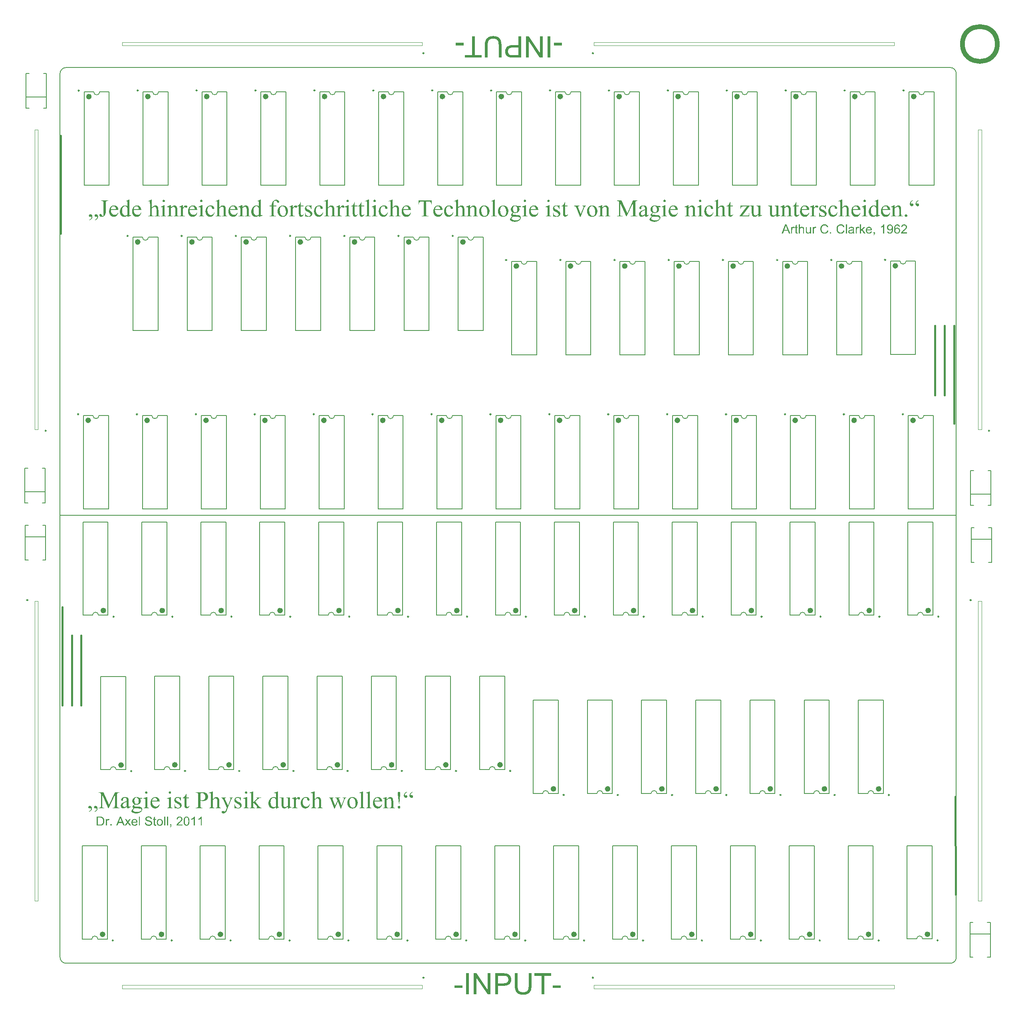
<source format=gto>
G04 Layer_Color=65535*
%FSLAX25Y25*%
%MOIN*%
G70*
G01*
G75*
%ADD14C,0.00787*%
%ADD33C,0.01575*%
%ADD34C,0.02362*%
%ADD35C,0.00984*%
%ADD36C,0.03937*%
%ADD37C,0.00000*%
G36*
X238194Y241026D02*
X238235Y241020D01*
X238287Y241014D01*
X238345Y241009D01*
X238409Y240997D01*
X238549Y240956D01*
X238712Y240904D01*
X238799Y240869D01*
X238886Y240828D01*
X238974Y240782D01*
X239067Y240729D01*
X238741Y239874D01*
X238735D01*
X238723Y239880D01*
X238706Y239891D01*
X238683Y239903D01*
X238654Y239920D01*
X238619Y239938D01*
X238531Y239973D01*
X238427Y240008D01*
X238310Y240042D01*
X238188Y240066D01*
X238060Y240072D01*
X238008D01*
X237949Y240060D01*
X237880Y240048D01*
X237792Y240025D01*
X237705Y239996D01*
X237612Y239949D01*
X237519Y239885D01*
X237507Y239880D01*
X237478Y239850D01*
X237437Y239810D01*
X237385Y239757D01*
X237333Y239682D01*
X237274Y239594D01*
X237222Y239495D01*
X237175Y239379D01*
Y239373D01*
X237170Y239356D01*
X237164Y239333D01*
X237152Y239292D01*
X237140Y239245D01*
X237129Y239193D01*
X237111Y239129D01*
X237100Y239059D01*
X237088Y238983D01*
X237071Y238896D01*
X237047Y238716D01*
X237030Y238512D01*
X237024Y238297D01*
Y235433D01*
X236093D01*
Y240910D01*
X236931D01*
Y240072D01*
X236937Y240077D01*
X236943Y240095D01*
X236960Y240130D01*
X236983Y240165D01*
X237012Y240211D01*
X237047Y240269D01*
X237123Y240392D01*
X237210Y240520D01*
X237309Y240648D01*
X237362Y240706D01*
X237414Y240758D01*
X237461Y240805D01*
X237513Y240846D01*
X237519D01*
X237525Y240851D01*
X237560Y240875D01*
X237618Y240904D01*
X237693Y240939D01*
X237781Y240974D01*
X237880Y241003D01*
X237996Y241026D01*
X238112Y241032D01*
X238159D01*
X238194Y241026D01*
D02*
G37*
G36*
X256387D02*
X256428Y241020D01*
X256480Y241014D01*
X256539Y241009D01*
X256603Y240997D01*
X256742Y240956D01*
X256905Y240904D01*
X256993Y240869D01*
X257080Y240828D01*
X257167Y240782D01*
X257260Y240729D01*
X256934Y239874D01*
X256928D01*
X256917Y239880D01*
X256899Y239891D01*
X256876Y239903D01*
X256847Y239920D01*
X256812Y239938D01*
X256725Y239973D01*
X256620Y240008D01*
X256504Y240042D01*
X256381Y240066D01*
X256253Y240072D01*
X256201D01*
X256143Y240060D01*
X256073Y240048D01*
X255986Y240025D01*
X255898Y239996D01*
X255805Y239949D01*
X255712Y239885D01*
X255700Y239880D01*
X255671Y239850D01*
X255631Y239810D01*
X255578Y239757D01*
X255526Y239682D01*
X255468Y239594D01*
X255415Y239495D01*
X255369Y239379D01*
Y239373D01*
X255363Y239356D01*
X255357Y239333D01*
X255345Y239292D01*
X255334Y239245D01*
X255322Y239193D01*
X255305Y239129D01*
X255293Y239059D01*
X255281Y238983D01*
X255264Y238896D01*
X255241Y238716D01*
X255223Y238512D01*
X255217Y238297D01*
Y235433D01*
X254286D01*
Y240910D01*
X255124D01*
Y240072D01*
X255130Y240077D01*
X255136Y240095D01*
X255153Y240130D01*
X255177Y240165D01*
X255206Y240211D01*
X255241Y240269D01*
X255316Y240392D01*
X255404Y240520D01*
X255503Y240648D01*
X255555Y240706D01*
X255607Y240758D01*
X255654Y240805D01*
X255706Y240846D01*
X255712D01*
X255718Y240851D01*
X255753Y240875D01*
X255811Y240904D01*
X255887Y240939D01*
X255974Y240974D01*
X256073Y241003D01*
X256189Y241026D01*
X256306Y241032D01*
X256352D01*
X256387Y241026D01*
D02*
G37*
G36*
X292180D02*
X292221Y241020D01*
X292273Y241014D01*
X292332Y241009D01*
X292396Y240997D01*
X292535Y240956D01*
X292698Y240904D01*
X292786Y240869D01*
X292873Y240828D01*
X292960Y240782D01*
X293053Y240729D01*
X292727Y239874D01*
X292722D01*
X292710Y239880D01*
X292692Y239891D01*
X292669Y239903D01*
X292640Y239920D01*
X292605Y239938D01*
X292518Y239973D01*
X292413Y240008D01*
X292297Y240042D01*
X292174Y240066D01*
X292046Y240072D01*
X291994D01*
X291936Y240060D01*
X291866Y240048D01*
X291779Y240025D01*
X291691Y239996D01*
X291598Y239949D01*
X291505Y239885D01*
X291494Y239880D01*
X291464Y239850D01*
X291424Y239810D01*
X291371Y239757D01*
X291319Y239682D01*
X291261Y239594D01*
X291208Y239495D01*
X291162Y239379D01*
Y239373D01*
X291156Y239356D01*
X291150Y239333D01*
X291138Y239292D01*
X291127Y239245D01*
X291115Y239193D01*
X291098Y239129D01*
X291086Y239059D01*
X291074Y238983D01*
X291057Y238896D01*
X291034Y238716D01*
X291016Y238512D01*
X291010Y238297D01*
Y235433D01*
X290079D01*
Y240910D01*
X290917D01*
Y240072D01*
X290923Y240077D01*
X290929Y240095D01*
X290946Y240130D01*
X290970Y240165D01*
X290999Y240211D01*
X291034Y240269D01*
X291109Y240392D01*
X291197Y240520D01*
X291296Y240648D01*
X291348Y240706D01*
X291400Y240758D01*
X291447Y240805D01*
X291499Y240846D01*
X291505D01*
X291511Y240851D01*
X291546Y240875D01*
X291604Y240904D01*
X291680Y240939D01*
X291767Y240974D01*
X291866Y241003D01*
X291982Y241026D01*
X292099Y241032D01*
X292145D01*
X292180Y241026D01*
D02*
G37*
G36*
X330598Y243017D02*
X330674Y243011D01*
X330767Y243005D01*
X330872Y242993D01*
X330988Y242970D01*
X331116Y242947D01*
X331250Y242918D01*
X331390Y242877D01*
X331535Y242825D01*
X331681Y242766D01*
X331820Y242696D01*
X331960Y242615D01*
X332094Y242522D01*
X332216Y242417D01*
X332222Y242411D01*
X332245Y242388D01*
X332274Y242353D01*
X332315Y242306D01*
X332362Y242248D01*
X332420Y242179D01*
X332472Y242097D01*
X332536Y242004D01*
X332594Y241899D01*
X332652Y241789D01*
X332705Y241660D01*
X332751Y241532D01*
X332792Y241393D01*
X332821Y241241D01*
X332845Y241084D01*
X332850Y240921D01*
Y240915D01*
Y240904D01*
Y240875D01*
Y240846D01*
X332845Y240805D01*
X332839Y240753D01*
X332833Y240700D01*
X332827Y240642D01*
X332804Y240502D01*
X332775Y240351D01*
X332728Y240188D01*
X332664Y240025D01*
Y240019D01*
X332658Y240008D01*
X332647Y239984D01*
X332629Y239949D01*
X332606Y239909D01*
X332583Y239862D01*
X332554Y239810D01*
X332519Y239746D01*
X332431Y239606D01*
X332327Y239455D01*
X332199Y239286D01*
X332047Y239106D01*
X332041Y239100D01*
X332030Y239082D01*
X332001Y239053D01*
X331966Y239018D01*
X331919Y238966D01*
X331861Y238908D01*
X331791Y238838D01*
X331710Y238756D01*
X331616Y238669D01*
X331512Y238570D01*
X331395Y238459D01*
X331261Y238337D01*
X331122Y238209D01*
X330971Y238075D01*
X330802Y237930D01*
X330621Y237773D01*
X330610Y237767D01*
X330586Y237744D01*
X330540Y237709D01*
X330487Y237662D01*
X330418Y237604D01*
X330342Y237540D01*
X330260Y237470D01*
X330173Y237394D01*
X329993Y237237D01*
X329812Y237080D01*
X329731Y237004D01*
X329661Y236935D01*
X329597Y236876D01*
X329545Y236824D01*
X329533Y236812D01*
X329504Y236783D01*
X329463Y236731D01*
X329411Y236667D01*
X329347Y236591D01*
X329283Y236510D01*
X329219Y236417D01*
X329155Y236323D01*
X332862D01*
Y235433D01*
X327869D01*
Y235439D01*
Y235451D01*
Y235468D01*
Y235491D01*
Y235555D01*
X327880Y235637D01*
X327892Y235736D01*
X327909Y235841D01*
X327938Y235957D01*
X327973Y236073D01*
Y236079D01*
X327985Y236097D01*
X327996Y236126D01*
X328008Y236161D01*
X328031Y236207D01*
X328055Y236260D01*
X328084Y236323D01*
X328124Y236393D01*
X328206Y236545D01*
X328311Y236714D01*
X328439Y236894D01*
X328584Y237080D01*
X328590Y237086D01*
X328602Y237103D01*
X328631Y237133D01*
X328660Y237167D01*
X328707Y237214D01*
X328759Y237272D01*
X328823Y237336D01*
X328893Y237406D01*
X328974Y237488D01*
X329067Y237575D01*
X329166Y237668D01*
X329277Y237773D01*
X329393Y237877D01*
X329521Y237988D01*
X329655Y238104D01*
X329801Y238221D01*
X329806Y238227D01*
X329812Y238232D01*
X329830Y238244D01*
X329853Y238267D01*
X329917Y238320D01*
X329999Y238390D01*
X330098Y238471D01*
X330214Y238570D01*
X330336Y238681D01*
X330470Y238803D01*
X330604Y238925D01*
X330744Y239059D01*
X330883Y239187D01*
X331017Y239321D01*
X331145Y239455D01*
X331267Y239583D01*
X331372Y239705D01*
X331459Y239821D01*
X331465Y239827D01*
X331477Y239850D01*
X331500Y239880D01*
X331529Y239920D01*
X331558Y239973D01*
X331599Y240037D01*
X331640Y240107D01*
X331681Y240182D01*
X331721Y240269D01*
X331756Y240357D01*
X331826Y240543D01*
X331855Y240642D01*
X331878Y240747D01*
X331890Y240846D01*
X331896Y240945D01*
Y240950D01*
Y240968D01*
Y240997D01*
X331890Y241038D01*
X331884Y241084D01*
X331873Y241137D01*
X331861Y241201D01*
X331849Y241265D01*
X331797Y241410D01*
X331768Y241486D01*
X331727Y241567D01*
X331686Y241643D01*
X331628Y241724D01*
X331570Y241800D01*
X331500Y241870D01*
X331494Y241876D01*
X331483Y241887D01*
X331459Y241905D01*
X331430Y241928D01*
X331390Y241957D01*
X331343Y241992D01*
X331285Y242027D01*
X331221Y242062D01*
X331151Y242097D01*
X331075Y242132D01*
X330988Y242167D01*
X330901Y242196D01*
X330802Y242219D01*
X330697Y242237D01*
X330586Y242248D01*
X330470Y242254D01*
X330406D01*
X330359Y242248D01*
X330301Y242243D01*
X330237Y242231D01*
X330161Y242219D01*
X330086Y242202D01*
X330004Y242184D01*
X329917Y242155D01*
X329824Y242120D01*
X329737Y242085D01*
X329649Y242033D01*
X329562Y241981D01*
X329475Y241917D01*
X329399Y241847D01*
X329393Y241841D01*
X329382Y241829D01*
X329364Y241806D01*
X329335Y241771D01*
X329306Y241730D01*
X329271Y241684D01*
X329236Y241626D01*
X329201Y241556D01*
X329160Y241480D01*
X329126Y241399D01*
X329091Y241305D01*
X329062Y241207D01*
X329032Y241102D01*
X329015Y240985D01*
X329003Y240863D01*
X328997Y240735D01*
X328043Y240834D01*
Y240840D01*
Y240846D01*
X328049Y240881D01*
X328055Y240939D01*
X328066Y241009D01*
X328084Y241096D01*
X328107Y241201D01*
X328136Y241317D01*
X328171Y241439D01*
X328212Y241567D01*
X328264Y241701D01*
X328322Y241835D01*
X328392Y241969D01*
X328474Y242103D01*
X328561Y242225D01*
X328660Y242347D01*
X328776Y242458D01*
X328782Y242464D01*
X328805Y242481D01*
X328840Y242510D01*
X328893Y242545D01*
X328957Y242592D01*
X329038Y242638D01*
X329126Y242685D01*
X329230Y242743D01*
X329347Y242795D01*
X329475Y242842D01*
X329620Y242894D01*
X329772Y242935D01*
X329935Y242970D01*
X330109Y242999D01*
X330295Y243017D01*
X330493Y243022D01*
X330540D01*
X330598Y243017D01*
D02*
G37*
G36*
X318743D02*
X318807Y243011D01*
X318882Y242999D01*
X318964Y242987D01*
X319063Y242970D01*
X319162Y242952D01*
X319267Y242923D01*
X319383Y242894D01*
X319494Y242854D01*
X319616Y242807D01*
X319732Y242755D01*
X319848Y242691D01*
X319965Y242621D01*
X319971Y242615D01*
X319994Y242603D01*
X320023Y242580D01*
X320064Y242545D01*
X320116Y242504D01*
X320174Y242458D01*
X320238Y242400D01*
X320308Y242330D01*
X320384Y242254D01*
X320460Y242173D01*
X320535Y242079D01*
X320611Y241981D01*
X320687Y241870D01*
X320762Y241754D01*
X320826Y241626D01*
X320890Y241492D01*
X320896Y241486D01*
X320902Y241457D01*
X320919Y241416D01*
X320943Y241358D01*
X320966Y241276D01*
X320989Y241189D01*
X321018Y241078D01*
X321053Y240950D01*
X321082Y240811D01*
X321111Y240648D01*
X321135Y240473D01*
X321158Y240281D01*
X321181Y240077D01*
X321199Y239856D01*
X321205Y239618D01*
X321210Y239362D01*
Y239356D01*
Y239344D01*
Y239327D01*
Y239298D01*
Y239263D01*
Y239222D01*
X321205Y239175D01*
Y239123D01*
X321199Y239001D01*
X321193Y238861D01*
X321181Y238704D01*
X321170Y238535D01*
X321152Y238355D01*
X321135Y238163D01*
X321076Y237778D01*
X321042Y237592D01*
X320995Y237406D01*
X320949Y237226D01*
X320890Y237057D01*
X320884Y237045D01*
X320879Y237022D01*
X320855Y236975D01*
X320832Y236917D01*
X320797Y236847D01*
X320756Y236760D01*
X320710Y236673D01*
X320657Y236574D01*
X320594Y236469D01*
X320524Y236364D01*
X320448Y236254D01*
X320361Y236149D01*
X320273Y236038D01*
X320174Y235939D01*
X320064Y235841D01*
X319953Y235753D01*
X319947Y235747D01*
X319924Y235736D01*
X319889Y235712D01*
X319843Y235683D01*
X319784Y235648D01*
X319715Y235613D01*
X319633Y235573D01*
X319540Y235532D01*
X319441Y235485D01*
X319325Y235445D01*
X319208Y235410D01*
X319080Y235375D01*
X318946Y235346D01*
X318801Y235322D01*
X318655Y235311D01*
X318498Y235305D01*
X318458D01*
X318411Y235311D01*
X318353D01*
X318277Y235322D01*
X318190Y235328D01*
X318091Y235346D01*
X317986Y235369D01*
X317876Y235392D01*
X317753Y235427D01*
X317637Y235462D01*
X317515Y235509D01*
X317392Y235567D01*
X317276Y235631D01*
X317160Y235707D01*
X317049Y235794D01*
X317043Y235800D01*
X317026Y235817D01*
X316997Y235846D01*
X316962Y235887D01*
X316915Y235934D01*
X316869Y235998D01*
X316810Y236073D01*
X316758Y236155D01*
X316700Y236248D01*
X316642Y236353D01*
X316583Y236463D01*
X316531Y236591D01*
X316484Y236725D01*
X316438Y236871D01*
X316403Y237022D01*
X316380Y237185D01*
X317270Y237266D01*
Y237261D01*
X317276Y237237D01*
X317282Y237208D01*
X317294Y237162D01*
X317305Y237109D01*
X317323Y237051D01*
X317340Y236987D01*
X317363Y236911D01*
X317422Y236766D01*
X317497Y236609D01*
X317590Y236469D01*
X317643Y236405D01*
X317701Y236347D01*
X317707Y236341D01*
X317718Y236335D01*
X317736Y236323D01*
X317759Y236306D01*
X317788Y236283D01*
X317829Y236260D01*
X317876Y236236D01*
X317922Y236207D01*
X317980Y236184D01*
X318044Y236155D01*
X318184Y236114D01*
X318341Y236079D01*
X318428Y236073D01*
X318521Y236068D01*
X318562D01*
X318591Y236073D01*
X318632D01*
X318673Y236079D01*
X318772Y236091D01*
X318888Y236114D01*
X319016Y236149D01*
X319144Y236195D01*
X319267Y236260D01*
X319272D01*
X319284Y236271D01*
X319296Y236283D01*
X319319Y236294D01*
X319383Y236341D01*
X319453Y236399D01*
X319540Y236475D01*
X319627Y236562D01*
X319715Y236667D01*
X319796Y236783D01*
Y236789D01*
X319808Y236801D01*
X319819Y236818D01*
X319831Y236842D01*
X319848Y236876D01*
X319872Y236917D01*
X319895Y236964D01*
X319918Y237016D01*
X319942Y237074D01*
X319971Y237144D01*
X320000Y237214D01*
X320029Y237290D01*
X320058Y237377D01*
X320087Y237464D01*
X320140Y237662D01*
Y237668D01*
X320145Y237685D01*
X320151Y237720D01*
X320163Y237761D01*
X320174Y237808D01*
X320186Y237872D01*
X320198Y237936D01*
X320209Y238017D01*
X320221Y238099D01*
X320233Y238186D01*
X320256Y238378D01*
X320273Y238587D01*
X320279Y238803D01*
Y238814D01*
Y238826D01*
Y238849D01*
Y238873D01*
Y238908D01*
Y238943D01*
Y238989D01*
X320273Y238983D01*
X320268Y238972D01*
X320250Y238948D01*
X320227Y238913D01*
X320198Y238878D01*
X320163Y238832D01*
X320128Y238785D01*
X320081Y238733D01*
X319971Y238617D01*
X319843Y238494D01*
X319686Y238378D01*
X319517Y238267D01*
X319511D01*
X319494Y238256D01*
X319470Y238244D01*
X319435Y238227D01*
X319389Y238203D01*
X319336Y238180D01*
X319272Y238157D01*
X319208Y238134D01*
X319133Y238104D01*
X319051Y238081D01*
X318877Y238035D01*
X318679Y238005D01*
X318580Y238000D01*
X318475Y237994D01*
X318434D01*
X318382Y238000D01*
X318318Y238005D01*
X318236Y238017D01*
X318143Y238029D01*
X318039Y238052D01*
X317928Y238081D01*
X317806Y238116D01*
X317678Y238157D01*
X317544Y238215D01*
X317410Y238279D01*
X317276Y238355D01*
X317142Y238448D01*
X317014Y238553D01*
X316886Y238669D01*
X316880Y238675D01*
X316857Y238698D01*
X316828Y238739D01*
X316787Y238791D01*
X316735Y238861D01*
X316682Y238943D01*
X316624Y239041D01*
X316566Y239152D01*
X316502Y239274D01*
X316444Y239408D01*
X316391Y239554D01*
X316339Y239717D01*
X316298Y239885D01*
X316269Y240072D01*
X316246Y240264D01*
X316240Y240467D01*
Y240473D01*
Y240479D01*
Y240496D01*
Y240520D01*
X316246Y240578D01*
X316252Y240659D01*
X316263Y240753D01*
X316275Y240869D01*
X316298Y240991D01*
X316327Y241131D01*
X316362Y241270D01*
X316403Y241422D01*
X316461Y241579D01*
X316525Y241730D01*
X316601Y241887D01*
X316694Y242039D01*
X316799Y242184D01*
X316915Y242318D01*
X316921Y242324D01*
X316944Y242347D01*
X316985Y242382D01*
X317037Y242429D01*
X317102Y242481D01*
X317183Y242539D01*
X317276Y242603D01*
X317381Y242673D01*
X317497Y242737D01*
X317625Y242801D01*
X317765Y242859D01*
X317916Y242912D01*
X318079Y242958D01*
X318248Y242993D01*
X318428Y243017D01*
X318615Y243022D01*
X318685D01*
X318743Y243017D01*
D02*
G37*
G36*
X252843Y235433D02*
X252011D01*
Y236236D01*
X252005Y236225D01*
X251981Y236195D01*
X251947Y236149D01*
X251894Y236091D01*
X251830Y236021D01*
X251749Y235945D01*
X251656Y235858D01*
X251551Y235776D01*
X251434Y235689D01*
X251306Y235602D01*
X251161Y235526D01*
X251004Y235456D01*
X250841Y235398D01*
X250660Y235352D01*
X250474Y235322D01*
X250270Y235311D01*
X250224D01*
X250189Y235317D01*
X250148D01*
X250096Y235322D01*
X250038Y235328D01*
X249974Y235334D01*
X249834Y235357D01*
X249683Y235386D01*
X249525Y235433D01*
X249362Y235491D01*
X249357D01*
X249345Y235503D01*
X249322Y235509D01*
X249293Y235526D01*
X249258Y235544D01*
X249217Y235567D01*
X249130Y235619D01*
X249025Y235689D01*
X248926Y235765D01*
X248827Y235858D01*
X248740Y235957D01*
Y235963D01*
X248734Y235968D01*
X248722Y235986D01*
X248705Y236009D01*
X248670Y236068D01*
X248629Y236149D01*
X248583Y236254D01*
X248536Y236370D01*
X248489Y236504D01*
X248455Y236649D01*
Y236655D01*
Y236661D01*
X248449Y236679D01*
Y236702D01*
X248443Y236731D01*
X248437Y236766D01*
X248431Y236812D01*
Y236859D01*
X248426Y236917D01*
X248420Y236981D01*
X248414Y237051D01*
X248408Y237133D01*
Y237214D01*
X248402Y237307D01*
Y237412D01*
Y237517D01*
Y240910D01*
X249333D01*
Y237872D01*
Y237866D01*
Y237842D01*
Y237802D01*
Y237755D01*
Y237697D01*
X249339Y237627D01*
Y237557D01*
Y237476D01*
X249345Y237313D01*
X249357Y237150D01*
X249362Y237074D01*
X249368Y237004D01*
X249374Y236941D01*
X249386Y236888D01*
Y236882D01*
X249392Y236871D01*
X249397Y236853D01*
X249403Y236830D01*
X249427Y236760D01*
X249467Y236679D01*
X249514Y236585D01*
X249578Y236492D01*
X249659Y236399D01*
X249758Y236312D01*
X249764D01*
X249770Y236306D01*
X249787Y236294D01*
X249811Y236283D01*
X249869Y236248D01*
X249950Y236213D01*
X250055Y236172D01*
X250171Y236143D01*
X250305Y236120D01*
X250457Y236108D01*
X250497D01*
X250526Y236114D01*
X250567D01*
X250608Y236120D01*
X250713Y236137D01*
X250829Y236161D01*
X250963Y236195D01*
X251097Y236248D01*
X251237Y236318D01*
X251242D01*
X251254Y236329D01*
X251271Y236341D01*
X251295Y236358D01*
X251359Y236405D01*
X251440Y236469D01*
X251522Y236556D01*
X251609Y236655D01*
X251691Y236772D01*
X251754Y236900D01*
Y236906D01*
X251760Y236917D01*
X251772Y236941D01*
X251778Y236969D01*
X251789Y237010D01*
X251807Y237057D01*
X251818Y237109D01*
X251836Y237173D01*
X251848Y237243D01*
X251859Y237325D01*
X251877Y237412D01*
X251888Y237511D01*
X251900Y237610D01*
X251906Y237726D01*
X251912Y237842D01*
Y237971D01*
Y240910D01*
X252843D01*
Y235433D01*
D02*
G37*
G36*
X-348584Y251553D02*
X-348463Y251531D01*
X-348297Y251498D01*
X-348120Y251431D01*
X-347921Y251332D01*
X-347821Y251265D01*
X-347711Y251188D01*
X-347611Y251099D01*
X-347512Y251000D01*
X-347500Y250989D01*
X-347489Y250978D01*
X-347467Y250945D01*
X-347423Y250900D01*
X-347390Y250845D01*
X-347346Y250779D01*
X-347246Y250613D01*
X-347147Y250403D01*
X-347058Y250170D01*
X-347003Y249894D01*
X-346992Y249739D01*
X-346981Y249584D01*
Y249573D01*
Y249540D01*
Y249485D01*
X-346992Y249407D01*
X-347003Y249319D01*
X-347014Y249219D01*
X-347036Y249097D01*
X-347069Y248965D01*
X-347147Y248677D01*
X-347202Y248522D01*
X-347268Y248357D01*
X-347346Y248191D01*
X-347434Y248025D01*
X-347534Y247870D01*
X-347655Y247704D01*
X-347666Y247693D01*
X-347689Y247671D01*
X-347722Y247627D01*
X-347777Y247560D01*
X-347843Y247494D01*
X-347932Y247416D01*
X-348031Y247328D01*
X-348142Y247228D01*
X-348264Y247129D01*
X-348407Y247029D01*
X-348551Y246919D01*
X-348728Y246819D01*
X-348905Y246731D01*
X-349093Y246631D01*
X-349303Y246554D01*
X-349524Y246476D01*
Y246897D01*
X-349513Y246908D01*
X-349480Y246919D01*
X-349425Y246952D01*
X-349359Y246996D01*
X-349281Y247040D01*
X-349193Y247096D01*
X-348983Y247239D01*
X-348761Y247394D01*
X-348540Y247571D01*
X-348441Y247660D01*
X-348352Y247748D01*
X-348275Y247837D01*
X-348208Y247925D01*
X-348197Y247947D01*
X-348153Y248003D01*
X-348109Y248102D01*
X-348042Y248224D01*
X-347987Y248379D01*
X-347932Y248567D01*
X-347899Y248766D01*
X-347887Y248987D01*
Y248998D01*
Y249031D01*
Y249086D01*
X-347899Y249142D01*
X-347932Y249274D01*
X-347965Y249341D01*
X-347998Y249396D01*
Y249407D01*
X-348020Y249418D01*
X-348064Y249474D01*
X-348142Y249518D01*
X-348186Y249529D01*
X-348230Y249540D01*
X-348253D01*
X-348308Y249529D01*
X-348407Y249507D01*
X-348474Y249485D01*
X-348551Y249463D01*
X-348562D01*
X-348584Y249451D01*
X-348629Y249440D01*
X-348684Y249418D01*
X-348828Y249385D01*
X-348993Y249374D01*
X-349060D01*
X-349137Y249385D01*
X-349237Y249407D01*
X-349347Y249440D01*
X-349469Y249496D01*
X-349580Y249562D01*
X-349701Y249662D01*
X-349712Y249673D01*
X-349746Y249717D01*
X-349801Y249783D01*
X-349845Y249861D01*
X-349901Y249971D01*
X-349956Y250093D01*
X-349989Y250226D01*
X-350000Y250380D01*
Y250392D01*
Y250403D01*
X-349989Y250458D01*
X-349978Y250546D01*
X-349956Y250668D01*
X-349911Y250790D01*
X-349845Y250934D01*
X-349746Y251077D01*
X-349624Y251210D01*
X-349602Y251221D01*
X-349558Y251265D01*
X-349480Y251321D01*
X-349370Y251387D01*
X-349237Y251453D01*
X-349071Y251509D01*
X-348894Y251553D01*
X-348695Y251564D01*
X-348629D01*
X-348584Y251553D01*
D02*
G37*
G36*
X-343884D02*
X-343817Y251542D01*
X-343751Y251531D01*
X-343585Y251486D01*
X-343397Y251420D01*
X-343187Y251321D01*
X-343088Y251254D01*
X-342977Y251177D01*
X-342877Y251077D01*
X-342778Y250978D01*
X-342767Y250967D01*
X-342756Y250956D01*
X-342723Y250922D01*
X-342689Y250878D01*
X-342656Y250823D01*
X-342601Y250757D01*
X-342501Y250591D01*
X-342402Y250380D01*
X-342324Y250148D01*
X-342258Y249872D01*
X-342247Y249728D01*
X-342236Y249573D01*
Y249562D01*
Y249529D01*
Y249474D01*
X-342247Y249407D01*
X-342258Y249319D01*
X-342269Y249219D01*
X-342291Y249097D01*
X-342313Y248976D01*
X-342402Y248688D01*
X-342446Y248545D01*
X-342512Y248379D01*
X-342590Y248224D01*
X-342678Y248058D01*
X-342778Y247903D01*
X-342899Y247737D01*
X-342911Y247726D01*
X-342933Y247704D01*
X-342966Y247660D01*
X-343021Y247593D01*
X-343088Y247527D01*
X-343176Y247450D01*
X-343275Y247361D01*
X-343386Y247262D01*
X-343519Y247162D01*
X-343663Y247051D01*
X-343817Y246952D01*
X-343983Y246841D01*
X-344171Y246742D01*
X-344371Y246653D01*
X-344581Y246554D01*
X-344813Y246476D01*
Y246897D01*
X-344802D01*
X-344780Y246919D01*
X-344735Y246941D01*
X-344669Y246974D01*
X-344603Y247018D01*
X-344514Y247062D01*
X-344337Y247184D01*
X-344127Y247328D01*
X-343917Y247483D01*
X-343729Y247660D01*
X-343640Y247748D01*
X-343563Y247848D01*
Y247859D01*
X-343541Y247870D01*
X-343497Y247936D01*
X-343441Y248036D01*
X-343364Y248168D01*
X-343298Y248323D01*
X-343231Y248511D01*
X-343187Y248710D01*
X-343176Y248921D01*
Y248932D01*
Y248976D01*
Y249042D01*
X-343187Y249120D01*
X-343220Y249274D01*
X-343242Y249352D01*
X-343275Y249407D01*
Y249418D01*
X-343298Y249429D01*
X-343342Y249474D01*
X-343408Y249518D01*
X-343453Y249540D01*
X-343552D01*
X-343585Y249529D01*
X-343707Y249507D01*
X-343851Y249463D01*
X-343862D01*
X-343884Y249451D01*
X-343928Y249440D01*
X-343983Y249418D01*
X-344116Y249385D01*
X-344249Y249374D01*
X-344315D01*
X-344393Y249385D01*
X-344492Y249407D01*
X-344603Y249451D01*
X-344724Y249496D01*
X-344835Y249573D01*
X-344957Y249673D01*
X-344968Y249684D01*
X-345001Y249728D01*
X-345056Y249794D01*
X-345100Y249883D01*
X-345156Y249982D01*
X-345211Y250115D01*
X-345244Y250248D01*
X-345255Y250403D01*
Y250425D01*
X-345244Y250480D01*
X-345233Y250569D01*
X-345211Y250679D01*
X-345167Y250801D01*
X-345100Y250945D01*
X-345012Y251077D01*
X-344890Y251210D01*
X-344868Y251221D01*
X-344824Y251265D01*
X-344746Y251321D01*
X-344636Y251387D01*
X-344514Y251453D01*
X-344359Y251509D01*
X-344182Y251553D01*
X-343994Y251564D01*
X-343928D01*
X-343884Y251553D01*
D02*
G37*
G36*
X-328710Y258930D02*
X-328599D01*
X-328466Y258908D01*
X-328322Y258886D01*
X-328156Y258853D01*
X-327969Y258819D01*
X-327781Y258764D01*
X-327581Y258698D01*
X-327371Y258609D01*
X-327161Y258521D01*
X-326951Y258399D01*
X-326741Y258266D01*
X-326542Y258111D01*
X-326354Y257934D01*
X-326343Y257923D01*
X-326309Y257890D01*
X-326265Y257835D01*
X-326199Y257747D01*
X-326121Y257647D01*
X-326044Y257525D01*
X-325956Y257382D01*
X-325856Y257227D01*
X-325767Y257039D01*
X-325679Y256839D01*
X-325602Y256618D01*
X-325524Y256386D01*
X-325458Y256121D01*
X-325414Y255855D01*
X-325380Y255568D01*
X-325369Y255258D01*
X-331629D01*
Y255236D01*
Y255170D01*
X-331618Y255059D01*
Y254926D01*
X-331596Y254749D01*
X-331585Y254561D01*
X-331552Y254340D01*
X-331508Y254108D01*
X-331463Y253853D01*
X-331397Y253599D01*
X-331320Y253333D01*
X-331220Y253068D01*
X-331109Y252803D01*
X-330977Y252548D01*
X-330833Y252305D01*
X-330656Y252084D01*
X-330645Y252073D01*
X-330612Y252040D01*
X-330557Y251984D01*
X-330479Y251907D01*
X-330391Y251818D01*
X-330269Y251719D01*
X-330147Y251619D01*
X-329993Y251520D01*
X-329838Y251409D01*
X-329661Y251309D01*
X-329462Y251210D01*
X-329262Y251121D01*
X-329041Y251055D01*
X-328820Y250989D01*
X-328577Y250956D01*
X-328333Y250945D01*
X-328245D01*
X-328190Y250956D01*
X-328112D01*
X-328024Y250967D01*
X-327814Y251011D01*
X-327570Y251066D01*
X-327316Y251155D01*
X-327050Y251276D01*
X-326918Y251343D01*
X-326796Y251431D01*
X-326785Y251442D01*
X-326763Y251453D01*
X-326730Y251486D01*
X-326686Y251531D01*
X-326630Y251586D01*
X-326564Y251652D01*
X-326486Y251730D01*
X-326409Y251829D01*
X-326321Y251929D01*
X-326232Y252051D01*
X-326144Y252194D01*
X-326044Y252349D01*
X-325956Y252515D01*
X-325856Y252692D01*
X-325767Y252902D01*
X-325679Y253112D01*
X-325369Y252913D01*
Y252902D01*
X-325380Y252858D01*
X-325392Y252781D01*
X-325414Y252681D01*
X-325447Y252559D01*
X-325491Y252427D01*
X-325535Y252261D01*
X-325602Y252095D01*
X-325668Y251907D01*
X-325757Y251708D01*
X-325856Y251498D01*
X-325967Y251287D01*
X-326099Y251077D01*
X-326243Y250856D01*
X-326409Y250646D01*
X-326586Y250436D01*
X-326597Y250425D01*
X-326630Y250392D01*
X-326686Y250336D01*
X-326763Y250259D01*
X-326863Y250181D01*
X-326984Y250082D01*
X-327117Y249982D01*
X-327272Y249883D01*
X-327449Y249783D01*
X-327637Y249684D01*
X-327836Y249584D01*
X-328057Y249507D01*
X-328300Y249429D01*
X-328544Y249374D01*
X-328809Y249341D01*
X-329085Y249330D01*
X-329152D01*
X-329240Y249341D01*
X-329362Y249352D01*
X-329495Y249374D01*
X-329661Y249396D01*
X-329849Y249440D01*
X-330048Y249485D01*
X-330258Y249551D01*
X-330479Y249640D01*
X-330711Y249739D01*
X-330944Y249861D01*
X-331187Y250005D01*
X-331419Y250170D01*
X-331651Y250369D01*
X-331873Y250591D01*
X-331884Y250602D01*
X-331917Y250646D01*
X-331983Y250723D01*
X-332050Y250823D01*
X-332138Y250956D01*
X-332238Y251111D01*
X-332348Y251287D01*
X-332448Y251498D01*
X-332558Y251730D01*
X-332669Y251984D01*
X-332769Y252261D01*
X-332857Y252570D01*
X-332923Y252891D01*
X-332979Y253245D01*
X-333023Y253621D01*
X-333034Y254008D01*
Y254019D01*
Y254030D01*
Y254064D01*
Y254108D01*
Y254163D01*
X-333023Y254229D01*
X-333012Y254395D01*
X-333001Y254583D01*
X-332968Y254816D01*
X-332934Y255059D01*
X-332890Y255335D01*
X-332824Y255623D01*
X-332746Y255910D01*
X-332647Y256220D01*
X-332536Y256519D01*
X-332403Y256817D01*
X-332238Y257105D01*
X-332061Y257382D01*
X-331851Y257636D01*
X-331839Y257647D01*
X-331795Y257691D01*
X-331729Y257757D01*
X-331640Y257835D01*
X-331519Y257934D01*
X-331375Y258045D01*
X-331209Y258167D01*
X-331032Y258288D01*
X-330822Y258410D01*
X-330590Y258532D01*
X-330346Y258642D01*
X-330081Y258742D01*
X-329804Y258819D01*
X-329495Y258886D01*
X-329185Y258930D01*
X-328853Y258941D01*
X-328787D01*
X-328710Y258930D01*
D02*
G37*
G36*
X264250Y243121D02*
X264332Y243115D01*
X264425Y243110D01*
X264541Y243098D01*
X264663Y243080D01*
X264803Y243057D01*
X264948Y243022D01*
X265106Y242987D01*
X265263Y242941D01*
X265426Y242883D01*
X265583Y242813D01*
X265746Y242737D01*
X265897Y242650D01*
X266048Y242545D01*
X266060Y242539D01*
X266083Y242516D01*
X266124Y242487D01*
X266177Y242440D01*
X266235Y242382D01*
X266310Y242306D01*
X266392Y242225D01*
X266473Y242126D01*
X266561Y242016D01*
X266654Y241893D01*
X266741Y241765D01*
X266834Y241620D01*
X266916Y241463D01*
X266997Y241294D01*
X267067Y241113D01*
X267131Y240921D01*
X266147Y240688D01*
X266142Y240700D01*
X266136Y240723D01*
X266118Y240770D01*
X266101Y240822D01*
X266072Y240892D01*
X266037Y240968D01*
X265996Y241055D01*
X265950Y241148D01*
X265897Y241247D01*
X265845Y241346D01*
X265711Y241544D01*
X265635Y241643D01*
X265554Y241730D01*
X265472Y241818D01*
X265379Y241893D01*
X265373Y241899D01*
X265356Y241911D01*
X265327Y241928D01*
X265292Y241951D01*
X265239Y241981D01*
X265181Y242016D01*
X265111Y242045D01*
X265036Y242085D01*
X264948Y242120D01*
X264855Y242149D01*
X264751Y242184D01*
X264640Y242213D01*
X264518Y242237D01*
X264395Y242254D01*
X264262Y242266D01*
X264122Y242272D01*
X264040D01*
X263977Y242266D01*
X263901Y242260D01*
X263813Y242248D01*
X263720Y242237D01*
X263610Y242219D01*
X263499Y242196D01*
X263383Y242167D01*
X263261Y242138D01*
X263138Y242097D01*
X263016Y242045D01*
X262894Y241992D01*
X262772Y241928D01*
X262661Y241852D01*
X262655Y241847D01*
X262638Y241835D01*
X262603Y241812D01*
X262568Y241777D01*
X262516Y241736D01*
X262463Y241684D01*
X262405Y241626D01*
X262335Y241556D01*
X262271Y241480D01*
X262201Y241393D01*
X262132Y241300D01*
X262068Y241201D01*
X261998Y241096D01*
X261940Y240980D01*
X261881Y240857D01*
X261835Y240729D01*
Y240723D01*
X261823Y240700D01*
X261811Y240659D01*
X261800Y240607D01*
X261782Y240543D01*
X261759Y240467D01*
X261742Y240380D01*
X261718Y240281D01*
X261695Y240176D01*
X261678Y240066D01*
X261654Y239944D01*
X261637Y239821D01*
X261614Y239554D01*
X261602Y239274D01*
Y239263D01*
Y239233D01*
Y239181D01*
X261608Y239111D01*
Y239030D01*
X261619Y238931D01*
X261625Y238820D01*
X261637Y238704D01*
X261654Y238570D01*
X261672Y238436D01*
X261718Y238157D01*
X261788Y237866D01*
X261835Y237726D01*
X261881Y237586D01*
X261887Y237581D01*
X261893Y237557D01*
X261910Y237517D01*
X261934Y237470D01*
X261963Y237412D01*
X262003Y237342D01*
X262044Y237266D01*
X262097Y237185D01*
X262155Y237098D01*
X262219Y237010D01*
X262289Y236923D01*
X262370Y236836D01*
X262452Y236748D01*
X262545Y236661D01*
X262649Y236585D01*
X262754Y236516D01*
X262760Y236510D01*
X262783Y236498D01*
X262812Y236481D01*
X262859Y236463D01*
X262911Y236434D01*
X262981Y236405D01*
X263051Y236370D01*
X263138Y236341D01*
X263231Y236306D01*
X263331Y236271D01*
X263435Y236242D01*
X263546Y236219D01*
X263662Y236195D01*
X263784Y236178D01*
X263913Y236166D01*
X264040Y236161D01*
X264075D01*
X264122Y236166D01*
X264180D01*
X264256Y236178D01*
X264337Y236184D01*
X264430Y236201D01*
X264535Y236219D01*
X264646Y236248D01*
X264762Y236277D01*
X264879Y236318D01*
X265001Y236364D01*
X265117Y236422D01*
X265239Y236487D01*
X265356Y236556D01*
X265466Y236644D01*
X265472Y236649D01*
X265490Y236667D01*
X265519Y236696D01*
X265560Y236737D01*
X265606Y236783D01*
X265664Y236847D01*
X265722Y236923D01*
X265787Y237004D01*
X265850Y237098D01*
X265915Y237208D01*
X265984Y237325D01*
X266048Y237453D01*
X266107Y237592D01*
X266165Y237744D01*
X266217Y237907D01*
X266258Y238081D01*
X267259Y237831D01*
Y237825D01*
X267253Y237819D01*
Y237802D01*
X267242Y237778D01*
X267236Y237749D01*
X267224Y237715D01*
X267195Y237627D01*
X267160Y237522D01*
X267113Y237406D01*
X267061Y237278D01*
X266997Y237133D01*
X266921Y236987D01*
X266840Y236830D01*
X266747Y236673D01*
X266642Y236516D01*
X266526Y236364D01*
X266403Y236219D01*
X266264Y236079D01*
X266118Y235951D01*
X266107Y235945D01*
X266083Y235922D01*
X266037Y235893D01*
X265973Y235852D01*
X265891Y235800D01*
X265798Y235747D01*
X265688Y235689D01*
X265565Y235631D01*
X265426Y235567D01*
X265274Y235509D01*
X265111Y235456D01*
X264931Y235404D01*
X264745Y235363D01*
X264547Y235334D01*
X264337Y235311D01*
X264122Y235305D01*
X264040D01*
X264006Y235311D01*
X263918D01*
X263813Y235322D01*
X263697Y235334D01*
X263563Y235346D01*
X263418Y235369D01*
X263261Y235392D01*
X263098Y235427D01*
X262935Y235468D01*
X262766Y235515D01*
X262603Y235573D01*
X262440Y235637D01*
X262283Y235712D01*
X262132Y235800D01*
X262126Y235806D01*
X262097Y235823D01*
X262056Y235852D01*
X262003Y235893D01*
X261945Y235945D01*
X261870Y236009D01*
X261788Y236085D01*
X261701Y236166D01*
X261608Y236265D01*
X261515Y236370D01*
X261416Y236492D01*
X261317Y236620D01*
X261224Y236760D01*
X261130Y236911D01*
X261049Y237074D01*
X260968Y237243D01*
X260962Y237255D01*
X260950Y237284D01*
X260933Y237336D01*
X260904Y237406D01*
X260874Y237493D01*
X260845Y237598D01*
X260805Y237715D01*
X260770Y237848D01*
X260735Y237994D01*
X260700Y238151D01*
X260665Y238320D01*
X260636Y238494D01*
X260607Y238681D01*
X260589Y238873D01*
X260578Y239065D01*
X260572Y239268D01*
Y239274D01*
Y239280D01*
Y239298D01*
Y239321D01*
Y239350D01*
X260578Y239385D01*
Y239466D01*
X260583Y239571D01*
X260595Y239687D01*
X260607Y239821D01*
X260630Y239967D01*
X260653Y240124D01*
X260682Y240293D01*
X260717Y240461D01*
X260764Y240636D01*
X260810Y240811D01*
X260874Y240985D01*
X260939Y241160D01*
X261020Y241329D01*
X261026Y241340D01*
X261043Y241370D01*
X261067Y241416D01*
X261101Y241474D01*
X261148Y241550D01*
X261206Y241631D01*
X261276Y241724D01*
X261352Y241829D01*
X261439Y241934D01*
X261532Y242045D01*
X261637Y242155D01*
X261753Y242266D01*
X261881Y242376D01*
X262009Y242481D01*
X262155Y242580D01*
X262306Y242667D01*
X262318Y242673D01*
X262347Y242685D01*
X262388Y242708D01*
X262452Y242737D01*
X262527Y242772D01*
X262620Y242813D01*
X262731Y242854D01*
X262847Y242900D01*
X262976Y242941D01*
X263121Y242982D01*
X263272Y243022D01*
X263429Y243057D01*
X263598Y243086D01*
X263773Y243110D01*
X263953Y243121D01*
X264140Y243127D01*
X264192D01*
X264250Y243121D01*
D02*
G37*
G36*
X277747D02*
X277828Y243115D01*
X277921Y243110D01*
X278038Y243098D01*
X278160Y243080D01*
X278299Y243057D01*
X278445Y243022D01*
X278602Y242987D01*
X278759Y242941D01*
X278922Y242883D01*
X279079Y242813D01*
X279242Y242737D01*
X279394Y242650D01*
X279545Y242545D01*
X279557Y242539D01*
X279580Y242516D01*
X279621Y242487D01*
X279673Y242440D01*
X279731Y242382D01*
X279807Y242306D01*
X279888Y242225D01*
X279970Y242126D01*
X280057Y242016D01*
X280150Y241893D01*
X280238Y241765D01*
X280331Y241620D01*
X280412Y241463D01*
X280494Y241294D01*
X280563Y241113D01*
X280627Y240921D01*
X279644Y240688D01*
X279638Y240700D01*
X279632Y240723D01*
X279615Y240770D01*
X279597Y240822D01*
X279568Y240892D01*
X279533Y240968D01*
X279493Y241055D01*
X279446Y241148D01*
X279394Y241247D01*
X279341Y241346D01*
X279207Y241544D01*
X279132Y241643D01*
X279050Y241730D01*
X278969Y241818D01*
X278876Y241893D01*
X278870Y241899D01*
X278852Y241911D01*
X278823Y241928D01*
X278788Y241951D01*
X278736Y241981D01*
X278678Y242016D01*
X278608Y242045D01*
X278532Y242085D01*
X278445Y242120D01*
X278352Y242149D01*
X278247Y242184D01*
X278137Y242213D01*
X278014Y242237D01*
X277892Y242254D01*
X277758Y242266D01*
X277619Y242272D01*
X277537D01*
X277473Y242266D01*
X277397Y242260D01*
X277310Y242248D01*
X277217Y242237D01*
X277106Y242219D01*
X276996Y242196D01*
X276879Y242167D01*
X276757Y242138D01*
X276635Y242097D01*
X276513Y242045D01*
X276391Y241992D01*
X276268Y241928D01*
X276158Y241852D01*
X276152Y241847D01*
X276134Y241835D01*
X276100Y241812D01*
X276065Y241777D01*
X276012Y241736D01*
X275960Y241684D01*
X275902Y241626D01*
X275832Y241556D01*
X275768Y241480D01*
X275698Y241393D01*
X275628Y241300D01*
X275564Y241201D01*
X275494Y241096D01*
X275436Y240980D01*
X275378Y240857D01*
X275331Y240729D01*
Y240723D01*
X275320Y240700D01*
X275308Y240659D01*
X275296Y240607D01*
X275279Y240543D01*
X275256Y240467D01*
X275238Y240380D01*
X275215Y240281D01*
X275192Y240176D01*
X275174Y240066D01*
X275151Y239944D01*
X275133Y239821D01*
X275110Y239554D01*
X275098Y239274D01*
Y239263D01*
Y239233D01*
Y239181D01*
X275104Y239111D01*
Y239030D01*
X275116Y238931D01*
X275122Y238820D01*
X275133Y238704D01*
X275151Y238570D01*
X275168Y238436D01*
X275215Y238157D01*
X275285Y237866D01*
X275331Y237726D01*
X275378Y237586D01*
X275384Y237581D01*
X275390Y237557D01*
X275407Y237517D01*
X275430Y237470D01*
X275459Y237412D01*
X275500Y237342D01*
X275541Y237266D01*
X275593Y237185D01*
X275651Y237098D01*
X275715Y237010D01*
X275785Y236923D01*
X275867Y236836D01*
X275948Y236748D01*
X276041Y236661D01*
X276146Y236585D01*
X276251Y236516D01*
X276257Y236510D01*
X276280Y236498D01*
X276309Y236481D01*
X276356Y236463D01*
X276408Y236434D01*
X276478Y236405D01*
X276548Y236370D01*
X276635Y236341D01*
X276728Y236306D01*
X276827Y236271D01*
X276932Y236242D01*
X277042Y236219D01*
X277159Y236195D01*
X277281Y236178D01*
X277409Y236166D01*
X277537Y236161D01*
X277572D01*
X277619Y236166D01*
X277677D01*
X277752Y236178D01*
X277834Y236184D01*
X277927Y236201D01*
X278032Y236219D01*
X278142Y236248D01*
X278259Y236277D01*
X278375Y236318D01*
X278497Y236364D01*
X278614Y236422D01*
X278736Y236487D01*
X278852Y236556D01*
X278963Y236644D01*
X278969Y236649D01*
X278986Y236667D01*
X279015Y236696D01*
X279056Y236737D01*
X279103Y236783D01*
X279161Y236847D01*
X279219Y236923D01*
X279283Y237004D01*
X279347Y237098D01*
X279411Y237208D01*
X279481Y237325D01*
X279545Y237453D01*
X279603Y237592D01*
X279661Y237744D01*
X279714Y237907D01*
X279754Y238081D01*
X280756Y237831D01*
Y237825D01*
X280750Y237819D01*
Y237802D01*
X280738Y237778D01*
X280732Y237749D01*
X280721Y237715D01*
X280692Y237627D01*
X280657Y237522D01*
X280610Y237406D01*
X280558Y237278D01*
X280494Y237133D01*
X280418Y236987D01*
X280336Y236830D01*
X280243Y236673D01*
X280139Y236516D01*
X280022Y236364D01*
X279900Y236219D01*
X279760Y236079D01*
X279615Y235951D01*
X279603Y235945D01*
X279580Y235922D01*
X279533Y235893D01*
X279469Y235852D01*
X279388Y235800D01*
X279295Y235747D01*
X279184Y235689D01*
X279062Y235631D01*
X278922Y235567D01*
X278771Y235509D01*
X278608Y235456D01*
X278428Y235404D01*
X278241Y235363D01*
X278043Y235334D01*
X277834Y235311D01*
X277619Y235305D01*
X277537D01*
X277502Y235311D01*
X277415D01*
X277310Y235322D01*
X277194Y235334D01*
X277060Y235346D01*
X276914Y235369D01*
X276757Y235392D01*
X276594Y235427D01*
X276431Y235468D01*
X276262Y235515D01*
X276100Y235573D01*
X275937Y235637D01*
X275780Y235712D01*
X275628Y235800D01*
X275622Y235806D01*
X275593Y235823D01*
X275553Y235852D01*
X275500Y235893D01*
X275442Y235945D01*
X275366Y236009D01*
X275285Y236085D01*
X275198Y236166D01*
X275104Y236265D01*
X275011Y236370D01*
X274912Y236492D01*
X274813Y236620D01*
X274720Y236760D01*
X274627Y236911D01*
X274546Y237074D01*
X274464Y237243D01*
X274458Y237255D01*
X274447Y237284D01*
X274429Y237336D01*
X274400Y237406D01*
X274371Y237493D01*
X274342Y237598D01*
X274301Y237715D01*
X274266Y237848D01*
X274231Y237994D01*
X274196Y238151D01*
X274162Y238320D01*
X274132Y238494D01*
X274103Y238681D01*
X274086Y238873D01*
X274074Y239065D01*
X274068Y239268D01*
Y239274D01*
Y239280D01*
Y239298D01*
Y239321D01*
Y239350D01*
X274074Y239385D01*
Y239466D01*
X274080Y239571D01*
X274092Y239687D01*
X274103Y239821D01*
X274127Y239967D01*
X274150Y240124D01*
X274179Y240293D01*
X274214Y240461D01*
X274260Y240636D01*
X274307Y240811D01*
X274371Y240985D01*
X274435Y241160D01*
X274517Y241329D01*
X274522Y241340D01*
X274540Y241370D01*
X274563Y241416D01*
X274598Y241474D01*
X274645Y241550D01*
X274703Y241631D01*
X274773Y241724D01*
X274848Y241829D01*
X274936Y241934D01*
X275029Y242045D01*
X275133Y242155D01*
X275250Y242266D01*
X275378Y242376D01*
X275506Y242481D01*
X275651Y242580D01*
X275803Y242667D01*
X275814Y242673D01*
X275844Y242685D01*
X275884Y242708D01*
X275948Y242737D01*
X276024Y242772D01*
X276117Y242813D01*
X276228Y242854D01*
X276344Y242900D01*
X276472Y242941D01*
X276618Y242982D01*
X276769Y243022D01*
X276926Y243057D01*
X277095Y243086D01*
X277269Y243110D01*
X277450Y243121D01*
X277636Y243127D01*
X277688D01*
X277747Y243121D01*
D02*
G37*
G36*
X324871Y243017D02*
X324935D01*
X325011Y243005D01*
X325098Y242993D01*
X325197Y242982D01*
X325302Y242958D01*
X325418Y242935D01*
X325535Y242900D01*
X325657Y242859D01*
X325779Y242813D01*
X325901Y242755D01*
X326024Y242685D01*
X326140Y242609D01*
X326251Y242522D01*
X326256Y242516D01*
X326274Y242498D01*
X326303Y242470D01*
X326344Y242429D01*
X326384Y242376D01*
X326437Y242318D01*
X326495Y242243D01*
X326553Y242161D01*
X326611Y242068D01*
X326670Y241963D01*
X326728Y241852D01*
X326780Y241730D01*
X326833Y241597D01*
X326873Y241457D01*
X326908Y241305D01*
X326937Y241143D01*
X326012Y241073D01*
Y241078D01*
X326006Y241096D01*
X326000Y241125D01*
X325989Y241160D01*
X325977Y241207D01*
X325959Y241259D01*
X325919Y241375D01*
X325866Y241503D01*
X325808Y241637D01*
X325738Y241759D01*
X325698Y241812D01*
X325657Y241864D01*
X325651Y241870D01*
X325639Y241882D01*
X325616Y241899D01*
X325587Y241928D01*
X325552Y241957D01*
X325511Y241992D01*
X325459Y242027D01*
X325401Y242062D01*
X325337Y242097D01*
X325267Y242138D01*
X325110Y242196D01*
X325023Y242225D01*
X324929Y242243D01*
X324830Y242254D01*
X324731Y242260D01*
X324691D01*
X324656Y242254D01*
X324615D01*
X324574Y242248D01*
X324464Y242231D01*
X324342Y242202D01*
X324214Y242155D01*
X324074Y242091D01*
X324010Y242056D01*
X323946Y242010D01*
X323940Y242004D01*
X323928Y241992D01*
X323905Y241975D01*
X323876Y241951D01*
X323835Y241917D01*
X323795Y241876D01*
X323748Y241829D01*
X323695Y241771D01*
X323643Y241713D01*
X323585Y241643D01*
X323527Y241567D01*
X323468Y241480D01*
X323410Y241393D01*
X323358Y241294D01*
X323306Y241189D01*
X323253Y241078D01*
Y241073D01*
X323242Y241049D01*
X323230Y241014D01*
X323213Y240968D01*
X323195Y240904D01*
X323172Y240828D01*
X323148Y240735D01*
X323125Y240630D01*
X323102Y240514D01*
X323079Y240386D01*
X323061Y240240D01*
X323038Y240083D01*
X323020Y239914D01*
X323009Y239734D01*
X323003Y239542D01*
X322997Y239333D01*
X323003Y239338D01*
X323015Y239356D01*
X323032Y239379D01*
X323055Y239414D01*
X323090Y239460D01*
X323125Y239507D01*
X323172Y239560D01*
X323224Y239618D01*
X323341Y239740D01*
X323480Y239868D01*
X323637Y239984D01*
X323725Y240037D01*
X323812Y240089D01*
X323818Y240095D01*
X323835Y240101D01*
X323858Y240112D01*
X323899Y240130D01*
X323940Y240147D01*
X323992Y240171D01*
X324056Y240194D01*
X324120Y240217D01*
X324196Y240240D01*
X324277Y240258D01*
X324446Y240299D01*
X324633Y240328D01*
X324731Y240339D01*
X324871D01*
X324923Y240334D01*
X324988Y240328D01*
X325069Y240316D01*
X325162Y240304D01*
X325261Y240281D01*
X325377Y240252D01*
X325500Y240217D01*
X325628Y240171D01*
X325756Y240118D01*
X325890Y240048D01*
X326024Y239973D01*
X326157Y239880D01*
X326291Y239775D01*
X326413Y239653D01*
X326419Y239647D01*
X326443Y239623D01*
X326472Y239583D01*
X326518Y239530D01*
X326565Y239460D01*
X326623Y239379D01*
X326681Y239286D01*
X326745Y239175D01*
X326803Y239059D01*
X326862Y238925D01*
X326920Y238780D01*
X326966Y238622D01*
X327013Y238454D01*
X327042Y238273D01*
X327065Y238087D01*
X327071Y237889D01*
Y237883D01*
Y237860D01*
Y237819D01*
X327065Y237767D01*
X327060Y237703D01*
X327054Y237633D01*
X327048Y237546D01*
X327030Y237453D01*
X327019Y237354D01*
X326995Y237249D01*
X326943Y237028D01*
X326908Y236911D01*
X326867Y236795D01*
X326815Y236679D01*
X326763Y236562D01*
X326757Y236556D01*
X326751Y236533D01*
X326734Y236504D01*
X326705Y236463D01*
X326675Y236411D01*
X326635Y236353D01*
X326594Y236289D01*
X326541Y236219D01*
X326483Y236143D01*
X326419Y236068D01*
X326349Y235986D01*
X326274Y235910D01*
X326192Y235835D01*
X326105Y235759D01*
X326012Y235689D01*
X325913Y235625D01*
X325907Y235619D01*
X325890Y235613D01*
X325861Y235596D01*
X325820Y235573D01*
X325767Y235549D01*
X325709Y235526D01*
X325639Y235497D01*
X325558Y235468D01*
X325476Y235433D01*
X325383Y235404D01*
X325279Y235381D01*
X325174Y235357D01*
X324947Y235317D01*
X324825Y235311D01*
X324697Y235305D01*
X324644D01*
X324586Y235311D01*
X324504Y235317D01*
X324406Y235328D01*
X324289Y235352D01*
X324167Y235375D01*
X324027Y235410D01*
X323882Y235456D01*
X323725Y235515D01*
X323568Y235579D01*
X323410Y235666D01*
X323253Y235759D01*
X323096Y235875D01*
X322945Y236003D01*
X322805Y236155D01*
X322799Y236166D01*
X322776Y236195D01*
X322735Y236248D01*
X322689Y236318D01*
X322636Y236411D01*
X322572Y236527D01*
X322508Y236667D01*
X322438Y236830D01*
X322404Y236917D01*
X322369Y237010D01*
X322340Y237109D01*
X322305Y237220D01*
X322270Y237330D01*
X322240Y237447D01*
X322211Y237569D01*
X322188Y237703D01*
X322159Y237837D01*
X322142Y237982D01*
X322118Y238128D01*
X322101Y238285D01*
X322089Y238442D01*
X322078Y238611D01*
X322072Y238785D01*
Y238966D01*
Y238972D01*
Y238989D01*
Y239018D01*
Y239065D01*
X322078Y239111D01*
Y239175D01*
Y239245D01*
X322083Y239327D01*
X322089Y239414D01*
X322095Y239507D01*
X322107Y239606D01*
X322112Y239711D01*
X322142Y239944D01*
X322171Y240188D01*
X322217Y240444D01*
X322270Y240706D01*
X322334Y240974D01*
X322415Y241236D01*
X322508Y241492D01*
X322613Y241730D01*
X322741Y241957D01*
X322805Y242056D01*
X322881Y242155D01*
X322886Y242167D01*
X322916Y242190D01*
X322956Y242237D01*
X323009Y242289D01*
X323079Y242359D01*
X323166Y242429D01*
X323265Y242510D01*
X323381Y242592D01*
X323509Y242667D01*
X323655Y242749D01*
X323812Y242819D01*
X323981Y242888D01*
X324161Y242941D01*
X324359Y242987D01*
X324563Y243011D01*
X324784Y243022D01*
X324825D01*
X324871Y243017D01*
D02*
G37*
G36*
X301236Y241026D02*
X301312Y241020D01*
X301411Y241009D01*
X301516Y240991D01*
X301638Y240968D01*
X301772Y240939D01*
X301911Y240898D01*
X302057Y240851D01*
X302202Y240788D01*
X302354Y240718D01*
X302505Y240630D01*
X302650Y240531D01*
X302796Y240415D01*
X302930Y240281D01*
X302936Y240275D01*
X302959Y240246D01*
X302994Y240206D01*
X303040Y240141D01*
X303093Y240066D01*
X303151Y239973D01*
X303215Y239862D01*
X303279Y239740D01*
X303343Y239600D01*
X303407Y239443D01*
X303465Y239268D01*
X303518Y239082D01*
X303564Y238878D01*
X303599Y238657D01*
X303622Y238424D01*
X303628Y238180D01*
Y238174D01*
Y238163D01*
Y238145D01*
Y238122D01*
Y238087D01*
Y238040D01*
X303622Y237994D01*
Y237936D01*
X299531D01*
Y237924D01*
X299537Y237895D01*
Y237848D01*
X299548Y237784D01*
X299554Y237709D01*
X299572Y237621D01*
X299589Y237528D01*
X299612Y237423D01*
X299641Y237313D01*
X299676Y237196D01*
X299717Y237086D01*
X299764Y236969D01*
X299822Y236853D01*
X299886Y236748D01*
X299956Y236644D01*
X300037Y236550D01*
X300043Y236545D01*
X300061Y236533D01*
X300084Y236504D01*
X300119Y236475D01*
X300165Y236440D01*
X300223Y236399D01*
X300282Y236358D01*
X300357Y236312D01*
X300433Y236265D01*
X300526Y236225D01*
X300619Y236184D01*
X300718Y236149D01*
X300829Y236120D01*
X300945Y236097D01*
X301062Y236079D01*
X301190Y236073D01*
X301242D01*
X301277Y236079D01*
X301318D01*
X301370Y236085D01*
X301428Y236097D01*
X301492Y236108D01*
X301626Y236137D01*
X301772Y236184D01*
X301923Y236254D01*
X301993Y236294D01*
X302063Y236341D01*
X302068Y236347D01*
X302080Y236353D01*
X302098Y236370D01*
X302121Y236393D01*
X302156Y236422D01*
X302191Y236457D01*
X302225Y236498D01*
X302272Y236550D01*
X302313Y236603D01*
X302359Y236667D01*
X302412Y236743D01*
X302458Y236818D01*
X302505Y236900D01*
X302552Y236993D01*
X302598Y237098D01*
X302639Y237202D01*
X303593Y237080D01*
Y237069D01*
X303582Y237045D01*
X303570Y236999D01*
X303547Y236941D01*
X303523Y236871D01*
X303488Y236789D01*
X303448Y236696D01*
X303401Y236603D01*
X303349Y236498D01*
X303285Y236388D01*
X303221Y236283D01*
X303139Y236172D01*
X303058Y236068D01*
X302965Y235963D01*
X302860Y235864D01*
X302749Y235771D01*
X302744Y235765D01*
X302720Y235753D01*
X302685Y235730D01*
X302639Y235701D01*
X302581Y235666D01*
X302505Y235625D01*
X302423Y235584D01*
X302325Y235544D01*
X302220Y235497D01*
X302098Y235456D01*
X301970Y235416D01*
X301830Y235381D01*
X301684Y235352D01*
X301527Y235328D01*
X301358Y235317D01*
X301184Y235311D01*
X301131D01*
X301067Y235317D01*
X300986Y235322D01*
X300887Y235334D01*
X300765Y235352D01*
X300637Y235375D01*
X300497Y235404D01*
X300346Y235445D01*
X300194Y235491D01*
X300031Y235549D01*
X299874Y235625D01*
X299717Y235707D01*
X299566Y235806D01*
X299420Y235922D01*
X299281Y236050D01*
X299275Y236062D01*
X299252Y236085D01*
X299217Y236126D01*
X299170Y236184D01*
X299118Y236260D01*
X299060Y236353D01*
X298995Y236463D01*
X298931Y236585D01*
X298862Y236725D01*
X298798Y236882D01*
X298739Y237051D01*
X298687Y237237D01*
X298640Y237435D01*
X298605Y237650D01*
X298582Y237877D01*
X298576Y238122D01*
Y238128D01*
Y238139D01*
Y238157D01*
Y238180D01*
Y238215D01*
X298582Y238256D01*
Y238297D01*
X298588Y238349D01*
X298600Y238465D01*
X298611Y238599D01*
X298635Y238745D01*
X298664Y238908D01*
X298704Y239076D01*
X298751Y239251D01*
X298809Y239431D01*
X298879Y239606D01*
X298955Y239781D01*
X299054Y239955D01*
X299164Y240112D01*
X299286Y240264D01*
X299292Y240275D01*
X299321Y240299D01*
X299362Y240334D01*
X299414Y240386D01*
X299484Y240444D01*
X299572Y240508D01*
X299671Y240578D01*
X299781Y240648D01*
X299909Y240718D01*
X300049Y240788D01*
X300200Y240851D01*
X300363Y240910D01*
X300538Y240962D01*
X300724Y240997D01*
X300922Y241026D01*
X301131Y241032D01*
X301178D01*
X301236Y241026D01*
D02*
G37*
G36*
X240720Y240910D02*
X241645D01*
Y240188D01*
X240720D01*
Y236987D01*
Y236981D01*
Y236969D01*
Y236952D01*
Y236923D01*
Y236853D01*
X240726Y236772D01*
X240731Y236684D01*
X240737Y236603D01*
X240749Y236527D01*
X240760Y236498D01*
X240766Y236475D01*
Y236469D01*
X240778Y236457D01*
X240790Y236434D01*
X240801Y236411D01*
X240854Y236353D01*
X240883Y236323D01*
X240924Y236294D01*
X240929D01*
X240947Y236283D01*
X240970Y236277D01*
X241005Y236265D01*
X241052Y236254D01*
X241104Y236242D01*
X241168Y236236D01*
X241238Y236230D01*
X241302D01*
X241348Y236236D01*
X241406D01*
X241476Y236248D01*
X241552Y236254D01*
X241645Y236265D01*
X241779Y235445D01*
X241773D01*
X241762Y235439D01*
X241738D01*
X241715Y235433D01*
X241680Y235427D01*
X241639Y235421D01*
X241540Y235404D01*
X241436Y235386D01*
X241313Y235375D01*
X241191Y235369D01*
X241075Y235363D01*
X240993D01*
X240947Y235369D01*
X240900D01*
X240790Y235381D01*
X240662Y235404D01*
X240528Y235427D01*
X240406Y235468D01*
X240289Y235520D01*
X240283D01*
X240278Y235526D01*
X240243Y235549D01*
X240196Y235584D01*
X240138Y235631D01*
X240074Y235689D01*
X240010Y235765D01*
X239946Y235846D01*
X239899Y235939D01*
Y235945D01*
X239893Y235951D01*
X239887Y235968D01*
X239882Y235992D01*
X239876Y236027D01*
X239864Y236068D01*
X239853Y236114D01*
X239847Y236172D01*
X239835Y236242D01*
X239824Y236323D01*
X239812Y236411D01*
X239806Y236510D01*
X239800Y236626D01*
X239794Y236748D01*
X239789Y236882D01*
Y237034D01*
Y240188D01*
X239102D01*
Y240910D01*
X239789D01*
Y242266D01*
X240720Y242819D01*
Y240910D01*
D02*
G37*
G36*
X235418Y235433D02*
X234283D01*
X233404Y237720D01*
X230232D01*
X229406Y235433D01*
X228346D01*
X231251Y242993D01*
X232327D01*
X235418Y235433D01*
D02*
G37*
G36*
X-282187Y-230431D02*
X-282087Y-230453D01*
X-281977Y-230497D01*
X-281855Y-230541D01*
X-281733Y-230619D01*
X-281623Y-230718D01*
X-281612Y-230730D01*
X-281578Y-230774D01*
X-281523Y-230829D01*
X-281468Y-230918D01*
X-281423Y-231017D01*
X-281368Y-231139D01*
X-281335Y-231272D01*
X-281324Y-231426D01*
Y-231449D01*
Y-231493D01*
X-281335Y-231570D01*
X-281357Y-231670D01*
X-281401Y-231780D01*
X-281446Y-231902D01*
X-281523Y-232013D01*
X-281623Y-232134D01*
X-281634Y-232145D01*
X-281678Y-232178D01*
X-281733Y-232223D01*
X-281822Y-232278D01*
X-281921Y-232333D01*
X-282043Y-232378D01*
X-282176Y-232411D01*
X-282330Y-232422D01*
X-282397D01*
X-282474Y-232411D01*
X-282574Y-232388D01*
X-282684Y-232355D01*
X-282806Y-232300D01*
X-282917Y-232234D01*
X-283038Y-232134D01*
X-283049Y-232123D01*
X-283083Y-232079D01*
X-283127Y-232013D01*
X-283182Y-231935D01*
X-283237Y-231824D01*
X-283282Y-231714D01*
X-283315Y-231570D01*
X-283326Y-231426D01*
Y-231404D01*
Y-231360D01*
X-283315Y-231282D01*
X-283293Y-231183D01*
X-283260Y-231072D01*
X-283204Y-230951D01*
X-283138Y-230829D01*
X-283038Y-230718D01*
X-283027Y-230707D01*
X-282983Y-230674D01*
X-282928Y-230619D01*
X-282839Y-230564D01*
X-282740Y-230519D01*
X-282618Y-230464D01*
X-282485Y-230431D01*
X-282330Y-230420D01*
X-282264D01*
X-282187Y-230431D01*
D02*
G37*
G36*
X-218570D02*
X-218470Y-230453D01*
X-218359Y-230497D01*
X-218238Y-230541D01*
X-218116Y-230619D01*
X-218005Y-230718D01*
X-217994Y-230730D01*
X-217961Y-230774D01*
X-217906Y-230829D01*
X-217851Y-230918D01*
X-217806Y-231017D01*
X-217751Y-231139D01*
X-217718Y-231272D01*
X-217707Y-231426D01*
Y-231449D01*
Y-231493D01*
X-217718Y-231570D01*
X-217740Y-231670D01*
X-217784Y-231780D01*
X-217828Y-231902D01*
X-217906Y-232013D01*
X-218005Y-232134D01*
X-218017Y-232145D01*
X-218061Y-232178D01*
X-218116Y-232223D01*
X-218205Y-232278D01*
X-218304Y-232333D01*
X-218426Y-232378D01*
X-218559Y-232411D01*
X-218713Y-232422D01*
X-218780D01*
X-218857Y-232411D01*
X-218957Y-232388D01*
X-219067Y-232355D01*
X-219189Y-232300D01*
X-219300Y-232234D01*
X-219421Y-232134D01*
X-219432Y-232123D01*
X-219465Y-232079D01*
X-219510Y-232013D01*
X-219565Y-231935D01*
X-219620Y-231824D01*
X-219665Y-231714D01*
X-219698Y-231570D01*
X-219709Y-231426D01*
Y-231404D01*
Y-231360D01*
X-219698Y-231282D01*
X-219676Y-231183D01*
X-219642Y-231072D01*
X-219587Y-230951D01*
X-219521Y-230829D01*
X-219421Y-230718D01*
X-219410Y-230707D01*
X-219366Y-230674D01*
X-219311Y-230619D01*
X-219222Y-230564D01*
X-219123Y-230519D01*
X-219001Y-230464D01*
X-218868Y-230431D01*
X-218713Y-230420D01*
X-218647D01*
X-218570Y-230431D01*
D02*
G37*
G36*
X306061Y235433D02*
Y235427D01*
Y235410D01*
Y235375D01*
X306055Y235334D01*
Y235288D01*
X306049Y235229D01*
X306044Y235165D01*
X306038Y235096D01*
X306009Y234950D01*
X305974Y234793D01*
X305921Y234636D01*
X305851Y234496D01*
Y234490D01*
X305840Y234479D01*
X305828Y234461D01*
X305811Y234438D01*
X305764Y234374D01*
X305688Y234292D01*
X305601Y234199D01*
X305485Y234106D01*
X305351Y234019D01*
X305194Y233937D01*
X304938Y234333D01*
X304943D01*
X304949Y234339D01*
X304984Y234356D01*
X305037Y234391D01*
X305101Y234432D01*
X305170Y234484D01*
X305240Y234554D01*
X305310Y234630D01*
X305368Y234717D01*
Y234723D01*
X305374Y234729D01*
X305392Y234764D01*
X305415Y234822D01*
X305438Y234904D01*
X305467Y235002D01*
X305496Y235125D01*
X305514Y235270D01*
X305525Y235433D01*
X305002D01*
Y236492D01*
X306061D01*
Y235433D01*
D02*
G37*
G36*
X286704Y241026D02*
X286773D01*
X286849Y241020D01*
X286931Y241009D01*
X287111Y240991D01*
X287303Y240962D01*
X287489Y240921D01*
X287577Y240892D01*
X287664Y240863D01*
X287670D01*
X287681Y240857D01*
X287705Y240846D01*
X287734Y240834D01*
X287774Y240817D01*
X287815Y240799D01*
X287908Y240753D01*
X288019Y240688D01*
X288124Y240619D01*
X288223Y240537D01*
X288310Y240450D01*
X288322Y240438D01*
X288345Y240403D01*
X288380Y240351D01*
X288421Y240275D01*
X288473Y240188D01*
X288519Y240077D01*
X288566Y239955D01*
X288601Y239815D01*
Y239804D01*
X288607Y239792D01*
Y239769D01*
X288613Y239740D01*
X288618Y239705D01*
Y239664D01*
X288624Y239618D01*
X288630Y239565D01*
X288636Y239501D01*
Y239431D01*
X288642Y239356D01*
Y239268D01*
X288648Y239175D01*
Y239071D01*
Y238960D01*
Y237726D01*
Y237720D01*
Y237715D01*
Y237691D01*
Y237668D01*
Y237639D01*
Y237604D01*
Y237517D01*
Y237418D01*
X288653Y237301D01*
Y237173D01*
Y237039D01*
X288659Y236760D01*
X288665Y236620D01*
X288671Y236492D01*
X288677Y236370D01*
X288688Y236260D01*
X288694Y236166D01*
X288706Y236091D01*
Y236085D01*
X288712Y236073D01*
Y236056D01*
X288717Y236033D01*
X288723Y236003D01*
X288735Y235968D01*
X288758Y235881D01*
X288787Y235782D01*
X288834Y235666D01*
X288880Y235549D01*
X288944Y235433D01*
X287972D01*
Y235439D01*
X287966Y235445D01*
X287961Y235462D01*
X287949Y235485D01*
X287926Y235544D01*
X287897Y235625D01*
X287862Y235724D01*
X287833Y235841D01*
X287804Y235968D01*
X287786Y236108D01*
X287780Y236102D01*
X287763Y236091D01*
X287734Y236068D01*
X287699Y236038D01*
X287652Y235998D01*
X287600Y235957D01*
X287536Y235916D01*
X287466Y235864D01*
X287315Y235765D01*
X287146Y235660D01*
X286971Y235567D01*
X286878Y235520D01*
X286791Y235485D01*
X286785D01*
X286768Y235480D01*
X286744Y235468D01*
X286709Y235456D01*
X286663Y235445D01*
X286611Y235433D01*
X286552Y235416D01*
X286488Y235398D01*
X286413Y235381D01*
X286337Y235369D01*
X286162Y235340D01*
X285976Y235317D01*
X285772Y235311D01*
X285732D01*
X285685Y235317D01*
X285627D01*
X285551Y235322D01*
X285464Y235334D01*
X285365Y235346D01*
X285260Y235363D01*
X285150Y235386D01*
X285039Y235416D01*
X284923Y235451D01*
X284806Y235497D01*
X284696Y235544D01*
X284585Y235602D01*
X284480Y235672D01*
X284387Y235747D01*
X284381Y235753D01*
X284364Y235771D01*
X284341Y235794D01*
X284312Y235829D01*
X284277Y235870D01*
X284236Y235922D01*
X284189Y235986D01*
X284149Y236056D01*
X284102Y236132D01*
X284055Y236219D01*
X284015Y236312D01*
X283980Y236411D01*
X283951Y236516D01*
X283927Y236632D01*
X283910Y236748D01*
X283904Y236876D01*
Y236882D01*
Y236894D01*
Y236917D01*
X283910Y236946D01*
Y236981D01*
X283916Y237022D01*
X283927Y237121D01*
X283951Y237231D01*
X283980Y237354D01*
X284026Y237482D01*
X284085Y237610D01*
Y237616D01*
X284090Y237627D01*
X284102Y237645D01*
X284120Y237662D01*
X284160Y237726D01*
X284213Y237802D01*
X284282Y237883D01*
X284364Y237971D01*
X284457Y238058D01*
X284562Y238139D01*
X284568D01*
X284574Y238151D01*
X284591Y238157D01*
X284614Y238174D01*
X284678Y238209D01*
X284760Y238256D01*
X284859Y238302D01*
X284969Y238355D01*
X285097Y238407D01*
X285231Y238448D01*
X285237D01*
X285243Y238454D01*
X285260D01*
X285283Y238459D01*
X285313Y238465D01*
X285348Y238471D01*
X285388Y238483D01*
X285435Y238494D01*
X285493Y238500D01*
X285551Y238512D01*
X285621Y238524D01*
X285691Y238535D01*
X285772Y238547D01*
X285860Y238564D01*
X285953Y238576D01*
X286052Y238587D01*
X286063D01*
X286081Y238593D01*
X286104D01*
X286157Y238599D01*
X286238Y238611D01*
X286331Y238622D01*
X286436Y238640D01*
X286552Y238657D01*
X286680Y238681D01*
X286814Y238698D01*
X286948Y238727D01*
X287227Y238780D01*
X287361Y238809D01*
X287484Y238838D01*
X287606Y238873D01*
X287710Y238908D01*
Y238913D01*
Y238937D01*
Y238972D01*
X287716Y239007D01*
Y239088D01*
Y239123D01*
Y239146D01*
Y239152D01*
Y239170D01*
Y239199D01*
X287710Y239239D01*
Y239286D01*
X287705Y239338D01*
X287681Y239460D01*
X287652Y239594D01*
X287606Y239722D01*
X287536Y239845D01*
X287495Y239897D01*
X287449Y239944D01*
X287443Y239949D01*
X287431Y239955D01*
X287414Y239973D01*
X287385Y239996D01*
X287344Y240019D01*
X287297Y240042D01*
X287245Y240072D01*
X287187Y240107D01*
X287111Y240136D01*
X287035Y240165D01*
X286948Y240188D01*
X286855Y240211D01*
X286750Y240235D01*
X286640Y240252D01*
X286523Y240258D01*
X286395Y240264D01*
X286331D01*
X286290Y240258D01*
X286232D01*
X286168Y240252D01*
X286104Y240246D01*
X286029Y240235D01*
X285871Y240206D01*
X285708Y240165D01*
X285557Y240107D01*
X285487Y240072D01*
X285423Y240031D01*
X285417D01*
X285412Y240019D01*
X285394Y240008D01*
X285371Y239984D01*
X285348Y239961D01*
X285318Y239926D01*
X285283Y239891D01*
X285249Y239845D01*
X285214Y239792D01*
X285179Y239734D01*
X285138Y239670D01*
X285103Y239594D01*
X285068Y239513D01*
X285033Y239426D01*
X284998Y239327D01*
X284969Y239222D01*
X284061Y239344D01*
Y239350D01*
X284067Y239367D01*
X284073Y239402D01*
X284085Y239443D01*
X284096Y239490D01*
X284114Y239548D01*
X284137Y239612D01*
X284160Y239682D01*
X284213Y239827D01*
X284282Y239984D01*
X284364Y240141D01*
X284463Y240281D01*
X284469Y240287D01*
X284474Y240299D01*
X284492Y240316D01*
X284515Y240339D01*
X284544Y240368D01*
X284579Y240403D01*
X284626Y240444D01*
X284672Y240485D01*
X284725Y240531D01*
X284789Y240572D01*
X284859Y240619D01*
X284928Y240665D01*
X285010Y240712D01*
X285097Y240753D01*
X285185Y240799D01*
X285283Y240834D01*
X285289D01*
X285307Y240840D01*
X285336Y240851D01*
X285377Y240863D01*
X285429Y240881D01*
X285493Y240898D01*
X285563Y240915D01*
X285638Y240933D01*
X285726Y240950D01*
X285825Y240968D01*
X285924Y240985D01*
X286034Y241003D01*
X286151Y241014D01*
X286273Y241026D01*
X286529Y241032D01*
X286645D01*
X286704Y241026D01*
D02*
G37*
G36*
X294537Y238681D02*
X296737Y240910D01*
X297942D01*
X295841Y238873D01*
X298151Y235433D01*
X297005D01*
X295183Y238232D01*
X294537Y237604D01*
Y235433D01*
X293606D01*
Y242993D01*
X294537D01*
Y238681D01*
D02*
G37*
G36*
X313865Y235433D02*
X312934D01*
Y241346D01*
X312929Y241340D01*
X312917Y241335D01*
X312899Y241317D01*
X312876Y241294D01*
X312841Y241265D01*
X312801Y241230D01*
X312754Y241189D01*
X312696Y241148D01*
X312637Y241102D01*
X312574Y241049D01*
X312498Y240997D01*
X312422Y240939D01*
X312248Y240828D01*
X312055Y240706D01*
X312050Y240700D01*
X312032Y240694D01*
X312003Y240677D01*
X311962Y240654D01*
X311916Y240624D01*
X311863Y240595D01*
X311799Y240561D01*
X311730Y240526D01*
X311578Y240450D01*
X311415Y240368D01*
X311246Y240293D01*
X311084Y240223D01*
Y241125D01*
X311095Y241131D01*
X311119Y241143D01*
X311159Y241160D01*
X311212Y241189D01*
X311281Y241224D01*
X311357Y241265D01*
X311450Y241317D01*
X311543Y241370D01*
X311648Y241434D01*
X311753Y241497D01*
X311980Y241649D01*
X312213Y241818D01*
X312440Y242004D01*
X312445Y242010D01*
X312463Y242027D01*
X312498Y242056D01*
X312533Y242091D01*
X312579Y242138D01*
X312637Y242196D01*
X312696Y242260D01*
X312760Y242330D01*
X312894Y242481D01*
X313033Y242656D01*
X313156Y242836D01*
X313214Y242929D01*
X313260Y243022D01*
X313865D01*
Y235433D01*
D02*
G37*
G36*
X243484Y240275D02*
X243490Y240281D01*
X243513Y240310D01*
X243548Y240345D01*
X243601Y240392D01*
X243665Y240450D01*
X243740Y240514D01*
X243828Y240584D01*
X243932Y240654D01*
X244043Y240723D01*
X244165Y240793D01*
X244305Y240857D01*
X244445Y240915D01*
X244602Y240962D01*
X244765Y240997D01*
X244939Y241026D01*
X245120Y241032D01*
X245178D01*
X245219Y241026D01*
X245277D01*
X245335Y241020D01*
X245405Y241014D01*
X245480Y241003D01*
X245643Y240974D01*
X245818Y240927D01*
X245999Y240869D01*
X246173Y240788D01*
X246179D01*
X246191Y240776D01*
X246214Y240764D01*
X246249Y240741D01*
X246284Y240718D01*
X246324Y240688D01*
X246423Y240613D01*
X246528Y240520D01*
X246633Y240409D01*
X246732Y240275D01*
X246773Y240200D01*
X246813Y240124D01*
Y240118D01*
X246819Y240107D01*
X246831Y240077D01*
X246842Y240048D01*
X246860Y240002D01*
X246877Y239949D01*
X246895Y239885D01*
X246912Y239815D01*
X246930Y239734D01*
X246947Y239641D01*
X246965Y239542D01*
X246982Y239431D01*
X246994Y239315D01*
X247005Y239187D01*
X247011Y239047D01*
Y238902D01*
Y235433D01*
X246080D01*
Y238902D01*
Y238908D01*
Y238931D01*
Y238966D01*
X246074Y239018D01*
X246068Y239076D01*
X246062Y239140D01*
X246057Y239210D01*
X246045Y239292D01*
X246004Y239455D01*
X245952Y239623D01*
X245917Y239705D01*
X245876Y239781D01*
X245830Y239850D01*
X245777Y239914D01*
X245772Y239920D01*
X245766Y239926D01*
X245748Y239944D01*
X245719Y239967D01*
X245690Y239990D01*
X245655Y240013D01*
X245609Y240042D01*
X245556Y240077D01*
X245498Y240107D01*
X245440Y240136D01*
X245370Y240159D01*
X245294Y240182D01*
X245207Y240206D01*
X245120Y240223D01*
X245027Y240229D01*
X244928Y240235D01*
X244887D01*
X244858Y240229D01*
X244823D01*
X244776Y240223D01*
X244677Y240206D01*
X244555Y240182D01*
X244427Y240141D01*
X244287Y240089D01*
X244148Y240019D01*
X244142D01*
X244130Y240008D01*
X244113Y239996D01*
X244090Y239979D01*
X244025Y239932D01*
X243950Y239868D01*
X243863Y239781D01*
X243781Y239682D01*
X243700Y239565D01*
X243636Y239437D01*
Y239431D01*
X243630Y239420D01*
X243624Y239397D01*
X243612Y239367D01*
X243601Y239333D01*
X243589Y239286D01*
X243572Y239233D01*
X243560Y239175D01*
X243548Y239106D01*
X243531Y239030D01*
X243519Y238948D01*
X243508Y238855D01*
X243496Y238756D01*
X243490Y238651D01*
X243484Y238541D01*
Y238424D01*
Y235433D01*
X242553D01*
Y242993D01*
X243484D01*
Y240275D01*
D02*
G37*
G36*
X269698Y235433D02*
X268638D01*
Y236492D01*
X269698D01*
Y235433D01*
D02*
G37*
G36*
X282781D02*
X281850D01*
Y242993D01*
X282781D01*
Y235433D01*
D02*
G37*
G36*
X112983Y258930D02*
X113082D01*
X113204Y258919D01*
X113337Y258908D01*
X113480Y258886D01*
X113801Y258841D01*
X114133Y258764D01*
X114454Y258664D01*
X114763Y258532D01*
X114774D01*
X114785Y258521D01*
X114863Y258476D01*
X114962Y258399D01*
X115084Y258299D01*
X115228Y258156D01*
X115361Y258001D01*
X115504Y257802D01*
X115615Y257570D01*
X115626Y257547D01*
X115637Y257525D01*
X115648Y257481D01*
X115659Y257437D01*
X115670Y257370D01*
X115692Y257293D01*
X115715Y257193D01*
X115726Y257083D01*
X115748Y256961D01*
X115759Y256817D01*
X115770Y256663D01*
X115781Y256486D01*
X115792Y256287D01*
X115803Y256065D01*
Y255833D01*
Y252747D01*
Y252736D01*
Y252692D01*
Y252626D01*
Y252537D01*
Y252438D01*
Y252327D01*
X115814Y252062D01*
Y251785D01*
X115825Y251531D01*
Y251409D01*
X115836Y251309D01*
Y251221D01*
X115847Y251155D01*
Y251144D01*
X115858Y251111D01*
X115869Y251055D01*
X115880Y251000D01*
X115936Y250867D01*
X115969Y250812D01*
X116002Y250768D01*
X116013D01*
X116024Y250757D01*
X116079Y250723D01*
X116168Y250690D01*
X116268Y250679D01*
X116301D01*
X116367Y250690D01*
X116455Y250712D01*
X116544Y250746D01*
X116555Y250757D01*
X116588Y250779D01*
X116644Y250823D01*
X116721Y250889D01*
X116832Y250978D01*
X116975Y251111D01*
X117141Y251276D01*
X117351Y251475D01*
Y250911D01*
X117340Y250900D01*
X117307Y250845D01*
X117241Y250779D01*
X117163Y250679D01*
X117064Y250569D01*
X116942Y250447D01*
X116809Y250314D01*
X116666Y250170D01*
X116511Y250038D01*
X116345Y249894D01*
X116168Y249772D01*
X115980Y249662D01*
X115803Y249562D01*
X115604Y249496D01*
X115416Y249451D01*
X115228Y249429D01*
X115206D01*
X115150Y249440D01*
X115062Y249451D01*
X114951Y249474D01*
X114830Y249507D01*
X114697Y249573D01*
X114575Y249651D01*
X114454Y249761D01*
X114443Y249772D01*
X114409Y249828D01*
X114365Y249905D01*
X114310Y250027D01*
X114255Y250192D01*
X114210Y250392D01*
X114177Y250624D01*
X114166Y250768D01*
Y250911D01*
X114155Y250900D01*
X114111Y250867D01*
X114033Y250812D01*
X113945Y250734D01*
X113834Y250657D01*
X113702Y250557D01*
X113569Y250458D01*
X113425Y250347D01*
X113126Y250126D01*
X112839Y249927D01*
X112706Y249839D01*
X112596Y249761D01*
X112496Y249706D01*
X112419Y249662D01*
X112408D01*
X112397Y249651D01*
X112363Y249640D01*
X112330Y249628D01*
X112220Y249584D01*
X112076Y249540D01*
X111899Y249496D01*
X111711Y249451D01*
X111501Y249429D01*
X111279Y249418D01*
X111191D01*
X111125Y249429D01*
X111047Y249440D01*
X110948Y249451D01*
X110738Y249496D01*
X110483Y249573D01*
X110361Y249628D01*
X110229Y249695D01*
X110096Y249761D01*
X109974Y249850D01*
X109853Y249949D01*
X109731Y250060D01*
X109720Y250071D01*
X109709Y250093D01*
X109676Y250126D01*
X109643Y250181D01*
X109598Y250237D01*
X109543Y250314D01*
X109488Y250414D01*
X109432Y250513D01*
X109377Y250624D01*
X109322Y250757D01*
X109278Y250889D01*
X109222Y251044D01*
X109156Y251376D01*
X109145Y251564D01*
X109134Y251752D01*
Y251763D01*
Y251785D01*
Y251818D01*
Y251863D01*
X109145Y251984D01*
X109167Y252150D01*
X109200Y252327D01*
X109255Y252515D01*
X109322Y252714D01*
X109421Y252902D01*
Y252913D01*
X109443Y252935D01*
X109466Y252969D01*
X109499Y253013D01*
X109543Y253079D01*
X109598Y253146D01*
X109676Y253223D01*
X109753Y253311D01*
X109842Y253411D01*
X109941Y253510D01*
X110063Y253610D01*
X110185Y253721D01*
X110328Y253831D01*
X110483Y253942D01*
X110649Y254052D01*
X110826Y254163D01*
X110837Y254174D01*
X110870Y254196D01*
X110937Y254229D01*
X111025Y254274D01*
X111136Y254329D01*
X111268Y254395D01*
X111434Y254484D01*
X111622Y254572D01*
X111844Y254672D01*
X112087Y254782D01*
X112352Y254904D01*
X112662Y255037D01*
X112994Y255170D01*
X113348Y255313D01*
X113746Y255468D01*
X114166Y255623D01*
Y255977D01*
Y255988D01*
Y256032D01*
Y256110D01*
X114155Y256198D01*
Y256309D01*
X114144Y256430D01*
X114133Y256563D01*
X114111Y256718D01*
X114067Y257016D01*
X113989Y257326D01*
X113934Y257470D01*
X113879Y257603D01*
X113812Y257724D01*
X113735Y257824D01*
Y257835D01*
X113713Y257846D01*
X113657Y257901D01*
X113558Y257990D01*
X113414Y258078D01*
X113237Y258167D01*
X113027Y258255D01*
X112773Y258311D01*
X112629Y258333D01*
X112385D01*
X112275Y258311D01*
X112131Y258288D01*
X111976Y258244D01*
X111810Y258189D01*
X111655Y258100D01*
X111512Y257990D01*
X111501Y257979D01*
X111456Y257934D01*
X111390Y257857D01*
X111324Y257769D01*
X111257Y257658D01*
X111191Y257525D01*
X111147Y257382D01*
X111136Y257227D01*
X111158Y256651D01*
Y256629D01*
Y256574D01*
X111147Y256497D01*
X111125Y256397D01*
X111102Y256287D01*
X111058Y256165D01*
X110992Y256054D01*
X110914Y255955D01*
X110903Y255944D01*
X110870Y255922D01*
X110826Y255877D01*
X110749Y255833D01*
X110660Y255789D01*
X110561Y255745D01*
X110439Y255722D01*
X110306Y255711D01*
X110251D01*
X110173Y255722D01*
X110096Y255745D01*
X109996Y255778D01*
X109897Y255822D01*
X109797Y255877D01*
X109709Y255966D01*
X109698Y255977D01*
X109676Y256010D01*
X109632Y256065D01*
X109598Y256154D01*
X109554Y256253D01*
X109510Y256364D01*
X109488Y256508D01*
X109477Y256663D01*
Y256674D01*
Y256696D01*
X109488Y256751D01*
Y256806D01*
X109499Y256884D01*
X109521Y256972D01*
X109554Y257072D01*
X109587Y257182D01*
X109632Y257293D01*
X109687Y257415D01*
X109753Y257547D01*
X109842Y257680D01*
X109941Y257813D01*
X110052Y257957D01*
X110185Y258089D01*
X110339Y258222D01*
X110350Y258233D01*
X110384Y258255D01*
X110428Y258288D01*
X110505Y258333D01*
X110594Y258388D01*
X110704Y258454D01*
X110826Y258510D01*
X110970Y258587D01*
X111136Y258653D01*
X111324Y258709D01*
X111523Y258775D01*
X111744Y258830D01*
X111976Y258875D01*
X112231Y258908D01*
X112496Y258930D01*
X112784Y258941D01*
X112905D01*
X112983Y258930D01*
D02*
G37*
G36*
X-173007Y258676D02*
X-170894D01*
Y257979D01*
X-173007D01*
Y252095D01*
Y252084D01*
Y252062D01*
Y252017D01*
Y251951D01*
X-172996Y251885D01*
Y251807D01*
X-172974Y251619D01*
X-172951Y251420D01*
X-172907Y251232D01*
X-172841Y251055D01*
X-172808Y250978D01*
X-172764Y250911D01*
X-172752Y250900D01*
X-172719Y250867D01*
X-172664Y250812D01*
X-172587Y250768D01*
X-172487Y250712D01*
X-172376Y250657D01*
X-172255Y250624D01*
X-172111Y250613D01*
X-172056D01*
X-171989Y250624D01*
X-171912Y250635D01*
X-171812Y250657D01*
X-171702Y250701D01*
X-171591Y250746D01*
X-171481Y250812D01*
X-171469Y250823D01*
X-171425Y250845D01*
X-171370Y250900D01*
X-171304Y250967D01*
X-171226Y251044D01*
X-171149Y251144D01*
X-171060Y251265D01*
X-170994Y251409D01*
X-170607D01*
Y251398D01*
X-170618Y251365D01*
X-170640Y251321D01*
X-170673Y251254D01*
X-170706Y251166D01*
X-170751Y251077D01*
X-170861Y250867D01*
X-171005Y250624D01*
X-171171Y250380D01*
X-171370Y250148D01*
X-171481Y250049D01*
X-171602Y249949D01*
X-171613D01*
X-171635Y249927D01*
X-171669Y249905D01*
X-171713Y249872D01*
X-171768Y249839D01*
X-171835Y249794D01*
X-172000Y249706D01*
X-172199Y249617D01*
X-172421Y249540D01*
X-172653Y249485D01*
X-172786Y249474D01*
X-172907Y249463D01*
X-172985D01*
X-173073Y249474D01*
X-173184Y249496D01*
X-173328Y249518D01*
X-173471Y249562D01*
X-173637Y249628D01*
X-173803Y249706D01*
X-173825Y249717D01*
X-173870Y249750D01*
X-173947Y249816D01*
X-174047Y249894D01*
X-174146Y249993D01*
X-174257Y250115D01*
X-174356Y250259D01*
X-174445Y250425D01*
Y250436D01*
X-174456Y250447D01*
X-174467Y250480D01*
X-174478Y250513D01*
X-174489Y250569D01*
X-174511Y250624D01*
X-174522Y250701D01*
X-174544Y250790D01*
X-174566Y250878D01*
X-174577Y250989D01*
X-174600Y251111D01*
X-174610Y251243D01*
X-174622Y251387D01*
X-174633Y251542D01*
X-174644Y251708D01*
Y251885D01*
Y257979D01*
X-176082D01*
Y258299D01*
X-176070D01*
X-176059Y258311D01*
X-176026Y258322D01*
X-175993Y258344D01*
X-175882Y258399D01*
X-175739Y258476D01*
X-175573Y258576D01*
X-175385Y258709D01*
X-175186Y258863D01*
X-174976Y259040D01*
X-174964Y259051D01*
X-174953Y259063D01*
X-174920Y259096D01*
X-174876Y259129D01*
X-174765Y259240D01*
X-174633Y259394D01*
X-174478Y259571D01*
X-174301Y259782D01*
X-174124Y260014D01*
X-173958Y260268D01*
X-173947Y260290D01*
X-173914Y260346D01*
X-173858Y260445D01*
X-173825Y260500D01*
X-173792Y260578D01*
X-173748Y260666D01*
X-173704Y260766D01*
X-173648Y260888D01*
X-173593Y261009D01*
X-173527Y261153D01*
X-173460Y261308D01*
X-173394Y261474D01*
X-173317Y261651D01*
X-173007D01*
Y258676D01*
D02*
G37*
G36*
X-127993D02*
X-125880D01*
Y257979D01*
X-127993D01*
Y252095D01*
Y252084D01*
Y252062D01*
Y252017D01*
Y251951D01*
X-127982Y251885D01*
Y251807D01*
X-127959Y251619D01*
X-127937Y251420D01*
X-127893Y251232D01*
X-127827Y251055D01*
X-127794Y250978D01*
X-127749Y250911D01*
X-127738Y250900D01*
X-127705Y250867D01*
X-127650Y250812D01*
X-127572Y250768D01*
X-127473Y250712D01*
X-127362Y250657D01*
X-127241Y250624D01*
X-127097Y250613D01*
X-127041D01*
X-126975Y250624D01*
X-126898Y250635D01*
X-126798Y250657D01*
X-126688Y250701D01*
X-126577Y250746D01*
X-126466Y250812D01*
X-126455Y250823D01*
X-126411Y250845D01*
X-126356Y250900D01*
X-126289Y250967D01*
X-126212Y251044D01*
X-126135Y251144D01*
X-126046Y251265D01*
X-125980Y251409D01*
X-125593D01*
Y251398D01*
X-125604Y251365D01*
X-125626Y251321D01*
X-125659Y251254D01*
X-125692Y251166D01*
X-125736Y251077D01*
X-125847Y250867D01*
X-125991Y250624D01*
X-126157Y250380D01*
X-126356Y250148D01*
X-126466Y250049D01*
X-126588Y249949D01*
X-126599D01*
X-126621Y249927D01*
X-126654Y249905D01*
X-126699Y249872D01*
X-126754Y249839D01*
X-126820Y249794D01*
X-126986Y249706D01*
X-127185Y249617D01*
X-127406Y249540D01*
X-127639Y249485D01*
X-127771Y249474D01*
X-127893Y249463D01*
X-127971D01*
X-128059Y249474D01*
X-128170Y249496D01*
X-128313Y249518D01*
X-128457Y249562D01*
X-128623Y249628D01*
X-128789Y249706D01*
X-128811Y249717D01*
X-128855Y249750D01*
X-128933Y249816D01*
X-129032Y249894D01*
X-129132Y249993D01*
X-129242Y250115D01*
X-129342Y250259D01*
X-129430Y250425D01*
Y250436D01*
X-129441Y250447D01*
X-129453Y250480D01*
X-129464Y250513D01*
X-129475Y250569D01*
X-129497Y250624D01*
X-129508Y250701D01*
X-129530Y250790D01*
X-129552Y250878D01*
X-129563Y250989D01*
X-129585Y251111D01*
X-129596Y251243D01*
X-129607Y251387D01*
X-129618Y251542D01*
X-129630Y251708D01*
Y251885D01*
Y257979D01*
X-131067D01*
Y258299D01*
X-131056D01*
X-131045Y258311D01*
X-131012Y258322D01*
X-130979Y258344D01*
X-130868Y258399D01*
X-130724Y258476D01*
X-130559Y258576D01*
X-130370Y258709D01*
X-130171Y258863D01*
X-129961Y259040D01*
X-129950Y259051D01*
X-129939Y259063D01*
X-129906Y259096D01*
X-129862Y259129D01*
X-129751Y259240D01*
X-129618Y259394D01*
X-129464Y259571D01*
X-129287Y259782D01*
X-129110Y260014D01*
X-128944Y260268D01*
X-128933Y260290D01*
X-128900Y260346D01*
X-128844Y260445D01*
X-128811Y260500D01*
X-128778Y260578D01*
X-128734Y260666D01*
X-128689Y260766D01*
X-128634Y260888D01*
X-128579Y261009D01*
X-128512Y261153D01*
X-128446Y261308D01*
X-128380Y261474D01*
X-128302Y261651D01*
X-127993D01*
Y258676D01*
D02*
G37*
G36*
X290717Y258930D02*
X290827D01*
X290960Y258908D01*
X291104Y258886D01*
X291270Y258853D01*
X291458Y258819D01*
X291646Y258764D01*
X291845Y258698D01*
X292055Y258609D01*
X292265Y258521D01*
X292475Y258399D01*
X292686Y258266D01*
X292885Y258111D01*
X293073Y257934D01*
X293084Y257923D01*
X293117Y257890D01*
X293161Y257835D01*
X293228Y257747D01*
X293305Y257647D01*
X293382Y257525D01*
X293471Y257382D01*
X293570Y257227D01*
X293659Y257039D01*
X293747Y256839D01*
X293825Y256618D01*
X293902Y256386D01*
X293969Y256121D01*
X294013Y255855D01*
X294046Y255568D01*
X294057Y255258D01*
X287797D01*
Y255236D01*
Y255170D01*
X287808Y255059D01*
Y254926D01*
X287830Y254749D01*
X287841Y254561D01*
X287874Y254340D01*
X287919Y254108D01*
X287963Y253853D01*
X288029Y253599D01*
X288107Y253333D01*
X288206Y253068D01*
X288317Y252803D01*
X288450Y252548D01*
X288593Y252305D01*
X288770Y252084D01*
X288781Y252073D01*
X288814Y252040D01*
X288870Y251984D01*
X288947Y251907D01*
X289036Y251818D01*
X289157Y251719D01*
X289279Y251619D01*
X289434Y251520D01*
X289589Y251409D01*
X289766Y251309D01*
X289965Y251210D01*
X290164Y251121D01*
X290385Y251055D01*
X290606Y250989D01*
X290850Y250956D01*
X291093Y250945D01*
X291181D01*
X291237Y250956D01*
X291314D01*
X291403Y250967D01*
X291613Y251011D01*
X291856Y251066D01*
X292110Y251155D01*
X292376Y251276D01*
X292509Y251343D01*
X292630Y251431D01*
X292641Y251442D01*
X292663Y251453D01*
X292697Y251486D01*
X292741Y251531D01*
X292796Y251586D01*
X292863Y251652D01*
X292940Y251730D01*
X293017Y251829D01*
X293106Y251929D01*
X293194Y252051D01*
X293283Y252194D01*
X293382Y252349D01*
X293471Y252515D01*
X293570Y252692D01*
X293659Y252902D01*
X293747Y253112D01*
X294057Y252913D01*
Y252902D01*
X294046Y252858D01*
X294035Y252781D01*
X294013Y252681D01*
X293980Y252559D01*
X293935Y252427D01*
X293891Y252261D01*
X293825Y252095D01*
X293758Y251907D01*
X293670Y251708D01*
X293570Y251498D01*
X293460Y251287D01*
X293327Y251077D01*
X293183Y250856D01*
X293017Y250646D01*
X292840Y250436D01*
X292829Y250425D01*
X292796Y250392D01*
X292741Y250336D01*
X292663Y250259D01*
X292564Y250181D01*
X292442Y250082D01*
X292309Y249982D01*
X292155Y249883D01*
X291978Y249783D01*
X291790Y249684D01*
X291591Y249584D01*
X291369Y249507D01*
X291126Y249429D01*
X290883Y249374D01*
X290617Y249341D01*
X290341Y249330D01*
X290275D01*
X290186Y249341D01*
X290064Y249352D01*
X289932Y249374D01*
X289766Y249396D01*
X289578Y249440D01*
X289379Y249485D01*
X289169Y249551D01*
X288947Y249640D01*
X288715Y249739D01*
X288483Y249861D01*
X288239Y250005D01*
X288007Y250170D01*
X287775Y250369D01*
X287554Y250591D01*
X287543Y250602D01*
X287509Y250646D01*
X287443Y250723D01*
X287377Y250823D01*
X287288Y250956D01*
X287189Y251111D01*
X287078Y251287D01*
X286979Y251498D01*
X286868Y251730D01*
X286757Y251984D01*
X286658Y252261D01*
X286569Y252570D01*
X286503Y252891D01*
X286448Y253245D01*
X286403Y253621D01*
X286392Y254008D01*
Y254019D01*
Y254030D01*
Y254064D01*
Y254108D01*
Y254163D01*
X286403Y254229D01*
X286415Y254395D01*
X286426Y254583D01*
X286459Y254816D01*
X286492Y255059D01*
X286536Y255335D01*
X286602Y255623D01*
X286680Y255910D01*
X286779Y256220D01*
X286890Y256519D01*
X287023Y256817D01*
X287189Y257105D01*
X287366Y257382D01*
X287576Y257636D01*
X287587Y257647D01*
X287631Y257691D01*
X287698Y257757D01*
X287786Y257835D01*
X287908Y257934D01*
X288051Y258045D01*
X288217Y258167D01*
X288394Y258288D01*
X288604Y258410D01*
X288837Y258532D01*
X289080Y258642D01*
X289345Y258742D01*
X289622Y258819D01*
X289932Y258886D01*
X290241Y258930D01*
X290573Y258941D01*
X290639D01*
X290717Y258930D01*
D02*
G37*
G36*
X315469D02*
X315580D01*
X315712Y258908D01*
X315856Y258886D01*
X316022Y258853D01*
X316210Y258819D01*
X316398Y258764D01*
X316597Y258698D01*
X316807Y258609D01*
X317018Y258521D01*
X317228Y258399D01*
X317438Y258266D01*
X317637Y258111D01*
X317825Y257934D01*
X317836Y257923D01*
X317869Y257890D01*
X317913Y257835D01*
X317980Y257747D01*
X318057Y257647D01*
X318135Y257525D01*
X318223Y257382D01*
X318323Y257227D01*
X318411Y257039D01*
X318500Y256839D01*
X318577Y256618D01*
X318654Y256386D01*
X318721Y256121D01*
X318765Y255855D01*
X318798Y255568D01*
X318809Y255258D01*
X312549D01*
Y255236D01*
Y255170D01*
X312560Y255059D01*
Y254926D01*
X312582Y254749D01*
X312594Y254561D01*
X312627Y254340D01*
X312671Y254108D01*
X312715Y253853D01*
X312782Y253599D01*
X312859Y253333D01*
X312959Y253068D01*
X313069Y252803D01*
X313202Y252548D01*
X313346Y252305D01*
X313523Y252084D01*
X313534Y252073D01*
X313567Y252040D01*
X313622Y251984D01*
X313700Y251907D01*
X313788Y251818D01*
X313910Y251719D01*
X314031Y251619D01*
X314186Y251520D01*
X314341Y251409D01*
X314518Y251309D01*
X314717Y251210D01*
X314916Y251121D01*
X315137Y251055D01*
X315358Y250989D01*
X315602Y250956D01*
X315845Y250945D01*
X315934D01*
X315989Y250956D01*
X316066D01*
X316155Y250967D01*
X316365Y251011D01*
X316608Y251066D01*
X316863Y251155D01*
X317128Y251276D01*
X317261Y251343D01*
X317383Y251431D01*
X317394Y251442D01*
X317416Y251453D01*
X317449Y251486D01*
X317493Y251531D01*
X317548Y251586D01*
X317615Y251652D01*
X317692Y251730D01*
X317770Y251829D01*
X317858Y251929D01*
X317947Y252051D01*
X318035Y252194D01*
X318135Y252349D01*
X318223Y252515D01*
X318323Y252692D01*
X318411Y252902D01*
X318500Y253112D01*
X318809Y252913D01*
Y252902D01*
X318798Y252858D01*
X318787Y252781D01*
X318765Y252681D01*
X318732Y252559D01*
X318688Y252427D01*
X318643Y252261D01*
X318577Y252095D01*
X318511Y251907D01*
X318422Y251708D01*
X318323Y251498D01*
X318212Y251287D01*
X318079Y251077D01*
X317935Y250856D01*
X317770Y250646D01*
X317593Y250436D01*
X317582Y250425D01*
X317548Y250392D01*
X317493Y250336D01*
X317416Y250259D01*
X317316Y250181D01*
X317195Y250082D01*
X317062Y249982D01*
X316907Y249883D01*
X316730Y249783D01*
X316542Y249684D01*
X316343Y249584D01*
X316122Y249507D01*
X315878Y249429D01*
X315635Y249374D01*
X315370Y249341D01*
X315093Y249330D01*
X315027D01*
X314938Y249341D01*
X314817Y249352D01*
X314684Y249374D01*
X314518Y249396D01*
X314330Y249440D01*
X314131Y249485D01*
X313921Y249551D01*
X313700Y249640D01*
X313467Y249739D01*
X313235Y249861D01*
X312992Y250005D01*
X312759Y250170D01*
X312527Y250369D01*
X312306Y250591D01*
X312295Y250602D01*
X312262Y250646D01*
X312195Y250723D01*
X312129Y250823D01*
X312040Y250956D01*
X311941Y251111D01*
X311830Y251287D01*
X311731Y251498D01*
X311620Y251730D01*
X311510Y251984D01*
X311410Y252261D01*
X311322Y252570D01*
X311255Y252891D01*
X311200Y253245D01*
X311156Y253621D01*
X311145Y254008D01*
Y254019D01*
Y254030D01*
Y254064D01*
Y254108D01*
Y254163D01*
X311156Y254229D01*
X311167Y254395D01*
X311178Y254583D01*
X311211Y254816D01*
X311244Y255059D01*
X311288Y255335D01*
X311355Y255623D01*
X311432Y255910D01*
X311532Y256220D01*
X311642Y256519D01*
X311775Y256817D01*
X311941Y257105D01*
X312118Y257382D01*
X312328Y257636D01*
X312339Y257647D01*
X312383Y257691D01*
X312450Y257757D01*
X312538Y257835D01*
X312660Y257934D01*
X312804Y258045D01*
X312970Y258167D01*
X313146Y258288D01*
X313357Y258410D01*
X313589Y258532D01*
X313832Y258642D01*
X314098Y258742D01*
X314374Y258819D01*
X314684Y258886D01*
X314994Y258930D01*
X315325Y258941D01*
X315392D01*
X315469Y258930D01*
D02*
G37*
G36*
X332214Y251509D02*
X332313Y251475D01*
X332435Y251442D01*
X332568Y251387D01*
X332701Y251309D01*
X332822Y251199D01*
X332833Y251188D01*
X332878Y251144D01*
X332922Y251077D01*
X332988Y250978D01*
X333044Y250867D01*
X333099Y250734D01*
X333132Y250591D01*
X333143Y250425D01*
Y250403D01*
Y250347D01*
X333132Y250259D01*
X333099Y250148D01*
X333066Y250027D01*
X333010Y249894D01*
X332933Y249761D01*
X332822Y249640D01*
X332811Y249628D01*
X332767Y249595D01*
X332701Y249540D01*
X332601Y249485D01*
X332490Y249429D01*
X332358Y249374D01*
X332214Y249341D01*
X332048Y249330D01*
X331971D01*
X331882Y249352D01*
X331772Y249374D01*
X331650Y249407D01*
X331517Y249463D01*
X331384Y249540D01*
X331263Y249640D01*
X331252Y249651D01*
X331219Y249695D01*
X331163Y249761D01*
X331108Y249861D01*
X331053Y249971D01*
X330997Y250104D01*
X330964Y250259D01*
X330953Y250425D01*
Y250447D01*
Y250502D01*
X330975Y250591D01*
X330997Y250690D01*
X331031Y250812D01*
X331086Y250945D01*
X331163Y251077D01*
X331263Y251199D01*
X331274Y251210D01*
X331318Y251254D01*
X331384Y251298D01*
X331484Y251365D01*
X331595Y251420D01*
X331727Y251475D01*
X331882Y251509D01*
X332048Y251520D01*
X332125D01*
X332214Y251509D01*
D02*
G37*
G36*
X240538Y258676D02*
X242650D01*
Y257979D01*
X240538D01*
Y252095D01*
Y252084D01*
Y252062D01*
Y252017D01*
Y251951D01*
X240549Y251885D01*
Y251807D01*
X240571Y251619D01*
X240593Y251420D01*
X240637Y251232D01*
X240704Y251055D01*
X240737Y250978D01*
X240781Y250911D01*
X240792Y250900D01*
X240825Y250867D01*
X240880Y250812D01*
X240958Y250768D01*
X241057Y250712D01*
X241168Y250657D01*
X241290Y250624D01*
X241434Y250613D01*
X241489D01*
X241555Y250624D01*
X241633Y250635D01*
X241732Y250657D01*
X241843Y250701D01*
X241953Y250746D01*
X242064Y250812D01*
X242075Y250823D01*
X242119Y250845D01*
X242175Y250900D01*
X242241Y250967D01*
X242318Y251044D01*
X242396Y251144D01*
X242484Y251265D01*
X242551Y251409D01*
X242938D01*
Y251398D01*
X242927Y251365D01*
X242904Y251321D01*
X242871Y251254D01*
X242838Y251166D01*
X242794Y251077D01*
X242683Y250867D01*
X242540Y250624D01*
X242374Y250380D01*
X242175Y250148D01*
X242064Y250049D01*
X241942Y249949D01*
X241931D01*
X241909Y249927D01*
X241876Y249905D01*
X241832Y249872D01*
X241776Y249839D01*
X241710Y249794D01*
X241544Y249706D01*
X241345Y249617D01*
X241124Y249540D01*
X240892Y249485D01*
X240759Y249474D01*
X240637Y249463D01*
X240560D01*
X240471Y249474D01*
X240361Y249496D01*
X240217Y249518D01*
X240073Y249562D01*
X239907Y249628D01*
X239741Y249706D01*
X239719Y249717D01*
X239675Y249750D01*
X239598Y249816D01*
X239498Y249894D01*
X239399Y249993D01*
X239288Y250115D01*
X239188Y250259D01*
X239100Y250425D01*
Y250436D01*
X239089Y250447D01*
X239078Y250480D01*
X239067Y250513D01*
X239056Y250569D01*
X239034Y250624D01*
X239022Y250701D01*
X239000Y250790D01*
X238978Y250878D01*
X238967Y250989D01*
X238945Y251111D01*
X238934Y251243D01*
X238923Y251387D01*
X238912Y251542D01*
X238901Y251708D01*
Y251885D01*
Y257979D01*
X237463D01*
Y258299D01*
X237474D01*
X237485Y258311D01*
X237518Y258322D01*
X237551Y258344D01*
X237662Y258399D01*
X237806Y258476D01*
X237972Y258576D01*
X238160Y258709D01*
X238359Y258863D01*
X238569Y259040D01*
X238580Y259051D01*
X238591Y259063D01*
X238624Y259096D01*
X238668Y259129D01*
X238779Y259240D01*
X238912Y259394D01*
X239067Y259571D01*
X239244Y259782D01*
X239421Y260014D01*
X239586Y260268D01*
X239598Y260290D01*
X239631Y260346D01*
X239686Y260445D01*
X239719Y260500D01*
X239752Y260578D01*
X239797Y260666D01*
X239841Y260766D01*
X239896Y260888D01*
X239951Y261009D01*
X240018Y261153D01*
X240084Y261308D01*
X240150Y261474D01*
X240228Y261651D01*
X240538D01*
Y258676D01*
D02*
G37*
G36*
X-297321Y257050D02*
X-297310Y257061D01*
X-297277Y257105D01*
X-297211Y257160D01*
X-297144Y257249D01*
X-297045Y257337D01*
X-296945Y257448D01*
X-296824Y257570D01*
X-296691Y257691D01*
X-296414Y257957D01*
X-296127Y258211D01*
X-295983Y258333D01*
X-295839Y258432D01*
X-295707Y258521D01*
X-295585Y258598D01*
X-295574D01*
X-295552Y258609D01*
X-295518Y258631D01*
X-295474Y258653D01*
X-295419Y258676D01*
X-295353Y258709D01*
X-295187Y258775D01*
X-294988Y258830D01*
X-294777Y258886D01*
X-294545Y258930D01*
X-294302Y258941D01*
X-294224D01*
X-294169Y258930D01*
X-294103D01*
X-294025Y258919D01*
X-293848Y258886D01*
X-293638Y258841D01*
X-293417Y258764D01*
X-293185Y258653D01*
X-292975Y258510D01*
X-292964D01*
X-292952Y258488D01*
X-292886Y258432D01*
X-292787Y258333D01*
X-292665Y258189D01*
X-292532Y258001D01*
X-292455Y257890D01*
X-292389Y257769D01*
X-292322Y257636D01*
X-292256Y257492D01*
X-292200Y257337D01*
X-292145Y257171D01*
Y257160D01*
X-292134Y257138D01*
X-292123Y257105D01*
X-292112Y257050D01*
X-292101Y256972D01*
X-292090Y256884D01*
X-292068Y256773D01*
X-292046Y256651D01*
X-292035Y256497D01*
X-292012Y256331D01*
X-292001Y256143D01*
X-291990Y255933D01*
X-291979Y255700D01*
X-291968Y255446D01*
X-291957Y255158D01*
Y254860D01*
Y251652D01*
Y251641D01*
Y251619D01*
Y251575D01*
Y251509D01*
Y251442D01*
X-291946Y251365D01*
X-291935Y251177D01*
X-291924Y250989D01*
X-291902Y250790D01*
X-291869Y250613D01*
X-291846Y250535D01*
X-291824Y250469D01*
Y250458D01*
X-291802Y250436D01*
X-291780Y250392D01*
X-291747Y250336D01*
X-291703Y250281D01*
X-291647Y250215D01*
X-291570Y250148D01*
X-291493Y250093D01*
X-291481D01*
X-291448Y250071D01*
X-291382Y250049D01*
X-291294Y250027D01*
X-291172Y250005D01*
X-291017Y249982D01*
X-290829Y249971D01*
X-290608Y249960D01*
Y249606D01*
X-295054D01*
Y249960D01*
X-294755D01*
X-294645Y249971D01*
X-294512Y249982D01*
X-294368Y250005D01*
X-294224Y250038D01*
X-294092Y250082D01*
X-293981Y250148D01*
X-293970Y250159D01*
X-293937Y250181D01*
X-293893Y250226D01*
X-293837Y250292D01*
X-293782Y250369D01*
X-293727Y250469D01*
X-293671Y250580D01*
X-293627Y250712D01*
Y250723D01*
X-293616Y250746D01*
Y250801D01*
X-293605Y250889D01*
Y251011D01*
Y251088D01*
X-293594Y251177D01*
Y251276D01*
Y251387D01*
Y251520D01*
Y251652D01*
Y254860D01*
Y254882D01*
Y254926D01*
Y255004D01*
Y255103D01*
Y255214D01*
X-293605Y255358D01*
Y255501D01*
X-293616Y255656D01*
X-293627Y255988D01*
X-293660Y256309D01*
X-293671Y256452D01*
X-293693Y256585D01*
X-293727Y256707D01*
X-293749Y256806D01*
X-293760Y256828D01*
X-293782Y256884D01*
X-293815Y256961D01*
X-293870Y257072D01*
X-293937Y257182D01*
X-294025Y257293D01*
X-294125Y257404D01*
X-294247Y257503D01*
X-294258Y257514D01*
X-294302Y257536D01*
X-294379Y257581D01*
X-294468Y257625D01*
X-294589Y257669D01*
X-294722Y257713D01*
X-294877Y257735D01*
X-295054Y257747D01*
X-295142D01*
X-295231Y257735D01*
X-295364Y257713D01*
X-295518Y257680D01*
X-295684Y257636D01*
X-295872Y257570D01*
X-296071Y257481D01*
X-296082D01*
X-296094Y257470D01*
X-296127Y257448D01*
X-296160Y257426D01*
X-296270Y257359D01*
X-296425Y257260D01*
X-296602Y257116D01*
X-296813Y256939D01*
X-296934Y256828D01*
X-297056Y256707D01*
X-297188Y256585D01*
X-297321Y256441D01*
Y251652D01*
Y251641D01*
Y251608D01*
Y251564D01*
Y251498D01*
Y251431D01*
X-297310Y251343D01*
Y251155D01*
X-297299Y250956D01*
X-297277Y250757D01*
X-297266Y250679D01*
X-297255Y250602D01*
X-297244Y250535D01*
X-297222Y250480D01*
Y250469D01*
X-297200Y250447D01*
X-297177Y250403D01*
X-297133Y250347D01*
X-297089Y250292D01*
X-297023Y250226D01*
X-296945Y250170D01*
X-296846Y250104D01*
X-296835Y250093D01*
X-296790Y250082D01*
X-296713Y250060D01*
X-296613Y250038D01*
X-296481Y250005D01*
X-296304Y249982D01*
X-296105Y249971D01*
X-295861Y249960D01*
Y249606D01*
X-300341D01*
Y249960D01*
X-300241D01*
X-300131Y249971D01*
X-299998Y249982D01*
X-299843Y250005D01*
X-299688Y250038D01*
X-299544Y250082D01*
X-299400Y250148D01*
X-299389D01*
X-299367Y250170D01*
X-299334Y250192D01*
X-299290Y250226D01*
X-299235Y250281D01*
X-299179Y250336D01*
X-299124Y250414D01*
X-299080Y250513D01*
X-299069Y250524D01*
X-299058Y250569D01*
X-299036Y250646D01*
X-299013Y250768D01*
X-298991Y250922D01*
Y251011D01*
X-298980Y251111D01*
X-298969Y251232D01*
X-298958Y251354D01*
Y251498D01*
Y251652D01*
Y259859D01*
Y259881D01*
Y259925D01*
Y260003D01*
Y260102D01*
Y260224D01*
Y260368D01*
X-298969Y260511D01*
Y260677D01*
X-298980Y260998D01*
Y261153D01*
X-298991Y261308D01*
X-299002Y261440D01*
X-299013Y261562D01*
X-299025Y261673D01*
X-299036Y261750D01*
Y261761D01*
X-299047Y261806D01*
X-299069Y261872D01*
X-299091Y261949D01*
X-299168Y262115D01*
X-299213Y262181D01*
X-299268Y262237D01*
X-299279Y262248D01*
X-299301Y262259D01*
X-299334Y262281D01*
X-299378Y262303D01*
X-299434Y262325D01*
X-299500Y262347D01*
X-299588Y262369D01*
X-299721D01*
X-299765Y262358D01*
X-299843Y262347D01*
X-299931Y262336D01*
X-300053Y262303D01*
X-300186Y262270D01*
X-300352Y262215D01*
X-300484Y262569D01*
X-297786Y263675D01*
X-297321D01*
Y257050D01*
D02*
G37*
G36*
X-286726Y251652D02*
Y251641D01*
Y251619D01*
Y251575D01*
Y251520D01*
Y251442D01*
X-286715Y251365D01*
Y251188D01*
X-286693Y251000D01*
X-286670Y250812D01*
X-286648Y250646D01*
X-286626Y250569D01*
X-286604Y250513D01*
X-286593Y250502D01*
X-286582Y250469D01*
X-286549Y250414D01*
X-286516Y250358D01*
X-286460Y250292D01*
X-286394Y250215D01*
X-286328Y250148D01*
X-286239Y250093D01*
X-286228D01*
X-286195Y250071D01*
X-286128Y250049D01*
X-286040Y250027D01*
X-285918Y250005D01*
X-285764Y249982D01*
X-285576Y249971D01*
X-285354Y249960D01*
Y249606D01*
X-289745D01*
Y249960D01*
X-289634D01*
X-289524Y249971D01*
X-289391D01*
X-289247Y249993D01*
X-289104Y250015D01*
X-288971Y250038D01*
X-288871Y250082D01*
X-288860Y250093D01*
X-288827Y250104D01*
X-288794Y250137D01*
X-288739Y250181D01*
X-288683Y250248D01*
X-288617Y250314D01*
X-288562Y250403D01*
X-288506Y250502D01*
X-288495Y250513D01*
X-288484Y250557D01*
X-288462Y250646D01*
X-288429Y250757D01*
X-288407Y250911D01*
X-288396Y251011D01*
X-288385Y251111D01*
X-288374Y251232D01*
Y251354D01*
X-288363Y251498D01*
Y251652D01*
Y255158D01*
Y255181D01*
Y255225D01*
Y255302D01*
Y255391D01*
Y255512D01*
Y255645D01*
X-288374Y255789D01*
Y255944D01*
X-288385Y256264D01*
X-288407Y256585D01*
X-288418Y256729D01*
X-288429Y256851D01*
X-288440Y256972D01*
X-288462Y257061D01*
Y257072D01*
X-288473Y257116D01*
X-288495Y257171D01*
X-288517Y257238D01*
X-288584Y257382D01*
X-288628Y257448D01*
X-288683Y257503D01*
X-288694Y257514D01*
X-288705Y257525D01*
X-288739Y257547D01*
X-288783Y257570D01*
X-288838Y257592D01*
X-288916Y257603D01*
X-288993Y257625D01*
X-289126D01*
X-289192Y257614D01*
X-289269Y257603D01*
X-289369Y257592D01*
X-289480Y257570D01*
X-289612Y257525D01*
X-289756Y257481D01*
X-289889Y257835D01*
X-287168Y258941D01*
X-286726D01*
Y251652D01*
D02*
G37*
G36*
X-122363Y258676D02*
X-120251D01*
Y257979D01*
X-122363D01*
Y252095D01*
Y252084D01*
Y252062D01*
Y252017D01*
Y251951D01*
X-122352Y251885D01*
Y251807D01*
X-122330Y251619D01*
X-122308Y251420D01*
X-122264Y251232D01*
X-122197Y251055D01*
X-122164Y250978D01*
X-122120Y250911D01*
X-122109Y250900D01*
X-122075Y250867D01*
X-122020Y250812D01*
X-121943Y250768D01*
X-121843Y250712D01*
X-121733Y250657D01*
X-121611Y250624D01*
X-121467Y250613D01*
X-121412D01*
X-121346Y250624D01*
X-121268Y250635D01*
X-121169Y250657D01*
X-121058Y250701D01*
X-120947Y250746D01*
X-120837Y250812D01*
X-120826Y250823D01*
X-120782Y250845D01*
X-120726Y250900D01*
X-120660Y250967D01*
X-120582Y251044D01*
X-120505Y251144D01*
X-120416Y251265D01*
X-120350Y251409D01*
X-119963D01*
Y251398D01*
X-119974Y251365D01*
X-119996Y251321D01*
X-120029Y251254D01*
X-120063Y251166D01*
X-120107Y251077D01*
X-120217Y250867D01*
X-120361Y250624D01*
X-120527Y250380D01*
X-120726Y250148D01*
X-120837Y250049D01*
X-120958Y249949D01*
X-120969D01*
X-120992Y249927D01*
X-121025Y249905D01*
X-121069Y249872D01*
X-121124Y249839D01*
X-121191Y249794D01*
X-121357Y249706D01*
X-121556Y249617D01*
X-121777Y249540D01*
X-122009Y249485D01*
X-122142Y249474D01*
X-122264Y249463D01*
X-122341D01*
X-122429Y249474D01*
X-122540Y249496D01*
X-122684Y249518D01*
X-122828Y249562D01*
X-122994Y249628D01*
X-123159Y249706D01*
X-123181Y249717D01*
X-123226Y249750D01*
X-123303Y249816D01*
X-123403Y249894D01*
X-123502Y249993D01*
X-123613Y250115D01*
X-123712Y250259D01*
X-123801Y250425D01*
Y250436D01*
X-123812Y250447D01*
X-123823Y250480D01*
X-123834Y250513D01*
X-123845Y250569D01*
X-123867Y250624D01*
X-123878Y250701D01*
X-123900Y250790D01*
X-123923Y250878D01*
X-123934Y250989D01*
X-123956Y251111D01*
X-123967Y251243D01*
X-123978Y251387D01*
X-123989Y251542D01*
X-124000Y251708D01*
Y251885D01*
Y257979D01*
X-125438D01*
Y258299D01*
X-125427D01*
X-125416Y258311D01*
X-125382Y258322D01*
X-125349Y258344D01*
X-125239Y258399D01*
X-125095Y258476D01*
X-124929Y258576D01*
X-124741Y258709D01*
X-124542Y258863D01*
X-124332Y259040D01*
X-124321Y259051D01*
X-124310Y259063D01*
X-124276Y259096D01*
X-124232Y259129D01*
X-124122Y259240D01*
X-123989Y259394D01*
X-123834Y259571D01*
X-123657Y259782D01*
X-123480Y260014D01*
X-123314Y260268D01*
X-123303Y260290D01*
X-123270Y260346D01*
X-123215Y260445D01*
X-123181Y260500D01*
X-123148Y260578D01*
X-123104Y260666D01*
X-123060Y260766D01*
X-123005Y260888D01*
X-122949Y261009D01*
X-122883Y261153D01*
X-122817Y261308D01*
X-122750Y261474D01*
X-122673Y261651D01*
X-122363D01*
Y258676D01*
D02*
G37*
G36*
X47541D02*
X49653D01*
Y257979D01*
X47541D01*
Y252095D01*
Y252084D01*
Y252062D01*
Y252017D01*
Y251951D01*
X47552Y251885D01*
Y251807D01*
X47574Y251619D01*
X47596Y251420D01*
X47640Y251232D01*
X47706Y251055D01*
X47740Y250978D01*
X47784Y250911D01*
X47795Y250900D01*
X47828Y250867D01*
X47883Y250812D01*
X47961Y250768D01*
X48061Y250712D01*
X48171Y250657D01*
X48293Y250624D01*
X48436Y250613D01*
X48492D01*
X48558Y250624D01*
X48636Y250635D01*
X48735Y250657D01*
X48846Y250701D01*
X48956Y250746D01*
X49067Y250812D01*
X49078Y250823D01*
X49122Y250845D01*
X49178Y250900D01*
X49244Y250967D01*
X49321Y251044D01*
X49399Y251144D01*
X49487Y251265D01*
X49554Y251409D01*
X49941D01*
Y251398D01*
X49930Y251365D01*
X49907Y251321D01*
X49874Y251254D01*
X49841Y251166D01*
X49797Y251077D01*
X49686Y250867D01*
X49542Y250624D01*
X49377Y250380D01*
X49178Y250148D01*
X49067Y250049D01*
X48945Y249949D01*
X48934D01*
X48912Y249927D01*
X48879Y249905D01*
X48835Y249872D01*
X48779Y249839D01*
X48713Y249794D01*
X48547Y249706D01*
X48348Y249617D01*
X48127Y249540D01*
X47895Y249485D01*
X47762Y249474D01*
X47640Y249463D01*
X47563D01*
X47474Y249474D01*
X47364Y249496D01*
X47220Y249518D01*
X47076Y249562D01*
X46910Y249628D01*
X46744Y249706D01*
X46722Y249717D01*
X46678Y249750D01*
X46600Y249816D01*
X46501Y249894D01*
X46402Y249993D01*
X46291Y250115D01*
X46191Y250259D01*
X46103Y250425D01*
Y250436D01*
X46092Y250447D01*
X46081Y250480D01*
X46070Y250513D01*
X46059Y250569D01*
X46036Y250624D01*
X46025Y250701D01*
X46003Y250790D01*
X45981Y250878D01*
X45970Y250989D01*
X45948Y251111D01*
X45937Y251243D01*
X45926Y251387D01*
X45915Y251542D01*
X45904Y251708D01*
Y251885D01*
Y257979D01*
X44466D01*
Y258299D01*
X44477D01*
X44488Y258311D01*
X44521Y258322D01*
X44554Y258344D01*
X44665Y258399D01*
X44809Y258476D01*
X44975Y258576D01*
X45163Y258709D01*
X45362Y258863D01*
X45572Y259040D01*
X45583Y259051D01*
X45594Y259063D01*
X45627Y259096D01*
X45671Y259129D01*
X45782Y259240D01*
X45915Y259394D01*
X46070Y259571D01*
X46247Y259782D01*
X46424Y260014D01*
X46589Y260268D01*
X46600Y260290D01*
X46634Y260346D01*
X46689Y260445D01*
X46722Y260500D01*
X46755Y260578D01*
X46800Y260666D01*
X46844Y260766D01*
X46899Y260888D01*
X46955Y261009D01*
X47021Y261153D01*
X47087Y261308D01*
X47153Y261474D01*
X47231Y261651D01*
X47541D01*
Y258676D01*
D02*
G37*
G36*
X185392D02*
X187505D01*
Y257979D01*
X185392D01*
Y252095D01*
Y252084D01*
Y252062D01*
Y252017D01*
Y251951D01*
X185404Y251885D01*
Y251807D01*
X185426Y251619D01*
X185448Y251420D01*
X185492Y251232D01*
X185558Y251055D01*
X185592Y250978D01*
X185636Y250911D01*
X185647Y250900D01*
X185680Y250867D01*
X185735Y250812D01*
X185813Y250768D01*
X185912Y250712D01*
X186023Y250657D01*
X186145Y250624D01*
X186288Y250613D01*
X186344D01*
X186410Y250624D01*
X186487Y250635D01*
X186587Y250657D01*
X186698Y250701D01*
X186808Y250746D01*
X186919Y250812D01*
X186930Y250823D01*
X186974Y250845D01*
X187029Y250900D01*
X187096Y250967D01*
X187173Y251044D01*
X187251Y251144D01*
X187339Y251265D01*
X187405Y251409D01*
X187793D01*
Y251398D01*
X187781Y251365D01*
X187759Y251321D01*
X187726Y251254D01*
X187693Y251166D01*
X187649Y251077D01*
X187538Y250867D01*
X187394Y250624D01*
X187228Y250380D01*
X187029Y250148D01*
X186919Y250049D01*
X186797Y249949D01*
X186786D01*
X186764Y249927D01*
X186731Y249905D01*
X186687Y249872D01*
X186631Y249839D01*
X186565Y249794D01*
X186399Y249706D01*
X186200Y249617D01*
X185979Y249540D01*
X185746Y249485D01*
X185614Y249474D01*
X185492Y249463D01*
X185415D01*
X185326Y249474D01*
X185215Y249496D01*
X185072Y249518D01*
X184928Y249562D01*
X184762Y249628D01*
X184596Y249706D01*
X184574Y249717D01*
X184530Y249750D01*
X184452Y249816D01*
X184353Y249894D01*
X184253Y249993D01*
X184143Y250115D01*
X184043Y250259D01*
X183955Y250425D01*
Y250436D01*
X183944Y250447D01*
X183933Y250480D01*
X183922Y250513D01*
X183910Y250569D01*
X183888Y250624D01*
X183877Y250701D01*
X183855Y250790D01*
X183833Y250878D01*
X183822Y250989D01*
X183800Y251111D01*
X183789Y251243D01*
X183778Y251387D01*
X183767Y251542D01*
X183756Y251708D01*
Y251885D01*
Y257979D01*
X182318D01*
Y258299D01*
X182329D01*
X182340Y258311D01*
X182373Y258322D01*
X182406Y258344D01*
X182517Y258399D01*
X182661Y258476D01*
X182827Y258576D01*
X183015Y258709D01*
X183214Y258863D01*
X183424Y259040D01*
X183435Y259051D01*
X183446Y259063D01*
X183479Y259096D01*
X183523Y259129D01*
X183634Y259240D01*
X183767Y259394D01*
X183922Y259571D01*
X184098Y259782D01*
X184275Y260014D01*
X184441Y260268D01*
X184452Y260290D01*
X184486Y260346D01*
X184541Y260445D01*
X184574Y260500D01*
X184607Y260578D01*
X184652Y260666D01*
X184696Y260766D01*
X184751Y260888D01*
X184806Y261009D01*
X184873Y261153D01*
X184939Y261308D01*
X185005Y261474D01*
X185083Y261651D01*
X185392D01*
Y258676D01*
D02*
G37*
G36*
X-187905Y258930D02*
X-187761Y258919D01*
X-187584Y258897D01*
X-187385Y258863D01*
X-187164Y258808D01*
X-186920Y258742D01*
X-186666Y258664D01*
X-186389Y258554D01*
X-186113Y258432D01*
X-185836Y258277D01*
X-185571Y258100D01*
X-185294Y257890D01*
X-185040Y257647D01*
X-184797Y257370D01*
X-184786Y257359D01*
X-184753Y257315D01*
X-184697Y257238D01*
X-184631Y257138D01*
X-184554Y257005D01*
X-184465Y256862D01*
X-184365Y256685D01*
X-184266Y256486D01*
X-184166Y256264D01*
X-184067Y256032D01*
X-183978Y255778D01*
X-183901Y255512D01*
X-183835Y255236D01*
X-183779Y254937D01*
X-183746Y254627D01*
X-183735Y254307D01*
Y254296D01*
Y254252D01*
Y254185D01*
X-183746Y254097D01*
X-183757Y253986D01*
X-183768Y253853D01*
X-183779Y253710D01*
X-183812Y253544D01*
X-183835Y253367D01*
X-183879Y253168D01*
X-183923Y252969D01*
X-183978Y252758D01*
X-184045Y252537D01*
X-184122Y252305D01*
X-184222Y252073D01*
X-184321Y251840D01*
X-184332Y251829D01*
X-184343Y251785D01*
X-184377Y251719D01*
X-184432Y251630D01*
X-184487Y251531D01*
X-184564Y251409D01*
X-184642Y251276D01*
X-184741Y251133D01*
X-184852Y250989D01*
X-184974Y250834D01*
X-185107Y250679D01*
X-185250Y250524D01*
X-185405Y250369D01*
X-185571Y250226D01*
X-185748Y250082D01*
X-185936Y249960D01*
X-185947Y249949D01*
X-185980Y249938D01*
X-186036Y249905D01*
X-186113Y249861D01*
X-186213Y249816D01*
X-186323Y249761D01*
X-186456Y249706D01*
X-186600Y249651D01*
X-186766Y249584D01*
X-186931Y249529D01*
X-187119Y249474D01*
X-187319Y249429D01*
X-187529Y249385D01*
X-187750Y249352D01*
X-187971Y249341D01*
X-188203Y249330D01*
X-188292D01*
X-188402Y249341D01*
X-188546Y249352D01*
X-188712Y249385D01*
X-188911Y249418D01*
X-189132Y249463D01*
X-189376Y249529D01*
X-189630Y249617D01*
X-189895Y249728D01*
X-190161Y249861D01*
X-190437Y250015D01*
X-190703Y250203D01*
X-190968Y250425D01*
X-191223Y250668D01*
X-191455Y250956D01*
X-191466Y250967D01*
X-191499Y251022D01*
X-191543Y251099D01*
X-191610Y251199D01*
X-191687Y251332D01*
X-191776Y251486D01*
X-191864Y251663D01*
X-191964Y251863D01*
X-192063Y252084D01*
X-192152Y252316D01*
X-192240Y252570D01*
X-192318Y252836D01*
X-192373Y253123D01*
X-192428Y253422D01*
X-192461Y253732D01*
X-192472Y254041D01*
Y254052D01*
Y254097D01*
Y254163D01*
X-192461Y254252D01*
X-192450Y254373D01*
X-192439Y254506D01*
X-192417Y254650D01*
X-192395Y254816D01*
X-192362Y255004D01*
X-192329Y255192D01*
X-192218Y255612D01*
X-192141Y255833D01*
X-192063Y256065D01*
X-191975Y256287D01*
X-191864Y256519D01*
X-191853Y256530D01*
X-191831Y256574D01*
X-191798Y256641D01*
X-191753Y256718D01*
X-191687Y256828D01*
X-191610Y256939D01*
X-191532Y257072D01*
X-191433Y257216D01*
X-191322Y257359D01*
X-191190Y257514D01*
X-191057Y257658D01*
X-190913Y257813D01*
X-190592Y258100D01*
X-190426Y258222D01*
X-190238Y258344D01*
X-190227Y258355D01*
X-190194Y258366D01*
X-190139Y258399D01*
X-190061Y258432D01*
X-189973Y258488D01*
X-189862Y258532D01*
X-189729Y258587D01*
X-189586Y258642D01*
X-189431Y258698D01*
X-189265Y258753D01*
X-188911Y258853D01*
X-188513Y258919D01*
X-188314Y258930D01*
X-188104Y258941D01*
X-188015D01*
X-187905Y258930D01*
D02*
G37*
G36*
X-84549D02*
X-84438D01*
X-84306Y258908D01*
X-84162Y258886D01*
X-83996Y258853D01*
X-83808Y258819D01*
X-83620Y258764D01*
X-83421Y258698D01*
X-83211Y258609D01*
X-83000Y258521D01*
X-82790Y258399D01*
X-82580Y258266D01*
X-82381Y258111D01*
X-82193Y257934D01*
X-82182Y257923D01*
X-82149Y257890D01*
X-82105Y257835D01*
X-82038Y257747D01*
X-81961Y257647D01*
X-81884Y257525D01*
X-81795Y257382D01*
X-81695Y257227D01*
X-81607Y257039D01*
X-81519Y256839D01*
X-81441Y256618D01*
X-81364Y256386D01*
X-81297Y256121D01*
X-81253Y255855D01*
X-81220Y255568D01*
X-81209Y255258D01*
X-87469D01*
Y255236D01*
Y255170D01*
X-87458Y255059D01*
Y254926D01*
X-87436Y254749D01*
X-87424Y254561D01*
X-87391Y254340D01*
X-87347Y254108D01*
X-87303Y253853D01*
X-87236Y253599D01*
X-87159Y253333D01*
X-87060Y253068D01*
X-86949Y252803D01*
X-86816Y252548D01*
X-86673Y252305D01*
X-86496Y252084D01*
X-86484Y252073D01*
X-86451Y252040D01*
X-86396Y251984D01*
X-86318Y251907D01*
X-86230Y251818D01*
X-86108Y251719D01*
X-85987Y251619D01*
X-85832Y251520D01*
X-85677Y251409D01*
X-85500Y251309D01*
X-85301Y251210D01*
X-85102Y251121D01*
X-84881Y251055D01*
X-84659Y250989D01*
X-84416Y250956D01*
X-84173Y250945D01*
X-84084D01*
X-84029Y250956D01*
X-83952D01*
X-83863Y250967D01*
X-83653Y251011D01*
X-83410Y251066D01*
X-83155Y251155D01*
X-82890Y251276D01*
X-82757Y251343D01*
X-82636Y251431D01*
X-82625Y251442D01*
X-82602Y251453D01*
X-82569Y251486D01*
X-82525Y251531D01*
X-82470Y251586D01*
X-82403Y251652D01*
X-82326Y251730D01*
X-82249Y251829D01*
X-82160Y251929D01*
X-82072Y252051D01*
X-81983Y252194D01*
X-81884Y252349D01*
X-81795Y252515D01*
X-81695Y252692D01*
X-81607Y252902D01*
X-81519Y253112D01*
X-81209Y252913D01*
Y252902D01*
X-81220Y252858D01*
X-81231Y252781D01*
X-81253Y252681D01*
X-81286Y252559D01*
X-81331Y252427D01*
X-81375Y252261D01*
X-81441Y252095D01*
X-81507Y251907D01*
X-81596Y251708D01*
X-81695Y251498D01*
X-81806Y251287D01*
X-81939Y251077D01*
X-82083Y250856D01*
X-82249Y250646D01*
X-82425Y250436D01*
X-82437Y250425D01*
X-82470Y250392D01*
X-82525Y250336D01*
X-82602Y250259D01*
X-82702Y250181D01*
X-82824Y250082D01*
X-82956Y249982D01*
X-83111Y249883D01*
X-83288Y249783D01*
X-83476Y249684D01*
X-83675Y249584D01*
X-83896Y249507D01*
X-84140Y249429D01*
X-84383Y249374D01*
X-84649Y249341D01*
X-84925Y249330D01*
X-84991D01*
X-85080Y249341D01*
X-85202Y249352D01*
X-85334Y249374D01*
X-85500Y249396D01*
X-85688Y249440D01*
X-85887Y249485D01*
X-86097Y249551D01*
X-86318Y249640D01*
X-86551Y249739D01*
X-86783Y249861D01*
X-87026Y250005D01*
X-87259Y250170D01*
X-87491Y250369D01*
X-87712Y250591D01*
X-87723Y250602D01*
X-87756Y250646D01*
X-87823Y250723D01*
X-87889Y250823D01*
X-87977Y250956D01*
X-88077Y251111D01*
X-88188Y251287D01*
X-88287Y251498D01*
X-88398Y251730D01*
X-88508Y251984D01*
X-88608Y252261D01*
X-88696Y252570D01*
X-88763Y252891D01*
X-88818Y253245D01*
X-88862Y253621D01*
X-88873Y254008D01*
Y254019D01*
Y254030D01*
Y254064D01*
Y254108D01*
Y254163D01*
X-88862Y254229D01*
X-88851Y254395D01*
X-88840Y254583D01*
X-88807Y254816D01*
X-88774Y255059D01*
X-88730Y255335D01*
X-88663Y255623D01*
X-88586Y255910D01*
X-88486Y256220D01*
X-88376Y256519D01*
X-88243Y256817D01*
X-88077Y257105D01*
X-87900Y257382D01*
X-87690Y257636D01*
X-87679Y257647D01*
X-87635Y257691D01*
X-87568Y257757D01*
X-87480Y257835D01*
X-87358Y257934D01*
X-87214Y258045D01*
X-87049Y258167D01*
X-86871Y258288D01*
X-86661Y258410D01*
X-86429Y258532D01*
X-86186Y258642D01*
X-85920Y258742D01*
X-85644Y258819D01*
X-85334Y258886D01*
X-85024Y258930D01*
X-84693Y258941D01*
X-84626D01*
X-84549Y258930D01*
D02*
G37*
G36*
X-58127D02*
X-58016D01*
X-57883Y258908D01*
X-57740Y258886D01*
X-57574Y258853D01*
X-57386Y258819D01*
X-57198Y258764D01*
X-56998Y258698D01*
X-56788Y258609D01*
X-56578Y258521D01*
X-56368Y258399D01*
X-56158Y258266D01*
X-55959Y258111D01*
X-55771Y257934D01*
X-55760Y257923D01*
X-55727Y257890D01*
X-55682Y257835D01*
X-55616Y257747D01*
X-55539Y257647D01*
X-55461Y257525D01*
X-55373Y257382D01*
X-55273Y257227D01*
X-55185Y257039D01*
X-55096Y256839D01*
X-55019Y256618D01*
X-54941Y256386D01*
X-54875Y256121D01*
X-54831Y255855D01*
X-54798Y255568D01*
X-54786Y255258D01*
X-61046D01*
Y255236D01*
Y255170D01*
X-61035Y255059D01*
Y254926D01*
X-61013Y254749D01*
X-61002Y254561D01*
X-60969Y254340D01*
X-60925Y254108D01*
X-60881Y253853D01*
X-60814Y253599D01*
X-60737Y253333D01*
X-60637Y253068D01*
X-60527Y252803D01*
X-60394Y252548D01*
X-60250Y252305D01*
X-60073Y252084D01*
X-60062Y252073D01*
X-60029Y252040D01*
X-59974Y251984D01*
X-59896Y251907D01*
X-59808Y251818D01*
X-59686Y251719D01*
X-59564Y251619D01*
X-59410Y251520D01*
X-59255Y251409D01*
X-59078Y251309D01*
X-58879Y251210D01*
X-58680Y251121D01*
X-58458Y251055D01*
X-58237Y250989D01*
X-57994Y250956D01*
X-57751Y250945D01*
X-57662D01*
X-57607Y250956D01*
X-57529D01*
X-57441Y250967D01*
X-57231Y251011D01*
X-56987Y251066D01*
X-56733Y251155D01*
X-56468Y251276D01*
X-56335Y251343D01*
X-56213Y251431D01*
X-56202Y251442D01*
X-56180Y251453D01*
X-56147Y251486D01*
X-56103Y251531D01*
X-56047Y251586D01*
X-55981Y251652D01*
X-55904Y251730D01*
X-55826Y251829D01*
X-55738Y251929D01*
X-55649Y252051D01*
X-55561Y252194D01*
X-55461Y252349D01*
X-55373Y252515D01*
X-55273Y252692D01*
X-55185Y252902D01*
X-55096Y253112D01*
X-54786Y252913D01*
Y252902D01*
X-54798Y252858D01*
X-54809Y252781D01*
X-54831Y252681D01*
X-54864Y252559D01*
X-54908Y252427D01*
X-54952Y252261D01*
X-55019Y252095D01*
X-55085Y251907D01*
X-55174Y251708D01*
X-55273Y251498D01*
X-55384Y251287D01*
X-55516Y251077D01*
X-55660Y250856D01*
X-55826Y250646D01*
X-56003Y250436D01*
X-56014Y250425D01*
X-56047Y250392D01*
X-56103Y250336D01*
X-56180Y250259D01*
X-56280Y250181D01*
X-56401Y250082D01*
X-56534Y249982D01*
X-56689Y249883D01*
X-56866Y249783D01*
X-57054Y249684D01*
X-57253Y249584D01*
X-57474Y249507D01*
X-57717Y249429D01*
X-57961Y249374D01*
X-58226Y249341D01*
X-58503Y249330D01*
X-58569D01*
X-58657Y249341D01*
X-58779Y249352D01*
X-58912Y249374D01*
X-59078Y249396D01*
X-59266Y249440D01*
X-59465Y249485D01*
X-59675Y249551D01*
X-59896Y249640D01*
X-60128Y249739D01*
X-60361Y249861D01*
X-60604Y250005D01*
X-60836Y250170D01*
X-61069Y250369D01*
X-61290Y250591D01*
X-61301Y250602D01*
X-61334Y250646D01*
X-61400Y250723D01*
X-61467Y250823D01*
X-61555Y250956D01*
X-61655Y251111D01*
X-61765Y251287D01*
X-61865Y251498D01*
X-61976Y251730D01*
X-62086Y251984D01*
X-62186Y252261D01*
X-62274Y252570D01*
X-62340Y252891D01*
X-62396Y253245D01*
X-62440Y253621D01*
X-62451Y254008D01*
Y254019D01*
Y254030D01*
Y254064D01*
Y254108D01*
Y254163D01*
X-62440Y254229D01*
X-62429Y254395D01*
X-62418Y254583D01*
X-62385Y254816D01*
X-62352Y255059D01*
X-62307Y255335D01*
X-62241Y255623D01*
X-62164Y255910D01*
X-62064Y256220D01*
X-61953Y256519D01*
X-61821Y256817D01*
X-61655Y257105D01*
X-61478Y257382D01*
X-61268Y257636D01*
X-61257Y257647D01*
X-61212Y257691D01*
X-61146Y257757D01*
X-61058Y257835D01*
X-60936Y257934D01*
X-60792Y258045D01*
X-60626Y258167D01*
X-60449Y258288D01*
X-60239Y258410D01*
X-60007Y258532D01*
X-59763Y258642D01*
X-59498Y258742D01*
X-59222Y258819D01*
X-58912Y258886D01*
X-58602Y258930D01*
X-58270Y258941D01*
X-58204D01*
X-58127Y258930D01*
D02*
G37*
G36*
X-309587D02*
X-309476D01*
X-309343Y258908D01*
X-309200Y258886D01*
X-309034Y258853D01*
X-308846Y258819D01*
X-308658Y258764D01*
X-308459Y258698D01*
X-308248Y258609D01*
X-308038Y258521D01*
X-307828Y258399D01*
X-307618Y258266D01*
X-307419Y258111D01*
X-307231Y257934D01*
X-307220Y257923D01*
X-307187Y257890D01*
X-307142Y257835D01*
X-307076Y257747D01*
X-306999Y257647D01*
X-306921Y257525D01*
X-306833Y257382D01*
X-306733Y257227D01*
X-306645Y257039D01*
X-306556Y256839D01*
X-306479Y256618D01*
X-306401Y256386D01*
X-306335Y256121D01*
X-306291Y255855D01*
X-306258Y255568D01*
X-306247Y255258D01*
X-312507D01*
Y255236D01*
Y255170D01*
X-312495Y255059D01*
Y254926D01*
X-312473Y254749D01*
X-312462Y254561D01*
X-312429Y254340D01*
X-312385Y254108D01*
X-312341Y253853D01*
X-312274Y253599D01*
X-312197Y253333D01*
X-312097Y253068D01*
X-311987Y252803D01*
X-311854Y252548D01*
X-311710Y252305D01*
X-311533Y252084D01*
X-311522Y252073D01*
X-311489Y252040D01*
X-311434Y251984D01*
X-311356Y251907D01*
X-311268Y251818D01*
X-311146Y251719D01*
X-311025Y251619D01*
X-310870Y251520D01*
X-310715Y251409D01*
X-310538Y251309D01*
X-310339Y251210D01*
X-310140Y251121D01*
X-309919Y251055D01*
X-309697Y250989D01*
X-309454Y250956D01*
X-309211Y250945D01*
X-309122D01*
X-309067Y250956D01*
X-308990D01*
X-308901Y250967D01*
X-308691Y251011D01*
X-308448Y251066D01*
X-308193Y251155D01*
X-307928Y251276D01*
X-307795Y251343D01*
X-307673Y251431D01*
X-307662Y251442D01*
X-307640Y251453D01*
X-307607Y251486D01*
X-307563Y251531D01*
X-307507Y251586D01*
X-307441Y251652D01*
X-307364Y251730D01*
X-307286Y251829D01*
X-307198Y251929D01*
X-307109Y252051D01*
X-307021Y252194D01*
X-306921Y252349D01*
X-306833Y252515D01*
X-306733Y252692D01*
X-306645Y252902D01*
X-306556Y253112D01*
X-306247Y252913D01*
Y252902D01*
X-306258Y252858D01*
X-306269Y252781D01*
X-306291Y252681D01*
X-306324Y252559D01*
X-306368Y252427D01*
X-306413Y252261D01*
X-306479Y252095D01*
X-306545Y251907D01*
X-306634Y251708D01*
X-306733Y251498D01*
X-306844Y251287D01*
X-306977Y251077D01*
X-307120Y250856D01*
X-307286Y250646D01*
X-307463Y250436D01*
X-307474Y250425D01*
X-307507Y250392D01*
X-307563Y250336D01*
X-307640Y250259D01*
X-307740Y250181D01*
X-307861Y250082D01*
X-307994Y249982D01*
X-308149Y249883D01*
X-308326Y249783D01*
X-308514Y249684D01*
X-308713Y249584D01*
X-308934Y249507D01*
X-309177Y249429D01*
X-309421Y249374D01*
X-309686Y249341D01*
X-309963Y249330D01*
X-310029D01*
X-310118Y249341D01*
X-310239Y249352D01*
X-310372Y249374D01*
X-310538Y249396D01*
X-310726Y249440D01*
X-310925Y249485D01*
X-311135Y249551D01*
X-311356Y249640D01*
X-311589Y249739D01*
X-311821Y249861D01*
X-312064Y250005D01*
X-312297Y250170D01*
X-312529Y250369D01*
X-312750Y250591D01*
X-312761Y250602D01*
X-312794Y250646D01*
X-312860Y250723D01*
X-312927Y250823D01*
X-313015Y250956D01*
X-313115Y251111D01*
X-313226Y251287D01*
X-313325Y251498D01*
X-313436Y251730D01*
X-313546Y251984D01*
X-313646Y252261D01*
X-313734Y252570D01*
X-313801Y252891D01*
X-313856Y253245D01*
X-313900Y253621D01*
X-313911Y254008D01*
Y254019D01*
Y254030D01*
Y254064D01*
Y254108D01*
Y254163D01*
X-313900Y254229D01*
X-313889Y254395D01*
X-313878Y254583D01*
X-313845Y254816D01*
X-313812Y255059D01*
X-313767Y255335D01*
X-313701Y255623D01*
X-313624Y255910D01*
X-313524Y256220D01*
X-313414Y256519D01*
X-313281Y256817D01*
X-313115Y257105D01*
X-312938Y257382D01*
X-312728Y257636D01*
X-312717Y257647D01*
X-312672Y257691D01*
X-312606Y257757D01*
X-312518Y257835D01*
X-312396Y257934D01*
X-312252Y258045D01*
X-312086Y258167D01*
X-311909Y258288D01*
X-311699Y258410D01*
X-311467Y258532D01*
X-311224Y258642D01*
X-310958Y258742D01*
X-310682Y258819D01*
X-310372Y258886D01*
X-310062Y258930D01*
X-309731Y258941D01*
X-309664D01*
X-309587Y258930D01*
D02*
G37*
G36*
X-262891D02*
X-262781D01*
X-262648Y258908D01*
X-262504Y258886D01*
X-262338Y258853D01*
X-262150Y258819D01*
X-261962Y258764D01*
X-261763Y258698D01*
X-261553Y258609D01*
X-261343Y258521D01*
X-261133Y258399D01*
X-260923Y258266D01*
X-260724Y258111D01*
X-260536Y257934D01*
X-260525Y257923D01*
X-260491Y257890D01*
X-260447Y257835D01*
X-260381Y257747D01*
X-260303Y257647D01*
X-260226Y257525D01*
X-260138Y257382D01*
X-260038Y257227D01*
X-259949Y257039D01*
X-259861Y256839D01*
X-259784Y256618D01*
X-259706Y256386D01*
X-259640Y256121D01*
X-259596Y255855D01*
X-259562Y255568D01*
X-259551Y255258D01*
X-265811D01*
Y255236D01*
Y255170D01*
X-265800Y255059D01*
Y254926D01*
X-265778Y254749D01*
X-265767Y254561D01*
X-265734Y254340D01*
X-265690Y254108D01*
X-265645Y253853D01*
X-265579Y253599D01*
X-265502Y253333D01*
X-265402Y253068D01*
X-265292Y252803D01*
X-265159Y252548D01*
X-265015Y252305D01*
X-264838Y252084D01*
X-264827Y252073D01*
X-264794Y252040D01*
X-264738Y251984D01*
X-264661Y251907D01*
X-264573Y251818D01*
X-264451Y251719D01*
X-264329Y251619D01*
X-264174Y251520D01*
X-264020Y251409D01*
X-263843Y251309D01*
X-263644Y251210D01*
X-263444Y251121D01*
X-263223Y251055D01*
X-263002Y250989D01*
X-262759Y250956D01*
X-262515Y250945D01*
X-262427D01*
X-262372Y250956D01*
X-262294D01*
X-262206Y250967D01*
X-261996Y251011D01*
X-261752Y251066D01*
X-261498Y251155D01*
X-261232Y251276D01*
X-261100Y251343D01*
X-260978Y251431D01*
X-260967Y251442D01*
X-260945Y251453D01*
X-260912Y251486D01*
X-260868Y251531D01*
X-260812Y251586D01*
X-260746Y251652D01*
X-260668Y251730D01*
X-260591Y251829D01*
X-260503Y251929D01*
X-260414Y252051D01*
X-260326Y252194D01*
X-260226Y252349D01*
X-260138Y252515D01*
X-260038Y252692D01*
X-259949Y252902D01*
X-259861Y253112D01*
X-259551Y252913D01*
Y252902D01*
X-259562Y252858D01*
X-259573Y252781D01*
X-259596Y252681D01*
X-259629Y252559D01*
X-259673Y252427D01*
X-259717Y252261D01*
X-259784Y252095D01*
X-259850Y251907D01*
X-259938Y251708D01*
X-260038Y251498D01*
X-260149Y251287D01*
X-260281Y251077D01*
X-260425Y250856D01*
X-260591Y250646D01*
X-260768Y250436D01*
X-260779Y250425D01*
X-260812Y250392D01*
X-260868Y250336D01*
X-260945Y250259D01*
X-261044Y250181D01*
X-261166Y250082D01*
X-261299Y249982D01*
X-261454Y249883D01*
X-261631Y249783D01*
X-261819Y249684D01*
X-262018Y249584D01*
X-262239Y249507D01*
X-262482Y249429D01*
X-262725Y249374D01*
X-262991Y249341D01*
X-263267Y249330D01*
X-263334D01*
X-263422Y249341D01*
X-263544Y249352D01*
X-263677Y249374D01*
X-263843Y249396D01*
X-264031Y249440D01*
X-264230Y249485D01*
X-264440Y249551D01*
X-264661Y249640D01*
X-264893Y249739D01*
X-265126Y249861D01*
X-265369Y250005D01*
X-265601Y250170D01*
X-265833Y250369D01*
X-266055Y250591D01*
X-266066Y250602D01*
X-266099Y250646D01*
X-266165Y250723D01*
X-266232Y250823D01*
X-266320Y250956D01*
X-266420Y251111D01*
X-266530Y251287D01*
X-266630Y251498D01*
X-266740Y251730D01*
X-266851Y251984D01*
X-266950Y252261D01*
X-267039Y252570D01*
X-267105Y252891D01*
X-267161Y253245D01*
X-267205Y253621D01*
X-267216Y254008D01*
Y254019D01*
Y254030D01*
Y254064D01*
Y254108D01*
Y254163D01*
X-267205Y254229D01*
X-267194Y254395D01*
X-267183Y254583D01*
X-267149Y254816D01*
X-267116Y255059D01*
X-267072Y255335D01*
X-267006Y255623D01*
X-266928Y255910D01*
X-266829Y256220D01*
X-266718Y256519D01*
X-266585Y256817D01*
X-266420Y257105D01*
X-266243Y257382D01*
X-266033Y257636D01*
X-266021Y257647D01*
X-265977Y257691D01*
X-265911Y257757D01*
X-265822Y257835D01*
X-265701Y257934D01*
X-265557Y258045D01*
X-265391Y258167D01*
X-265214Y258288D01*
X-265004Y258410D01*
X-264772Y258532D01*
X-264528Y258642D01*
X-264263Y258742D01*
X-263986Y258819D01*
X-263677Y258886D01*
X-263367Y258930D01*
X-263035Y258941D01*
X-262969D01*
X-262891Y258930D01*
D02*
G37*
G36*
X-229147D02*
X-229037D01*
X-228904Y258908D01*
X-228760Y258886D01*
X-228594Y258853D01*
X-228406Y258819D01*
X-228218Y258764D01*
X-228019Y258698D01*
X-227809Y258609D01*
X-227599Y258521D01*
X-227389Y258399D01*
X-227179Y258266D01*
X-226980Y258111D01*
X-226792Y257934D01*
X-226781Y257923D01*
X-226747Y257890D01*
X-226703Y257835D01*
X-226637Y257747D01*
X-226559Y257647D01*
X-226482Y257525D01*
X-226393Y257382D01*
X-226294Y257227D01*
X-226205Y257039D01*
X-226117Y256839D01*
X-226040Y256618D01*
X-225962Y256386D01*
X-225896Y256121D01*
X-225851Y255855D01*
X-225818Y255568D01*
X-225807Y255258D01*
X-232067D01*
Y255236D01*
Y255170D01*
X-232056Y255059D01*
Y254926D01*
X-232034Y254749D01*
X-232023Y254561D01*
X-231990Y254340D01*
X-231946Y254108D01*
X-231901Y253853D01*
X-231835Y253599D01*
X-231757Y253333D01*
X-231658Y253068D01*
X-231547Y252803D01*
X-231415Y252548D01*
X-231271Y252305D01*
X-231094Y252084D01*
X-231083Y252073D01*
X-231050Y252040D01*
X-230994Y251984D01*
X-230917Y251907D01*
X-230828Y251818D01*
X-230707Y251719D01*
X-230585Y251619D01*
X-230430Y251520D01*
X-230276Y251409D01*
X-230099Y251309D01*
X-229900Y251210D01*
X-229700Y251121D01*
X-229479Y251055D01*
X-229258Y250989D01*
X-229015Y250956D01*
X-228771Y250945D01*
X-228683D01*
X-228628Y250956D01*
X-228550D01*
X-228462Y250967D01*
X-228252Y251011D01*
X-228008Y251066D01*
X-227754Y251155D01*
X-227488Y251276D01*
X-227356Y251343D01*
X-227234Y251431D01*
X-227223Y251442D01*
X-227201Y251453D01*
X-227168Y251486D01*
X-227123Y251531D01*
X-227068Y251586D01*
X-227002Y251652D01*
X-226924Y251730D01*
X-226847Y251829D01*
X-226758Y251929D01*
X-226670Y252051D01*
X-226582Y252194D01*
X-226482Y252349D01*
X-226393Y252515D01*
X-226294Y252692D01*
X-226205Y252902D01*
X-226117Y253112D01*
X-225807Y252913D01*
Y252902D01*
X-225818Y252858D01*
X-225829Y252781D01*
X-225851Y252681D01*
X-225885Y252559D01*
X-225929Y252427D01*
X-225973Y252261D01*
X-226040Y252095D01*
X-226106Y251907D01*
X-226194Y251708D01*
X-226294Y251498D01*
X-226405Y251287D01*
X-226537Y251077D01*
X-226681Y250856D01*
X-226847Y250646D01*
X-227024Y250436D01*
X-227035Y250425D01*
X-227068Y250392D01*
X-227123Y250336D01*
X-227201Y250259D01*
X-227300Y250181D01*
X-227422Y250082D01*
X-227555Y249982D01*
X-227710Y249883D01*
X-227887Y249783D01*
X-228075Y249684D01*
X-228274Y249584D01*
X-228495Y249507D01*
X-228738Y249429D01*
X-228981Y249374D01*
X-229247Y249341D01*
X-229523Y249330D01*
X-229590D01*
X-229678Y249341D01*
X-229800Y249352D01*
X-229933Y249374D01*
X-230099Y249396D01*
X-230287Y249440D01*
X-230486Y249485D01*
X-230696Y249551D01*
X-230917Y249640D01*
X-231149Y249739D01*
X-231382Y249861D01*
X-231625Y250005D01*
X-231857Y250170D01*
X-232089Y250369D01*
X-232311Y250591D01*
X-232322Y250602D01*
X-232355Y250646D01*
X-232421Y250723D01*
X-232488Y250823D01*
X-232576Y250956D01*
X-232676Y251111D01*
X-232786Y251287D01*
X-232886Y251498D01*
X-232996Y251730D01*
X-233107Y251984D01*
X-233206Y252261D01*
X-233295Y252570D01*
X-233361Y252891D01*
X-233417Y253245D01*
X-233461Y253621D01*
X-233472Y254008D01*
Y254019D01*
Y254030D01*
Y254064D01*
Y254108D01*
Y254163D01*
X-233461Y254229D01*
X-233450Y254395D01*
X-233439Y254583D01*
X-233405Y254816D01*
X-233372Y255059D01*
X-233328Y255335D01*
X-233262Y255623D01*
X-233184Y255910D01*
X-233085Y256220D01*
X-232974Y256519D01*
X-232841Y256817D01*
X-232676Y257105D01*
X-232499Y257382D01*
X-232288Y257636D01*
X-232277Y257647D01*
X-232233Y257691D01*
X-232167Y257757D01*
X-232078Y257835D01*
X-231957Y257934D01*
X-231813Y258045D01*
X-231647Y258167D01*
X-231470Y258288D01*
X-231260Y258410D01*
X-231028Y258532D01*
X-230784Y258642D01*
X-230519Y258742D01*
X-230242Y258819D01*
X-229933Y258886D01*
X-229623Y258930D01*
X-229291Y258941D01*
X-229225D01*
X-229147Y258930D01*
D02*
G37*
G36*
X70346D02*
X70490Y258919D01*
X70667Y258897D01*
X70866Y258863D01*
X71087Y258808D01*
X71331Y258742D01*
X71585Y258664D01*
X71862Y258554D01*
X72138Y258432D01*
X72415Y258277D01*
X72680Y258100D01*
X72957Y257890D01*
X73211Y257647D01*
X73454Y257370D01*
X73465Y257359D01*
X73498Y257315D01*
X73554Y257238D01*
X73620Y257138D01*
X73698Y257005D01*
X73786Y256862D01*
X73886Y256685D01*
X73985Y256486D01*
X74085Y256264D01*
X74184Y256032D01*
X74273Y255778D01*
X74350Y255512D01*
X74416Y255236D01*
X74472Y254937D01*
X74505Y254627D01*
X74516Y254307D01*
Y254296D01*
Y254252D01*
Y254185D01*
X74505Y254097D01*
X74494Y253986D01*
X74483Y253853D01*
X74472Y253710D01*
X74439Y253544D01*
X74416Y253367D01*
X74372Y253168D01*
X74328Y252969D01*
X74273Y252758D01*
X74206Y252537D01*
X74129Y252305D01*
X74029Y252073D01*
X73930Y251840D01*
X73919Y251829D01*
X73908Y251785D01*
X73874Y251719D01*
X73819Y251630D01*
X73764Y251531D01*
X73686Y251409D01*
X73609Y251276D01*
X73510Y251133D01*
X73399Y250989D01*
X73277Y250834D01*
X73145Y250679D01*
X73001Y250524D01*
X72846Y250369D01*
X72680Y250226D01*
X72503Y250082D01*
X72315Y249960D01*
X72304Y249949D01*
X72271Y249938D01*
X72215Y249905D01*
X72138Y249861D01*
X72039Y249816D01*
X71928Y249761D01*
X71795Y249706D01*
X71651Y249651D01*
X71486Y249584D01*
X71320Y249529D01*
X71132Y249474D01*
X70933Y249429D01*
X70722Y249385D01*
X70501Y249352D01*
X70280Y249341D01*
X70048Y249330D01*
X69959D01*
X69849Y249341D01*
X69705Y249352D01*
X69539Y249385D01*
X69340Y249418D01*
X69119Y249463D01*
X68875Y249529D01*
X68621Y249617D01*
X68356Y249728D01*
X68090Y249861D01*
X67814Y250015D01*
X67548Y250203D01*
X67283Y250425D01*
X67028Y250668D01*
X66796Y250956D01*
X66785Y250967D01*
X66752Y251022D01*
X66708Y251099D01*
X66641Y251199D01*
X66564Y251332D01*
X66475Y251486D01*
X66387Y251663D01*
X66287Y251863D01*
X66188Y252084D01*
X66099Y252316D01*
X66011Y252570D01*
X65933Y252836D01*
X65878Y253123D01*
X65823Y253422D01*
X65790Y253732D01*
X65779Y254041D01*
Y254052D01*
Y254097D01*
Y254163D01*
X65790Y254252D01*
X65801Y254373D01*
X65812Y254506D01*
X65834Y254650D01*
X65856Y254816D01*
X65889Y255004D01*
X65922Y255192D01*
X66033Y255612D01*
X66110Y255833D01*
X66188Y256065D01*
X66276Y256287D01*
X66387Y256519D01*
X66398Y256530D01*
X66420Y256574D01*
X66453Y256641D01*
X66497Y256718D01*
X66564Y256828D01*
X66641Y256939D01*
X66719Y257072D01*
X66818Y257216D01*
X66929Y257359D01*
X67062Y257514D01*
X67194Y257658D01*
X67338Y257813D01*
X67659Y258100D01*
X67825Y258222D01*
X68013Y258344D01*
X68024Y258355D01*
X68057Y258366D01*
X68112Y258399D01*
X68190Y258432D01*
X68278Y258488D01*
X68389Y258532D01*
X68521Y258587D01*
X68665Y258642D01*
X68820Y258698D01*
X68986Y258753D01*
X69340Y258853D01*
X69738Y258919D01*
X69937Y258930D01*
X70147Y258941D01*
X70236D01*
X70346Y258930D01*
D02*
G37*
G36*
X138255D02*
X138365D01*
X138498Y258908D01*
X138642Y258886D01*
X138808Y258853D01*
X138996Y258819D01*
X139184Y258764D01*
X139383Y258698D01*
X139593Y258609D01*
X139803Y258521D01*
X140013Y258399D01*
X140223Y258266D01*
X140422Y258111D01*
X140611Y257934D01*
X140622Y257923D01*
X140655Y257890D01*
X140699Y257835D01*
X140765Y257747D01*
X140843Y257647D01*
X140920Y257525D01*
X141009Y257382D01*
X141108Y257227D01*
X141197Y257039D01*
X141285Y256839D01*
X141363Y256618D01*
X141440Y256386D01*
X141506Y256121D01*
X141551Y255855D01*
X141584Y255568D01*
X141595Y255258D01*
X135335D01*
Y255236D01*
Y255170D01*
X135346Y255059D01*
Y254926D01*
X135368Y254749D01*
X135379Y254561D01*
X135412Y254340D01*
X135457Y254108D01*
X135501Y253853D01*
X135567Y253599D01*
X135645Y253333D01*
X135744Y253068D01*
X135855Y252803D01*
X135987Y252548D01*
X136131Y252305D01*
X136308Y252084D01*
X136319Y252073D01*
X136352Y252040D01*
X136408Y251984D01*
X136485Y251907D01*
X136574Y251818D01*
X136695Y251719D01*
X136817Y251619D01*
X136972Y251520D01*
X137127Y251409D01*
X137304Y251309D01*
X137503Y251210D01*
X137702Y251121D01*
X137923Y251055D01*
X138144Y250989D01*
X138388Y250956D01*
X138631Y250945D01*
X138719D01*
X138775Y250956D01*
X138852D01*
X138941Y250967D01*
X139151Y251011D01*
X139394Y251066D01*
X139648Y251155D01*
X139914Y251276D01*
X140047Y251343D01*
X140168Y251431D01*
X140179Y251442D01*
X140201Y251453D01*
X140234Y251486D01*
X140279Y251531D01*
X140334Y251586D01*
X140400Y251652D01*
X140478Y251730D01*
X140555Y251829D01*
X140644Y251929D01*
X140732Y252051D01*
X140821Y252194D01*
X140920Y252349D01*
X141009Y252515D01*
X141108Y252692D01*
X141197Y252902D01*
X141285Y253112D01*
X141595Y252913D01*
Y252902D01*
X141584Y252858D01*
X141573Y252781D01*
X141551Y252681D01*
X141517Y252559D01*
X141473Y252427D01*
X141429Y252261D01*
X141363Y252095D01*
X141296Y251907D01*
X141208Y251708D01*
X141108Y251498D01*
X140998Y251287D01*
X140865Y251077D01*
X140721Y250856D01*
X140555Y250646D01*
X140378Y250436D01*
X140367Y250425D01*
X140334Y250392D01*
X140279Y250336D01*
X140201Y250259D01*
X140102Y250181D01*
X139980Y250082D01*
X139847Y249982D01*
X139693Y249883D01*
X139516Y249783D01*
X139328Y249684D01*
X139128Y249584D01*
X138907Y249507D01*
X138664Y249429D01*
X138421Y249374D01*
X138155Y249341D01*
X137879Y249330D01*
X137812D01*
X137724Y249341D01*
X137602Y249352D01*
X137469Y249374D01*
X137304Y249396D01*
X137116Y249440D01*
X136916Y249485D01*
X136706Y249551D01*
X136485Y249640D01*
X136253Y249739D01*
X136021Y249861D01*
X135777Y250005D01*
X135545Y250170D01*
X135313Y250369D01*
X135092Y250591D01*
X135081Y250602D01*
X135047Y250646D01*
X134981Y250723D01*
X134915Y250823D01*
X134826Y250956D01*
X134727Y251111D01*
X134616Y251287D01*
X134517Y251498D01*
X134406Y251730D01*
X134295Y251984D01*
X134196Y252261D01*
X134107Y252570D01*
X134041Y252891D01*
X133986Y253245D01*
X133941Y253621D01*
X133930Y254008D01*
Y254019D01*
Y254030D01*
Y254064D01*
Y254108D01*
Y254163D01*
X133941Y254229D01*
X133952Y254395D01*
X133964Y254583D01*
X133997Y254816D01*
X134030Y255059D01*
X134074Y255335D01*
X134140Y255623D01*
X134218Y255910D01*
X134317Y256220D01*
X134428Y256519D01*
X134561Y256817D01*
X134727Y257105D01*
X134904Y257382D01*
X135114Y257636D01*
X135125Y257647D01*
X135169Y257691D01*
X135235Y257757D01*
X135324Y257835D01*
X135445Y257934D01*
X135589Y258045D01*
X135755Y258167D01*
X135932Y258288D01*
X136142Y258410D01*
X136375Y258532D01*
X136618Y258642D01*
X136883Y258742D01*
X137160Y258819D01*
X137469Y258886D01*
X137779Y258930D01*
X138111Y258941D01*
X138177D01*
X138255Y258930D01*
D02*
G37*
G36*
X247970D02*
X248081D01*
X248213Y258908D01*
X248357Y258886D01*
X248523Y258853D01*
X248711Y258819D01*
X248899Y258764D01*
X249098Y258698D01*
X249308Y258609D01*
X249518Y258521D01*
X249728Y258399D01*
X249939Y258266D01*
X250138Y258111D01*
X250326Y257934D01*
X250337Y257923D01*
X250370Y257890D01*
X250414Y257835D01*
X250481Y257747D01*
X250558Y257647D01*
X250635Y257525D01*
X250724Y257382D01*
X250823Y257227D01*
X250912Y257039D01*
X251000Y256839D01*
X251078Y256618D01*
X251155Y256386D01*
X251222Y256121D01*
X251266Y255855D01*
X251299Y255568D01*
X251310Y255258D01*
X245050D01*
Y255236D01*
Y255170D01*
X245061Y255059D01*
Y254926D01*
X245083Y254749D01*
X245094Y254561D01*
X245128Y254340D01*
X245172Y254108D01*
X245216Y253853D01*
X245282Y253599D01*
X245360Y253333D01*
X245459Y253068D01*
X245570Y252803D01*
X245703Y252548D01*
X245846Y252305D01*
X246023Y252084D01*
X246035Y252073D01*
X246068Y252040D01*
X246123Y251984D01*
X246200Y251907D01*
X246289Y251818D01*
X246410Y251719D01*
X246532Y251619D01*
X246687Y251520D01*
X246842Y251409D01*
X247019Y251309D01*
X247218Y251210D01*
X247417Y251121D01*
X247638Y251055D01*
X247859Y250989D01*
X248103Y250956D01*
X248346Y250945D01*
X248434D01*
X248490Y250956D01*
X248567D01*
X248656Y250967D01*
X248866Y251011D01*
X249109Y251066D01*
X249363Y251155D01*
X249629Y251276D01*
X249762Y251343D01*
X249883Y251431D01*
X249894Y251442D01*
X249917Y251453D01*
X249950Y251486D01*
X249994Y251531D01*
X250049Y251586D01*
X250116Y251652D01*
X250193Y251730D01*
X250270Y251829D01*
X250359Y251929D01*
X250447Y252051D01*
X250536Y252194D01*
X250635Y252349D01*
X250724Y252515D01*
X250823Y252692D01*
X250912Y252902D01*
X251000Y253112D01*
X251310Y252913D01*
Y252902D01*
X251299Y252858D01*
X251288Y252781D01*
X251266Y252681D01*
X251233Y252559D01*
X251188Y252427D01*
X251144Y252261D01*
X251078Y252095D01*
X251011Y251907D01*
X250923Y251708D01*
X250823Y251498D01*
X250713Y251287D01*
X250580Y251077D01*
X250436Y250856D01*
X250270Y250646D01*
X250094Y250436D01*
X250082Y250425D01*
X250049Y250392D01*
X249994Y250336D01*
X249917Y250259D01*
X249817Y250181D01*
X249695Y250082D01*
X249563Y249982D01*
X249408Y249883D01*
X249231Y249783D01*
X249043Y249684D01*
X248844Y249584D01*
X248622Y249507D01*
X248379Y249429D01*
X248136Y249374D01*
X247870Y249341D01*
X247594Y249330D01*
X247528D01*
X247439Y249341D01*
X247317Y249352D01*
X247185Y249374D01*
X247019Y249396D01*
X246831Y249440D01*
X246632Y249485D01*
X246422Y249551D01*
X246200Y249640D01*
X245968Y249739D01*
X245736Y249861D01*
X245493Y250005D01*
X245260Y250170D01*
X245028Y250369D01*
X244807Y250591D01*
X244796Y250602D01*
X244763Y250646D01*
X244696Y250723D01*
X244630Y250823D01*
X244541Y250956D01*
X244442Y251111D01*
X244331Y251287D01*
X244232Y251498D01*
X244121Y251730D01*
X244010Y251984D01*
X243911Y252261D01*
X243823Y252570D01*
X243756Y252891D01*
X243701Y253245D01*
X243657Y253621D01*
X243646Y254008D01*
Y254019D01*
Y254030D01*
Y254064D01*
Y254108D01*
Y254163D01*
X243657Y254229D01*
X243668Y254395D01*
X243679Y254583D01*
X243712Y254816D01*
X243745Y255059D01*
X243789Y255335D01*
X243856Y255623D01*
X243933Y255910D01*
X244033Y256220D01*
X244143Y256519D01*
X244276Y256817D01*
X244442Y257105D01*
X244619Y257382D01*
X244829Y257636D01*
X244840Y257647D01*
X244884Y257691D01*
X244951Y257757D01*
X245039Y257835D01*
X245161Y257934D01*
X245304Y258045D01*
X245470Y258167D01*
X245647Y258288D01*
X245858Y258410D01*
X246090Y258532D01*
X246333Y258642D01*
X246599Y258742D01*
X246875Y258819D01*
X247185Y258886D01*
X247494Y258930D01*
X247826Y258941D01*
X247892D01*
X247970Y258930D01*
D02*
G37*
G36*
X-19704D02*
X-19560Y258919D01*
X-19383Y258897D01*
X-19184Y258863D01*
X-18963Y258808D01*
X-18720Y258742D01*
X-18465Y258664D01*
X-18189Y258554D01*
X-17912Y258432D01*
X-17636Y258277D01*
X-17370Y258100D01*
X-17094Y257890D01*
X-16840Y257647D01*
X-16596Y257370D01*
X-16585Y257359D01*
X-16552Y257315D01*
X-16497Y257238D01*
X-16430Y257138D01*
X-16353Y257005D01*
X-16264Y256862D01*
X-16165Y256685D01*
X-16065Y256486D01*
X-15966Y256264D01*
X-15866Y256032D01*
X-15778Y255778D01*
X-15700Y255512D01*
X-15634Y255236D01*
X-15579Y254937D01*
X-15546Y254627D01*
X-15534Y254307D01*
Y254296D01*
Y254252D01*
Y254185D01*
X-15546Y254097D01*
X-15557Y253986D01*
X-15568Y253853D01*
X-15579Y253710D01*
X-15612Y253544D01*
X-15634Y253367D01*
X-15678Y253168D01*
X-15723Y252969D01*
X-15778Y252758D01*
X-15844Y252537D01*
X-15922Y252305D01*
X-16021Y252073D01*
X-16121Y251840D01*
X-16132Y251829D01*
X-16143Y251785D01*
X-16176Y251719D01*
X-16231Y251630D01*
X-16287Y251531D01*
X-16364Y251409D01*
X-16442Y251276D01*
X-16541Y251133D01*
X-16652Y250989D01*
X-16773Y250834D01*
X-16906Y250679D01*
X-17050Y250524D01*
X-17205Y250369D01*
X-17370Y250226D01*
X-17548Y250082D01*
X-17736Y249960D01*
X-17747Y249949D01*
X-17780Y249938D01*
X-17835Y249905D01*
X-17912Y249861D01*
X-18012Y249816D01*
X-18123Y249761D01*
X-18255Y249706D01*
X-18399Y249651D01*
X-18565Y249584D01*
X-18731Y249529D01*
X-18919Y249474D01*
X-19118Y249429D01*
X-19328Y249385D01*
X-19549Y249352D01*
X-19771Y249341D01*
X-20003Y249330D01*
X-20091D01*
X-20202Y249341D01*
X-20346Y249352D01*
X-20512Y249385D01*
X-20711Y249418D01*
X-20932Y249463D01*
X-21175Y249529D01*
X-21429Y249617D01*
X-21695Y249728D01*
X-21960Y249861D01*
X-22237Y250015D01*
X-22502Y250203D01*
X-22768Y250425D01*
X-23022Y250668D01*
X-23254Y250956D01*
X-23266Y250967D01*
X-23299Y251022D01*
X-23343Y251099D01*
X-23409Y251199D01*
X-23487Y251332D01*
X-23575Y251486D01*
X-23664Y251663D01*
X-23763Y251863D01*
X-23863Y252084D01*
X-23951Y252316D01*
X-24040Y252570D01*
X-24117Y252836D01*
X-24172Y253123D01*
X-24228Y253422D01*
X-24261Y253732D01*
X-24272Y254041D01*
Y254052D01*
Y254097D01*
Y254163D01*
X-24261Y254252D01*
X-24250Y254373D01*
X-24239Y254506D01*
X-24217Y254650D01*
X-24194Y254816D01*
X-24161Y255004D01*
X-24128Y255192D01*
X-24018Y255612D01*
X-23940Y255833D01*
X-23863Y256065D01*
X-23774Y256287D01*
X-23664Y256519D01*
X-23653Y256530D01*
X-23630Y256574D01*
X-23597Y256641D01*
X-23553Y256718D01*
X-23487Y256828D01*
X-23409Y256939D01*
X-23332Y257072D01*
X-23232Y257216D01*
X-23122Y257359D01*
X-22989Y257514D01*
X-22856Y257658D01*
X-22713Y257813D01*
X-22392Y258100D01*
X-22226Y258222D01*
X-22038Y258344D01*
X-22027Y258355D01*
X-21994Y258366D01*
X-21938Y258399D01*
X-21861Y258432D01*
X-21772Y258488D01*
X-21662Y258532D01*
X-21529Y258587D01*
X-21385Y258642D01*
X-21230Y258698D01*
X-21065Y258753D01*
X-20711Y258853D01*
X-20312Y258919D01*
X-20113Y258930D01*
X-19903Y258941D01*
X-19815D01*
X-19704Y258930D01*
D02*
G37*
G36*
X-3944D02*
X-3800Y258919D01*
X-3623Y258897D01*
X-3424Y258863D01*
X-3203Y258808D01*
X-2959Y258742D01*
X-2705Y258664D01*
X-2428Y258554D01*
X-2152Y258432D01*
X-1875Y258277D01*
X-1610Y258100D01*
X-1333Y257890D01*
X-1079Y257647D01*
X-836Y257370D01*
X-825Y257359D01*
X-792Y257315D01*
X-736Y257238D01*
X-670Y257138D01*
X-593Y257005D01*
X-504Y256862D01*
X-404Y256685D01*
X-305Y256486D01*
X-205Y256264D01*
X-106Y256032D01*
X-17Y255778D01*
X60Y255512D01*
X126Y255236D01*
X182Y254937D01*
X215Y254627D01*
X226Y254307D01*
Y254296D01*
Y254252D01*
Y254185D01*
X215Y254097D01*
X204Y253986D01*
X193Y253853D01*
X182Y253710D01*
X149Y253544D01*
X126Y253367D01*
X82Y253168D01*
X38Y252969D01*
X-17Y252758D01*
X-84Y252537D01*
X-161Y252305D01*
X-261Y252073D01*
X-360Y251840D01*
X-371Y251829D01*
X-382Y251785D01*
X-416Y251719D01*
X-471Y251630D01*
X-526Y251531D01*
X-604Y251409D01*
X-681Y251276D01*
X-781Y251133D01*
X-891Y250989D01*
X-1013Y250834D01*
X-1146Y250679D01*
X-1289Y250524D01*
X-1444Y250369D01*
X-1610Y250226D01*
X-1787Y250082D01*
X-1975Y249960D01*
X-1986Y249949D01*
X-2019Y249938D01*
X-2074Y249905D01*
X-2152Y249861D01*
X-2252Y249816D01*
X-2362Y249761D01*
X-2495Y249706D01*
X-2639Y249651D01*
X-2805Y249584D01*
X-2970Y249529D01*
X-3158Y249474D01*
X-3357Y249429D01*
X-3568Y249385D01*
X-3789Y249352D01*
X-4010Y249341D01*
X-4242Y249330D01*
X-4331D01*
X-4441Y249341D01*
X-4585Y249352D01*
X-4751Y249385D01*
X-4950Y249418D01*
X-5171Y249463D01*
X-5415Y249529D01*
X-5669Y249617D01*
X-5934Y249728D01*
X-6200Y249861D01*
X-6476Y250015D01*
X-6742Y250203D01*
X-7007Y250425D01*
X-7262Y250668D01*
X-7494Y250956D01*
X-7505Y250967D01*
X-7538Y251022D01*
X-7582Y251099D01*
X-7649Y251199D01*
X-7726Y251332D01*
X-7815Y251486D01*
X-7903Y251663D01*
X-8003Y251863D01*
X-8102Y252084D01*
X-8191Y252316D01*
X-8279Y252570D01*
X-8357Y252836D01*
X-8412Y253123D01*
X-8467Y253422D01*
X-8500Y253732D01*
X-8511Y254041D01*
Y254052D01*
Y254097D01*
Y254163D01*
X-8500Y254252D01*
X-8489Y254373D01*
X-8478Y254506D01*
X-8456Y254650D01*
X-8434Y254816D01*
X-8401Y255004D01*
X-8368Y255192D01*
X-8257Y255612D01*
X-8180Y255833D01*
X-8102Y256065D01*
X-8014Y256287D01*
X-7903Y256519D01*
X-7892Y256530D01*
X-7870Y256574D01*
X-7837Y256641D01*
X-7792Y256718D01*
X-7726Y256828D01*
X-7649Y256939D01*
X-7571Y257072D01*
X-7472Y257216D01*
X-7361Y257359D01*
X-7228Y257514D01*
X-7096Y257658D01*
X-6952Y257813D01*
X-6631Y258100D01*
X-6465Y258222D01*
X-6277Y258344D01*
X-6266Y258355D01*
X-6233Y258366D01*
X-6178Y258399D01*
X-6100Y258432D01*
X-6012Y258488D01*
X-5901Y258532D01*
X-5769Y258587D01*
X-5625Y258642D01*
X-5470Y258698D01*
X-5304Y258753D01*
X-4950Y258853D01*
X-4552Y258919D01*
X-4353Y258930D01*
X-4143Y258941D01*
X-4054D01*
X-3944Y258930D01*
D02*
G37*
G36*
X21771D02*
X21881D01*
X22014Y258908D01*
X22158Y258886D01*
X22324Y258853D01*
X22512Y258819D01*
X22700Y258764D01*
X22899Y258698D01*
X23109Y258609D01*
X23319Y258521D01*
X23529Y258399D01*
X23740Y258266D01*
X23939Y258111D01*
X24127Y257934D01*
X24138Y257923D01*
X24171Y257890D01*
X24215Y257835D01*
X24282Y257747D01*
X24359Y257647D01*
X24436Y257525D01*
X24525Y257382D01*
X24624Y257227D01*
X24713Y257039D01*
X24801Y256839D01*
X24879Y256618D01*
X24956Y256386D01*
X25023Y256121D01*
X25067Y255855D01*
X25100Y255568D01*
X25111Y255258D01*
X18851D01*
Y255236D01*
Y255170D01*
X18862Y255059D01*
Y254926D01*
X18884Y254749D01*
X18895Y254561D01*
X18928Y254340D01*
X18973Y254108D01*
X19017Y253853D01*
X19083Y253599D01*
X19161Y253333D01*
X19260Y253068D01*
X19371Y252803D01*
X19503Y252548D01*
X19647Y252305D01*
X19824Y252084D01*
X19835Y252073D01*
X19869Y252040D01*
X19924Y251984D01*
X20001Y251907D01*
X20090Y251818D01*
X20211Y251719D01*
X20333Y251619D01*
X20488Y251520D01*
X20643Y251409D01*
X20820Y251309D01*
X21019Y251210D01*
X21218Y251121D01*
X21439Y251055D01*
X21660Y250989D01*
X21904Y250956D01*
X22147Y250945D01*
X22235D01*
X22291Y250956D01*
X22368D01*
X22457Y250967D01*
X22667Y251011D01*
X22910Y251066D01*
X23164Y251155D01*
X23430Y251276D01*
X23563Y251343D01*
X23684Y251431D01*
X23695Y251442D01*
X23717Y251453D01*
X23751Y251486D01*
X23795Y251531D01*
X23850Y251586D01*
X23916Y251652D01*
X23994Y251730D01*
X24071Y251829D01*
X24160Y251929D01*
X24248Y252051D01*
X24337Y252194D01*
X24436Y252349D01*
X24525Y252515D01*
X24624Y252692D01*
X24713Y252902D01*
X24801Y253112D01*
X25111Y252913D01*
Y252902D01*
X25100Y252858D01*
X25089Y252781D01*
X25067Y252681D01*
X25034Y252559D01*
X24989Y252427D01*
X24945Y252261D01*
X24879Y252095D01*
X24812Y251907D01*
X24724Y251708D01*
X24624Y251498D01*
X24514Y251287D01*
X24381Y251077D01*
X24237Y250856D01*
X24071Y250646D01*
X23894Y250436D01*
X23883Y250425D01*
X23850Y250392D01*
X23795Y250336D01*
X23717Y250259D01*
X23618Y250181D01*
X23496Y250082D01*
X23363Y249982D01*
X23209Y249883D01*
X23032Y249783D01*
X22844Y249684D01*
X22645Y249584D01*
X22423Y249507D01*
X22180Y249429D01*
X21937Y249374D01*
X21671Y249341D01*
X21395Y249330D01*
X21328D01*
X21240Y249341D01*
X21118Y249352D01*
X20986Y249374D01*
X20820Y249396D01*
X20632Y249440D01*
X20433Y249485D01*
X20222Y249551D01*
X20001Y249640D01*
X19769Y249739D01*
X19537Y249861D01*
X19293Y250005D01*
X19061Y250170D01*
X18829Y250369D01*
X18608Y250591D01*
X18597Y250602D01*
X18563Y250646D01*
X18497Y250723D01*
X18431Y250823D01*
X18342Y250956D01*
X18243Y251111D01*
X18132Y251287D01*
X18033Y251498D01*
X17922Y251730D01*
X17811Y251984D01*
X17712Y252261D01*
X17623Y252570D01*
X17557Y252891D01*
X17502Y253245D01*
X17457Y253621D01*
X17446Y254008D01*
Y254019D01*
Y254030D01*
Y254064D01*
Y254108D01*
Y254163D01*
X17457Y254229D01*
X17469Y254395D01*
X17480Y254583D01*
X17513Y254816D01*
X17546Y255059D01*
X17590Y255335D01*
X17657Y255623D01*
X17734Y255910D01*
X17833Y256220D01*
X17944Y256519D01*
X18077Y256817D01*
X18243Y257105D01*
X18420Y257382D01*
X18630Y257636D01*
X18641Y257647D01*
X18685Y257691D01*
X18752Y257757D01*
X18840Y257835D01*
X18962Y257934D01*
X19105Y258045D01*
X19271Y258167D01*
X19448Y258288D01*
X19658Y258410D01*
X19891Y258532D01*
X20134Y258642D01*
X20399Y258742D01*
X20676Y258819D01*
X20986Y258886D01*
X21295Y258930D01*
X21627Y258941D01*
X21693D01*
X21771Y258930D01*
D02*
G37*
G36*
X-301873Y-230431D02*
X-301774Y-230453D01*
X-301663Y-230497D01*
X-301542Y-230541D01*
X-301420Y-230619D01*
X-301309Y-230718D01*
X-301298Y-230730D01*
X-301265Y-230774D01*
X-301210Y-230829D01*
X-301155Y-230918D01*
X-301110Y-231017D01*
X-301055Y-231139D01*
X-301022Y-231272D01*
X-301011Y-231426D01*
Y-231449D01*
Y-231493D01*
X-301022Y-231570D01*
X-301044Y-231670D01*
X-301088Y-231780D01*
X-301132Y-231902D01*
X-301210Y-232013D01*
X-301309Y-232134D01*
X-301321Y-232145D01*
X-301365Y-232178D01*
X-301420Y-232223D01*
X-301508Y-232278D01*
X-301608Y-232333D01*
X-301730Y-232378D01*
X-301862Y-232411D01*
X-302017Y-232422D01*
X-302084D01*
X-302161Y-232411D01*
X-302261Y-232388D01*
X-302371Y-232355D01*
X-302493Y-232300D01*
X-302603Y-232234D01*
X-302725Y-232134D01*
X-302736Y-232123D01*
X-302769Y-232079D01*
X-302814Y-232013D01*
X-302869Y-231935D01*
X-302924Y-231824D01*
X-302968Y-231714D01*
X-303002Y-231570D01*
X-303013Y-231426D01*
Y-231404D01*
Y-231360D01*
X-303002Y-231282D01*
X-302979Y-231183D01*
X-302946Y-231072D01*
X-302891Y-230951D01*
X-302825Y-230829D01*
X-302725Y-230718D01*
X-302714Y-230707D01*
X-302670Y-230674D01*
X-302614Y-230619D01*
X-302526Y-230564D01*
X-302427Y-230519D01*
X-302305Y-230464D01*
X-302172Y-230431D01*
X-302017Y-230420D01*
X-301951D01*
X-301873Y-230431D01*
D02*
G37*
G36*
X-333704Y-253462D02*
X-333663Y-253468D01*
X-333611Y-253474D01*
X-333553Y-253480D01*
X-333489Y-253491D01*
X-333349Y-253532D01*
X-333186Y-253584D01*
X-333099Y-253619D01*
X-333012Y-253660D01*
X-332924Y-253707D01*
X-332831Y-253759D01*
X-333157Y-254614D01*
X-333163D01*
X-333174Y-254609D01*
X-333192Y-254597D01*
X-333215Y-254585D01*
X-333244Y-254568D01*
X-333279Y-254551D01*
X-333366Y-254516D01*
X-333471Y-254481D01*
X-333588Y-254446D01*
X-333710Y-254422D01*
X-333838Y-254417D01*
X-333890D01*
X-333948Y-254428D01*
X-334018Y-254440D01*
X-334106Y-254463D01*
X-334193Y-254492D01*
X-334286Y-254539D01*
X-334379Y-254603D01*
X-334391Y-254609D01*
X-334420Y-254638D01*
X-334461Y-254679D01*
X-334513Y-254731D01*
X-334565Y-254806D01*
X-334624Y-254894D01*
X-334676Y-254993D01*
X-334723Y-255109D01*
Y-255115D01*
X-334728Y-255133D01*
X-334734Y-255156D01*
X-334746Y-255196D01*
X-334757Y-255243D01*
X-334769Y-255295D01*
X-334787Y-255359D01*
X-334798Y-255429D01*
X-334810Y-255505D01*
X-334827Y-255592D01*
X-334851Y-255773D01*
X-334868Y-255976D01*
X-334874Y-256192D01*
Y-259055D01*
X-335805D01*
Y-253578D01*
X-334967D01*
Y-254417D01*
X-334961Y-254411D01*
X-334955Y-254393D01*
X-334938Y-254358D01*
X-334915Y-254324D01*
X-334886Y-254277D01*
X-334851Y-254219D01*
X-334775Y-254097D01*
X-334688Y-253968D01*
X-334589Y-253840D01*
X-334536Y-253782D01*
X-334484Y-253730D01*
X-334437Y-253683D01*
X-334385Y-253643D01*
X-334379D01*
X-334373Y-253637D01*
X-334338Y-253613D01*
X-334280Y-253584D01*
X-334205Y-253549D01*
X-334117Y-253515D01*
X-334018Y-253485D01*
X-333902Y-253462D01*
X-333786Y-253456D01*
X-333739D01*
X-333704Y-253462D01*
D02*
G37*
G36*
X-300064Y-251367D02*
X-299989D01*
X-299902Y-251373D01*
X-299808Y-251384D01*
X-299704Y-251396D01*
X-299587Y-251408D01*
X-299471Y-251425D01*
X-299221Y-251478D01*
X-298970Y-251541D01*
X-298842Y-251588D01*
X-298720Y-251635D01*
X-298714Y-251641D01*
X-298691Y-251646D01*
X-298656Y-251664D01*
X-298615Y-251687D01*
X-298563Y-251716D01*
X-298499Y-251751D01*
X-298429Y-251792D01*
X-298359Y-251838D01*
X-298278Y-251891D01*
X-298196Y-251949D01*
X-298115Y-252013D01*
X-298033Y-252089D01*
X-297952Y-252164D01*
X-297876Y-252246D01*
X-297806Y-252339D01*
X-297737Y-252432D01*
X-297731Y-252438D01*
X-297719Y-252455D01*
X-297702Y-252484D01*
X-297684Y-252525D01*
X-297655Y-252572D01*
X-297626Y-252630D01*
X-297591Y-252700D01*
X-297556Y-252775D01*
X-297521Y-252863D01*
X-297492Y-252950D01*
X-297457Y-253049D01*
X-297428Y-253154D01*
X-297381Y-253375D01*
X-297370Y-253497D01*
X-297358Y-253619D01*
X-298319Y-253689D01*
Y-253683D01*
X-298324Y-253660D01*
X-298330Y-253619D01*
X-298336Y-253573D01*
X-298353Y-253515D01*
X-298365Y-253445D01*
X-298388Y-253369D01*
X-298417Y-253288D01*
X-298446Y-253200D01*
X-298481Y-253113D01*
X-298528Y-253026D01*
X-298575Y-252933D01*
X-298633Y-252845D01*
X-298697Y-252764D01*
X-298767Y-252682D01*
X-298848Y-252612D01*
X-298854Y-252607D01*
X-298871Y-252595D01*
X-298895Y-252577D01*
X-298930Y-252554D01*
X-298976Y-252525D01*
X-299034Y-252496D01*
X-299098Y-252461D01*
X-299180Y-252426D01*
X-299267Y-252397D01*
X-299366Y-252362D01*
X-299471Y-252333D01*
X-299587Y-252304D01*
X-299715Y-252281D01*
X-299855Y-252263D01*
X-300006Y-252252D01*
X-300163Y-252246D01*
X-300251D01*
X-300309Y-252252D01*
X-300385Y-252257D01*
X-300472Y-252263D01*
X-300565Y-252275D01*
X-300670Y-252287D01*
X-300885Y-252327D01*
X-300996Y-252356D01*
X-301106Y-252385D01*
X-301211Y-252426D01*
X-301310Y-252473D01*
X-301403Y-252525D01*
X-301485Y-252583D01*
X-301490Y-252589D01*
X-301502Y-252601D01*
X-301525Y-252618D01*
X-301549Y-252642D01*
X-301578Y-252676D01*
X-301613Y-252711D01*
X-301653Y-252758D01*
X-301688Y-252810D01*
X-301770Y-252927D01*
X-301834Y-253061D01*
X-301857Y-253136D01*
X-301880Y-253218D01*
X-301892Y-253299D01*
X-301898Y-253386D01*
Y-253392D01*
Y-253404D01*
Y-253427D01*
X-301892Y-253456D01*
X-301886Y-253491D01*
X-301880Y-253526D01*
X-301863Y-253625D01*
X-301828Y-253730D01*
X-301776Y-253840D01*
X-301741Y-253899D01*
X-301700Y-253951D01*
X-301659Y-254003D01*
X-301607Y-254056D01*
X-301601D01*
X-301589Y-254067D01*
X-301572Y-254079D01*
X-301543Y-254102D01*
X-301502Y-254126D01*
X-301450Y-254155D01*
X-301386Y-254184D01*
X-301310Y-254219D01*
X-301217Y-254259D01*
X-301112Y-254300D01*
X-300990Y-254347D01*
X-300850Y-254393D01*
X-300687Y-254446D01*
X-300513Y-254492D01*
X-300315Y-254545D01*
X-300099Y-254597D01*
X-300094D01*
X-300088Y-254603D01*
X-300070D01*
X-300047Y-254609D01*
X-299983Y-254626D01*
X-299902Y-254644D01*
X-299803Y-254667D01*
X-299686Y-254696D01*
X-299564Y-254725D01*
X-299430Y-254760D01*
X-299151Y-254836D01*
X-299011Y-254876D01*
X-298877Y-254917D01*
X-298749Y-254958D01*
X-298627Y-254999D01*
X-298516Y-255039D01*
X-298423Y-255080D01*
X-298417Y-255086D01*
X-298394Y-255092D01*
X-298359Y-255109D01*
X-298313Y-255133D01*
X-298260Y-255161D01*
X-298196Y-255202D01*
X-298126Y-255243D01*
X-298057Y-255290D01*
X-297899Y-255400D01*
X-297737Y-255534D01*
X-297585Y-255679D01*
X-297515Y-255761D01*
X-297451Y-255848D01*
X-297446Y-255854D01*
X-297440Y-255872D01*
X-297422Y-255895D01*
X-297399Y-255930D01*
X-297376Y-255976D01*
X-297352Y-256029D01*
X-297323Y-256087D01*
X-297288Y-256157D01*
X-297259Y-256232D01*
X-297230Y-256314D01*
X-297207Y-256407D01*
X-297184Y-256500D01*
X-297143Y-256704D01*
X-297137Y-256814D01*
X-297131Y-256925D01*
Y-256931D01*
Y-256954D01*
Y-256983D01*
X-297137Y-257024D01*
X-297143Y-257082D01*
X-297149Y-257140D01*
X-297160Y-257216D01*
X-297172Y-257292D01*
X-297195Y-257373D01*
X-297218Y-257466D01*
X-297242Y-257559D01*
X-297277Y-257658D01*
X-297318Y-257757D01*
X-297364Y-257856D01*
X-297416Y-257961D01*
X-297480Y-258060D01*
X-297486Y-258066D01*
X-297498Y-258083D01*
X-297515Y-258112D01*
X-297544Y-258147D01*
X-297579Y-258194D01*
X-297626Y-258246D01*
X-297673Y-258304D01*
X-297731Y-258363D01*
X-297800Y-258432D01*
X-297876Y-258496D01*
X-297958Y-258566D01*
X-298045Y-258636D01*
X-298144Y-258706D01*
X-298243Y-258770D01*
X-298359Y-258834D01*
X-298476Y-258892D01*
X-298481Y-258898D01*
X-298505Y-258904D01*
X-298540Y-258921D01*
X-298586Y-258939D01*
X-298650Y-258962D01*
X-298720Y-258985D01*
X-298807Y-259009D01*
X-298901Y-259038D01*
X-299005Y-259067D01*
X-299116Y-259090D01*
X-299232Y-259113D01*
X-299360Y-259137D01*
X-299494Y-259154D01*
X-299634Y-259172D01*
X-299779Y-259177D01*
X-299931Y-259183D01*
X-300030D01*
X-300099Y-259177D01*
X-300187Y-259172D01*
X-300291Y-259166D01*
X-300408Y-259160D01*
X-300530Y-259148D01*
X-300664Y-259131D01*
X-300798Y-259113D01*
X-301089Y-259055D01*
X-301234Y-259026D01*
X-301374Y-258985D01*
X-301514Y-258939D01*
X-301647Y-258886D01*
X-301653Y-258880D01*
X-301677Y-258875D01*
X-301712Y-258857D01*
X-301764Y-258828D01*
X-301822Y-258799D01*
X-301886Y-258758D01*
X-301962Y-258718D01*
X-302043Y-258665D01*
X-302131Y-258601D01*
X-302218Y-258537D01*
X-302305Y-258461D01*
X-302398Y-258380D01*
X-302486Y-258293D01*
X-302573Y-258200D01*
X-302660Y-258101D01*
X-302736Y-257990D01*
X-302742Y-257984D01*
X-302753Y-257961D01*
X-302771Y-257932D01*
X-302800Y-257885D01*
X-302829Y-257827D01*
X-302864Y-257757D01*
X-302899Y-257682D01*
X-302934Y-257594D01*
X-302975Y-257495D01*
X-303009Y-257391D01*
X-303044Y-257280D01*
X-303079Y-257158D01*
X-303102Y-257030D01*
X-303126Y-256902D01*
X-303143Y-256762D01*
X-303149Y-256622D01*
X-302206Y-256541D01*
Y-256547D01*
X-302200Y-256564D01*
Y-256593D01*
X-302195Y-256634D01*
X-302183Y-256686D01*
X-302171Y-256739D01*
X-302160Y-256803D01*
X-302142Y-256873D01*
X-302101Y-257018D01*
X-302049Y-257175D01*
X-301979Y-257332D01*
X-301898Y-257478D01*
X-301892Y-257484D01*
X-301886Y-257495D01*
X-301874Y-257513D01*
X-301851Y-257536D01*
X-301828Y-257571D01*
X-301793Y-257606D01*
X-301758Y-257647D01*
X-301712Y-257687D01*
X-301659Y-257734D01*
X-301607Y-257786D01*
X-301543Y-257833D01*
X-301473Y-257885D01*
X-301403Y-257932D01*
X-301322Y-257978D01*
X-301234Y-258025D01*
X-301141Y-258071D01*
X-301135D01*
X-301118Y-258083D01*
X-301089Y-258089D01*
X-301048Y-258106D01*
X-301002Y-258124D01*
X-300943Y-258141D01*
X-300873Y-258159D01*
X-300804Y-258182D01*
X-300716Y-258205D01*
X-300629Y-258223D01*
X-300536Y-258240D01*
X-300431Y-258258D01*
X-300210Y-258281D01*
X-299977Y-258293D01*
X-299878D01*
X-299832Y-258287D01*
X-299774Y-258281D01*
X-299710D01*
X-299640Y-258269D01*
X-299482Y-258252D01*
X-299314Y-258223D01*
X-299139Y-258182D01*
X-298970Y-258124D01*
X-298965D01*
X-298953Y-258118D01*
X-298930Y-258106D01*
X-298901Y-258095D01*
X-298860Y-258077D01*
X-298819Y-258054D01*
X-298720Y-258002D01*
X-298615Y-257938D01*
X-298505Y-257856D01*
X-298400Y-257763D01*
X-298313Y-257658D01*
Y-257652D01*
X-298301Y-257647D01*
X-298295Y-257629D01*
X-298278Y-257606D01*
X-298243Y-257542D01*
X-298202Y-257460D01*
X-298167Y-257367D01*
X-298132Y-257257D01*
X-298109Y-257135D01*
X-298097Y-257007D01*
Y-257001D01*
Y-256989D01*
Y-256972D01*
X-298103Y-256948D01*
X-298109Y-256878D01*
X-298121Y-256797D01*
X-298150Y-256698D01*
X-298185Y-256599D01*
X-298237Y-256488D01*
X-298307Y-256390D01*
Y-256384D01*
X-298319Y-256378D01*
X-298348Y-256343D01*
X-298394Y-256296D01*
X-298470Y-256232D01*
X-298563Y-256163D01*
X-298615Y-256128D01*
X-298679Y-256087D01*
X-298749Y-256052D01*
X-298819Y-256011D01*
X-298901Y-255976D01*
X-298988Y-255941D01*
X-298994D01*
X-299005Y-255936D01*
X-299023Y-255930D01*
X-299052Y-255918D01*
X-299087Y-255907D01*
X-299139Y-255889D01*
X-299197Y-255872D01*
X-299267Y-255848D01*
X-299354Y-255825D01*
X-299448Y-255796D01*
X-299558Y-255767D01*
X-299680Y-255732D01*
X-299820Y-255697D01*
X-299977Y-255656D01*
X-300146Y-255615D01*
X-300332Y-255569D01*
X-300344Y-255563D01*
X-300379Y-255557D01*
X-300431Y-255546D01*
X-300501Y-255528D01*
X-300588Y-255505D01*
X-300681Y-255476D01*
X-300792Y-255447D01*
X-300903Y-255418D01*
X-301147Y-255342D01*
X-301386Y-255266D01*
X-301502Y-255226D01*
X-301613Y-255179D01*
X-301706Y-255138D01*
X-301793Y-255098D01*
X-301799Y-255092D01*
X-301816Y-255086D01*
X-301845Y-255068D01*
X-301880Y-255045D01*
X-301927Y-255016D01*
X-301979Y-254987D01*
X-302096Y-254900D01*
X-302229Y-254801D01*
X-302363Y-254679D01*
X-302491Y-254545D01*
X-302550Y-254469D01*
X-302602Y-254393D01*
Y-254387D01*
X-302614Y-254376D01*
X-302625Y-254353D01*
X-302643Y-254318D01*
X-302660Y-254283D01*
X-302683Y-254230D01*
X-302707Y-254178D01*
X-302730Y-254120D01*
X-302759Y-254050D01*
X-302782Y-253980D01*
X-302823Y-253817D01*
X-302852Y-253643D01*
X-302858Y-253549D01*
X-302864Y-253450D01*
Y-253445D01*
Y-253427D01*
Y-253392D01*
X-302858Y-253351D01*
X-302852Y-253305D01*
X-302847Y-253241D01*
X-302835Y-253177D01*
X-302823Y-253101D01*
X-302806Y-253026D01*
X-302788Y-252938D01*
X-302730Y-252758D01*
X-302689Y-252665D01*
X-302649Y-252572D01*
X-302602Y-252473D01*
X-302544Y-252380D01*
X-302538Y-252374D01*
X-302526Y-252356D01*
X-302509Y-252333D01*
X-302486Y-252298D01*
X-302451Y-252257D01*
X-302410Y-252205D01*
X-302358Y-252153D01*
X-302305Y-252094D01*
X-302241Y-252036D01*
X-302171Y-251972D01*
X-302090Y-251914D01*
X-302008Y-251850D01*
X-301915Y-251786D01*
X-301816Y-251728D01*
X-301706Y-251675D01*
X-301595Y-251623D01*
X-301589Y-251617D01*
X-301566Y-251611D01*
X-301531Y-251600D01*
X-301485Y-251582D01*
X-301426Y-251565D01*
X-301357Y-251541D01*
X-301275Y-251518D01*
X-301188Y-251489D01*
X-301089Y-251466D01*
X-300978Y-251443D01*
X-300862Y-251419D01*
X-300745Y-251402D01*
X-300617Y-251384D01*
X-300483Y-251373D01*
X-300344Y-251361D01*
X-300123D01*
X-300064Y-251367D01*
D02*
G37*
G36*
X-348978Y-242542D02*
X-348856Y-242564D01*
X-348691Y-242597D01*
X-348514Y-242663D01*
X-348314Y-242763D01*
X-348215Y-242829D01*
X-348104Y-242907D01*
X-348005Y-242995D01*
X-347905Y-243095D01*
X-347894Y-243106D01*
X-347883Y-243117D01*
X-347861Y-243150D01*
X-347817Y-243194D01*
X-347783Y-243250D01*
X-347739Y-243316D01*
X-347640Y-243482D01*
X-347540Y-243692D01*
X-347452Y-243924D01*
X-347396Y-244201D01*
X-347385Y-244356D01*
X-347374Y-244510D01*
Y-244521D01*
Y-244555D01*
Y-244610D01*
X-347385Y-244687D01*
X-347396Y-244776D01*
X-347408Y-244875D01*
X-347430Y-244997D01*
X-347463Y-245130D01*
X-347540Y-245417D01*
X-347596Y-245572D01*
X-347662Y-245738D01*
X-347739Y-245904D01*
X-347828Y-246070D01*
X-347927Y-246225D01*
X-348049Y-246391D01*
X-348060Y-246402D01*
X-348082Y-246424D01*
X-348115Y-246468D01*
X-348171Y-246534D01*
X-348237Y-246601D01*
X-348325Y-246678D01*
X-348425Y-246767D01*
X-348536Y-246866D01*
X-348657Y-246966D01*
X-348801Y-247065D01*
X-348945Y-247176D01*
X-349122Y-247275D01*
X-349299Y-247364D01*
X-349487Y-247463D01*
X-349697Y-247541D01*
X-349918Y-247618D01*
Y-247198D01*
X-349907Y-247187D01*
X-349874Y-247176D01*
X-349819Y-247143D01*
X-349752Y-247098D01*
X-349675Y-247054D01*
X-349586Y-246999D01*
X-349376Y-246855D01*
X-349155Y-246700D01*
X-348934Y-246523D01*
X-348834Y-246435D01*
X-348746Y-246346D01*
X-348668Y-246258D01*
X-348602Y-246169D01*
X-348591Y-246147D01*
X-348547Y-246092D01*
X-348502Y-245992D01*
X-348436Y-245871D01*
X-348381Y-245716D01*
X-348325Y-245528D01*
X-348292Y-245329D01*
X-348281Y-245108D01*
Y-245096D01*
Y-245063D01*
Y-245008D01*
X-348292Y-244953D01*
X-348325Y-244820D01*
X-348359Y-244754D01*
X-348392Y-244698D01*
Y-244687D01*
X-348414Y-244676D01*
X-348458Y-244621D01*
X-348536Y-244577D01*
X-348580Y-244566D01*
X-348624Y-244555D01*
X-348646D01*
X-348702Y-244566D01*
X-348801Y-244588D01*
X-348867Y-244610D01*
X-348945Y-244632D01*
X-348956D01*
X-348978Y-244643D01*
X-349022Y-244654D01*
X-349078Y-244676D01*
X-349221Y-244709D01*
X-349387Y-244720D01*
X-349454D01*
X-349531Y-244709D01*
X-349631Y-244687D01*
X-349741Y-244654D01*
X-349863Y-244599D01*
X-349973Y-244532D01*
X-350095Y-244433D01*
X-350106Y-244422D01*
X-350139Y-244378D01*
X-350195Y-244311D01*
X-350239Y-244234D01*
X-350294Y-244123D01*
X-350349Y-244002D01*
X-350383Y-243869D01*
X-350394Y-243714D01*
Y-243703D01*
Y-243692D01*
X-350383Y-243637D01*
X-350372Y-243548D01*
X-350349Y-243426D01*
X-350305Y-243305D01*
X-350239Y-243161D01*
X-350139Y-243017D01*
X-350018Y-242884D01*
X-349995Y-242873D01*
X-349951Y-242829D01*
X-349874Y-242774D01*
X-349763Y-242707D01*
X-349631Y-242641D01*
X-349465Y-242586D01*
X-349288Y-242542D01*
X-349089Y-242531D01*
X-349022D01*
X-348978Y-242542D01*
D02*
G37*
G36*
X-261536Y-259055D02*
X-262467D01*
Y-253142D01*
X-262473Y-253148D01*
X-262485Y-253154D01*
X-262502Y-253171D01*
X-262526Y-253194D01*
X-262560Y-253223D01*
X-262601Y-253258D01*
X-262648Y-253299D01*
X-262706Y-253340D01*
X-262764Y-253386D01*
X-262828Y-253439D01*
X-262904Y-253491D01*
X-262979Y-253549D01*
X-263154Y-253660D01*
X-263346Y-253782D01*
X-263352Y-253788D01*
X-263369Y-253794D01*
X-263399Y-253811D01*
X-263439Y-253835D01*
X-263486Y-253864D01*
X-263538Y-253893D01*
X-263602Y-253928D01*
X-263672Y-253963D01*
X-263823Y-254038D01*
X-263986Y-254120D01*
X-264155Y-254195D01*
X-264318Y-254265D01*
Y-253363D01*
X-264306Y-253357D01*
X-264283Y-253346D01*
X-264242Y-253328D01*
X-264190Y-253299D01*
X-264120Y-253264D01*
X-264044Y-253223D01*
X-263951Y-253171D01*
X-263858Y-253119D01*
X-263754Y-253055D01*
X-263649Y-252991D01*
X-263422Y-252839D01*
X-263189Y-252671D01*
X-262962Y-252484D01*
X-262956Y-252479D01*
X-262939Y-252461D01*
X-262904Y-252432D01*
X-262869Y-252397D01*
X-262822Y-252350D01*
X-262764Y-252292D01*
X-262706Y-252228D01*
X-262642Y-252158D01*
X-262508Y-252007D01*
X-262368Y-251833D01*
X-262246Y-251652D01*
X-262188Y-251559D01*
X-262141Y-251466D01*
X-261536D01*
Y-259055D01*
D02*
G37*
G36*
X-255664D02*
X-256595D01*
Y-253142D01*
X-256601Y-253148D01*
X-256612Y-253154D01*
X-256630Y-253171D01*
X-256653Y-253194D01*
X-256688Y-253223D01*
X-256729Y-253258D01*
X-256775Y-253299D01*
X-256834Y-253340D01*
X-256892Y-253386D01*
X-256956Y-253439D01*
X-257031Y-253491D01*
X-257107Y-253549D01*
X-257282Y-253660D01*
X-257474Y-253782D01*
X-257480Y-253788D01*
X-257497Y-253794D01*
X-257526Y-253811D01*
X-257567Y-253835D01*
X-257613Y-253864D01*
X-257666Y-253893D01*
X-257730Y-253928D01*
X-257800Y-253963D01*
X-257951Y-254038D01*
X-258114Y-254120D01*
X-258283Y-254195D01*
X-258446Y-254265D01*
Y-253363D01*
X-258434Y-253357D01*
X-258411Y-253346D01*
X-258370Y-253328D01*
X-258318Y-253299D01*
X-258248Y-253264D01*
X-258172Y-253223D01*
X-258079Y-253171D01*
X-257986Y-253119D01*
X-257881Y-253055D01*
X-257776Y-252991D01*
X-257549Y-252839D01*
X-257317Y-252671D01*
X-257090Y-252484D01*
X-257084Y-252479D01*
X-257066Y-252461D01*
X-257031Y-252432D01*
X-256996Y-252397D01*
X-256950Y-252350D01*
X-256892Y-252292D01*
X-256834Y-252228D01*
X-256769Y-252158D01*
X-256636Y-252007D01*
X-256496Y-251833D01*
X-256374Y-251652D01*
X-256315Y-251559D01*
X-256269Y-251466D01*
X-255664D01*
Y-259055D01*
D02*
G37*
G36*
X-316855Y-256209D02*
X-314859Y-259055D01*
X-315994D01*
X-317129Y-257362D01*
X-317396Y-256943D01*
X-318863Y-259055D01*
X-319986D01*
X-317984Y-256221D01*
X-319835Y-253578D01*
X-318689D01*
X-317839Y-254865D01*
X-317833Y-254871D01*
X-317827Y-254882D01*
X-317815Y-254900D01*
X-317798Y-254923D01*
X-317752Y-254993D01*
X-317699Y-255074D01*
X-317635Y-255173D01*
X-317571Y-255272D01*
X-317513Y-255371D01*
X-317455Y-255470D01*
Y-255464D01*
X-317443Y-255453D01*
X-317431Y-255435D01*
X-317414Y-255412D01*
X-317373Y-255354D01*
X-317315Y-255272D01*
X-317251Y-255179D01*
X-317181Y-255080D01*
X-317036Y-254876D01*
X-316116Y-253578D01*
X-315004D01*
X-316855Y-256209D01*
D02*
G37*
G36*
X-108523Y-235165D02*
X-108412D01*
X-108279Y-235187D01*
X-108135Y-235209D01*
X-107970Y-235242D01*
X-107782Y-235275D01*
X-107594Y-235331D01*
X-107394Y-235397D01*
X-107184Y-235485D01*
X-106974Y-235574D01*
X-106764Y-235696D01*
X-106554Y-235828D01*
X-106355Y-235983D01*
X-106167Y-236160D01*
X-106156Y-236171D01*
X-106123Y-236204D01*
X-106078Y-236260D01*
X-106012Y-236348D01*
X-105935Y-236448D01*
X-105857Y-236569D01*
X-105769Y-236713D01*
X-105669Y-236868D01*
X-105581Y-237056D01*
X-105492Y-237255D01*
X-105415Y-237476D01*
X-105337Y-237708D01*
X-105271Y-237974D01*
X-105227Y-238239D01*
X-105193Y-238527D01*
X-105182Y-238837D01*
X-111442D01*
Y-238859D01*
Y-238925D01*
X-111431Y-239036D01*
Y-239168D01*
X-111409Y-239345D01*
X-111398Y-239533D01*
X-111365Y-239755D01*
X-111321Y-239987D01*
X-111276Y-240241D01*
X-111210Y-240495D01*
X-111133Y-240761D01*
X-111033Y-241026D01*
X-110923Y-241292D01*
X-110790Y-241546D01*
X-110646Y-241790D01*
X-110469Y-242011D01*
X-110458Y-242022D01*
X-110425Y-242055D01*
X-110370Y-242110D01*
X-110292Y-242188D01*
X-110204Y-242276D01*
X-110082Y-242376D01*
X-109960Y-242475D01*
X-109806Y-242575D01*
X-109651Y-242685D01*
X-109474Y-242785D01*
X-109275Y-242884D01*
X-109076Y-242973D01*
X-108854Y-243039D01*
X-108633Y-243106D01*
X-108390Y-243139D01*
X-108147Y-243150D01*
X-108058D01*
X-108003Y-243139D01*
X-107925D01*
X-107837Y-243128D01*
X-107627Y-243084D01*
X-107383Y-243028D01*
X-107129Y-242940D01*
X-106864Y-242818D01*
X-106731Y-242752D01*
X-106609Y-242663D01*
X-106598Y-242652D01*
X-106576Y-242641D01*
X-106543Y-242608D01*
X-106499Y-242564D01*
X-106443Y-242508D01*
X-106377Y-242442D01*
X-106299Y-242365D01*
X-106222Y-242265D01*
X-106134Y-242166D01*
X-106045Y-242044D01*
X-105957Y-241900D01*
X-105857Y-241745D01*
X-105769Y-241579D01*
X-105669Y-241402D01*
X-105581Y-241192D01*
X-105492Y-240982D01*
X-105182Y-241181D01*
Y-241192D01*
X-105193Y-241236D01*
X-105205Y-241314D01*
X-105227Y-241413D01*
X-105260Y-241535D01*
X-105304Y-241668D01*
X-105348Y-241834D01*
X-105415Y-242000D01*
X-105481Y-242188D01*
X-105570Y-242387D01*
X-105669Y-242597D01*
X-105780Y-242807D01*
X-105912Y-243017D01*
X-106056Y-243238D01*
X-106222Y-243448D01*
X-106399Y-243659D01*
X-106410Y-243670D01*
X-106443Y-243703D01*
X-106499Y-243758D01*
X-106576Y-243836D01*
X-106676Y-243913D01*
X-106797Y-244013D01*
X-106930Y-244112D01*
X-107085Y-244212D01*
X-107262Y-244311D01*
X-107450Y-244411D01*
X-107649Y-244510D01*
X-107870Y-244588D01*
X-108113Y-244665D01*
X-108357Y-244720D01*
X-108622Y-244754D01*
X-108899Y-244765D01*
X-108965D01*
X-109053Y-244754D01*
X-109175Y-244743D01*
X-109308Y-244720D01*
X-109474Y-244698D01*
X-109662Y-244654D01*
X-109861Y-244610D01*
X-110071Y-244544D01*
X-110292Y-244455D01*
X-110524Y-244356D01*
X-110757Y-244234D01*
X-111000Y-244090D01*
X-111232Y-243924D01*
X-111465Y-243725D01*
X-111686Y-243504D01*
X-111697Y-243493D01*
X-111730Y-243448D01*
X-111796Y-243371D01*
X-111863Y-243272D01*
X-111951Y-243139D01*
X-112051Y-242984D01*
X-112161Y-242807D01*
X-112261Y-242597D01*
X-112371Y-242365D01*
X-112482Y-242110D01*
X-112582Y-241834D01*
X-112670Y-241524D01*
X-112736Y-241203D01*
X-112792Y-240849D01*
X-112836Y-240473D01*
X-112847Y-240086D01*
Y-240075D01*
Y-240064D01*
Y-240031D01*
Y-239987D01*
Y-239932D01*
X-112836Y-239865D01*
X-112825Y-239699D01*
X-112814Y-239511D01*
X-112781Y-239279D01*
X-112748Y-239036D01*
X-112703Y-238759D01*
X-112637Y-238472D01*
X-112559Y-238184D01*
X-112460Y-237874D01*
X-112349Y-237576D01*
X-112217Y-237277D01*
X-112051Y-236989D01*
X-111874Y-236713D01*
X-111664Y-236459D01*
X-111653Y-236448D01*
X-111608Y-236403D01*
X-111542Y-236337D01*
X-111453Y-236260D01*
X-111332Y-236160D01*
X-111188Y-236049D01*
X-111022Y-235928D01*
X-110845Y-235806D01*
X-110635Y-235684D01*
X-110403Y-235563D01*
X-110159Y-235452D01*
X-109894Y-235353D01*
X-109617Y-235275D01*
X-109308Y-235209D01*
X-108998Y-235165D01*
X-108666Y-235154D01*
X-108600D01*
X-108523Y-235165D01*
D02*
G37*
G36*
X-90926Y-242597D02*
X-90827Y-242619D01*
X-90705Y-242652D01*
X-90572Y-242719D01*
X-90439Y-242796D01*
X-90318Y-242907D01*
X-90307Y-242918D01*
X-90263Y-242962D01*
X-90218Y-243028D01*
X-90152Y-243117D01*
X-90097Y-243238D01*
X-90041Y-243360D01*
X-90008Y-243515D01*
X-89997Y-243670D01*
Y-243692D01*
Y-243747D01*
X-90008Y-243825D01*
X-90041Y-243935D01*
X-90074Y-244057D01*
X-90130Y-244190D01*
X-90207Y-244322D01*
X-90318Y-244444D01*
X-90329Y-244455D01*
X-90373Y-244488D01*
X-90439Y-244544D01*
X-90539Y-244599D01*
X-90650Y-244665D01*
X-90782Y-244709D01*
X-90926Y-244754D01*
X-91092Y-244765D01*
X-91169D01*
X-91258Y-244743D01*
X-91369Y-244720D01*
X-91490Y-244687D01*
X-91623Y-244632D01*
X-91756Y-244555D01*
X-91877Y-244444D01*
X-91888Y-244433D01*
X-91922Y-244389D01*
X-91977Y-244322D01*
X-92032Y-244223D01*
X-92087Y-244112D01*
X-92143Y-243979D01*
X-92176Y-243836D01*
X-92187Y-243670D01*
Y-243648D01*
Y-243592D01*
X-92165Y-243515D01*
X-92143Y-243404D01*
X-92110Y-243294D01*
X-92054Y-243161D01*
X-91977Y-243028D01*
X-91877Y-242907D01*
X-91866Y-242896D01*
X-91822Y-242851D01*
X-91756Y-242796D01*
X-91656Y-242741D01*
X-91545Y-242674D01*
X-91413Y-242630D01*
X-91258Y-242586D01*
X-91092Y-242575D01*
X-91015D01*
X-90926Y-242597D01*
D02*
G37*
G36*
X-319503Y-235165D02*
X-319404D01*
X-319282Y-235176D01*
X-319149Y-235187D01*
X-319005Y-235209D01*
X-318685Y-235253D01*
X-318353Y-235331D01*
X-318032Y-235430D01*
X-317723Y-235563D01*
X-317711D01*
X-317700Y-235574D01*
X-317623Y-235618D01*
X-317523Y-235696D01*
X-317402Y-235795D01*
X-317258Y-235939D01*
X-317125Y-236094D01*
X-316981Y-236293D01*
X-316871Y-236525D01*
X-316860Y-236547D01*
X-316849Y-236569D01*
X-316838Y-236613D01*
X-316827Y-236658D01*
X-316815Y-236724D01*
X-316793Y-236802D01*
X-316771Y-236901D01*
X-316760Y-237012D01*
X-316738Y-237133D01*
X-316727Y-237277D01*
X-316716Y-237432D01*
X-316705Y-237609D01*
X-316694Y-237808D01*
X-316683Y-238029D01*
Y-238261D01*
Y-241347D01*
Y-241358D01*
Y-241402D01*
Y-241469D01*
Y-241557D01*
Y-241657D01*
Y-241767D01*
X-316672Y-242033D01*
Y-242309D01*
X-316661Y-242564D01*
Y-242685D01*
X-316650Y-242785D01*
Y-242873D01*
X-316639Y-242940D01*
Y-242951D01*
X-316628Y-242984D01*
X-316617Y-243039D01*
X-316605Y-243095D01*
X-316550Y-243227D01*
X-316517Y-243283D01*
X-316484Y-243327D01*
X-316473D01*
X-316462Y-243338D01*
X-316406Y-243371D01*
X-316318Y-243404D01*
X-316218Y-243415D01*
X-316185D01*
X-316119Y-243404D01*
X-316030Y-243382D01*
X-315942Y-243349D01*
X-315931Y-243338D01*
X-315898Y-243316D01*
X-315842Y-243272D01*
X-315765Y-243205D01*
X-315654Y-243117D01*
X-315511Y-242984D01*
X-315345Y-242818D01*
X-315134Y-242619D01*
Y-243183D01*
X-315145Y-243194D01*
X-315179Y-243250D01*
X-315245Y-243316D01*
X-315322Y-243415D01*
X-315422Y-243526D01*
X-315544Y-243648D01*
X-315676Y-243780D01*
X-315820Y-243924D01*
X-315975Y-244057D01*
X-316141Y-244201D01*
X-316318Y-244322D01*
X-316506Y-244433D01*
X-316683Y-244532D01*
X-316882Y-244599D01*
X-317070Y-244643D01*
X-317258Y-244665D01*
X-317280D01*
X-317335Y-244654D01*
X-317424Y-244643D01*
X-317534Y-244621D01*
X-317656Y-244588D01*
X-317789Y-244521D01*
X-317911Y-244444D01*
X-318032Y-244333D01*
X-318043Y-244322D01*
X-318076Y-244267D01*
X-318121Y-244190D01*
X-318176Y-244068D01*
X-318231Y-243902D01*
X-318275Y-243703D01*
X-318309Y-243471D01*
X-318320Y-243327D01*
Y-243183D01*
X-318331Y-243194D01*
X-318375Y-243227D01*
X-318452Y-243283D01*
X-318541Y-243360D01*
X-318652Y-243438D01*
X-318784Y-243537D01*
X-318917Y-243637D01*
X-319061Y-243747D01*
X-319359Y-243968D01*
X-319647Y-244167D01*
X-319780Y-244256D01*
X-319890Y-244333D01*
X-319990Y-244389D01*
X-320067Y-244433D01*
X-320078D01*
X-320089Y-244444D01*
X-320123Y-244455D01*
X-320156Y-244466D01*
X-320266Y-244510D01*
X-320410Y-244555D01*
X-320587Y-244599D01*
X-320775Y-244643D01*
X-320985Y-244665D01*
X-321206Y-244676D01*
X-321295D01*
X-321361Y-244665D01*
X-321439Y-244654D01*
X-321538Y-244643D01*
X-321748Y-244599D01*
X-322003Y-244521D01*
X-322124Y-244466D01*
X-322257Y-244400D01*
X-322390Y-244333D01*
X-322511Y-244245D01*
X-322633Y-244145D01*
X-322755Y-244035D01*
X-322766Y-244024D01*
X-322777Y-244002D01*
X-322810Y-243968D01*
X-322843Y-243913D01*
X-322887Y-243858D01*
X-322943Y-243780D01*
X-322998Y-243681D01*
X-323053Y-243581D01*
X-323109Y-243471D01*
X-323164Y-243338D01*
X-323208Y-243205D01*
X-323264Y-243050D01*
X-323330Y-242719D01*
X-323341Y-242531D01*
X-323352Y-242342D01*
Y-242332D01*
Y-242309D01*
Y-242276D01*
Y-242232D01*
X-323341Y-242110D01*
X-323319Y-241944D01*
X-323286Y-241767D01*
X-323230Y-241579D01*
X-323164Y-241380D01*
X-323064Y-241192D01*
Y-241181D01*
X-323042Y-241159D01*
X-323020Y-241126D01*
X-322987Y-241082D01*
X-322943Y-241015D01*
X-322887Y-240949D01*
X-322810Y-240872D01*
X-322733Y-240783D01*
X-322644Y-240684D01*
X-322545Y-240584D01*
X-322423Y-240484D01*
X-322301Y-240374D01*
X-322158Y-240263D01*
X-322003Y-240153D01*
X-321837Y-240042D01*
X-321660Y-239932D01*
X-321649Y-239920D01*
X-321616Y-239898D01*
X-321549Y-239865D01*
X-321461Y-239821D01*
X-321350Y-239766D01*
X-321217Y-239699D01*
X-321052Y-239611D01*
X-320864Y-239522D01*
X-320642Y-239423D01*
X-320399Y-239312D01*
X-320133Y-239191D01*
X-319824Y-239058D01*
X-319492Y-238925D01*
X-319138Y-238781D01*
X-318740Y-238626D01*
X-318320Y-238472D01*
Y-238118D01*
Y-238107D01*
Y-238062D01*
Y-237985D01*
X-318331Y-237896D01*
Y-237786D01*
X-318342Y-237664D01*
X-318353Y-237531D01*
X-318375Y-237377D01*
X-318419Y-237078D01*
X-318497Y-236768D01*
X-318552Y-236625D01*
X-318607Y-236492D01*
X-318674Y-236370D01*
X-318751Y-236271D01*
Y-236260D01*
X-318773Y-236248D01*
X-318829Y-236193D01*
X-318928Y-236105D01*
X-319072Y-236016D01*
X-319249Y-235928D01*
X-319459Y-235839D01*
X-319713Y-235784D01*
X-319857Y-235762D01*
X-320100D01*
X-320211Y-235784D01*
X-320355Y-235806D01*
X-320510Y-235850D01*
X-320675Y-235906D01*
X-320830Y-235994D01*
X-320974Y-236105D01*
X-320985Y-236116D01*
X-321029Y-236160D01*
X-321096Y-236237D01*
X-321162Y-236326D01*
X-321229Y-236437D01*
X-321295Y-236569D01*
X-321339Y-236713D01*
X-321350Y-236868D01*
X-321328Y-237443D01*
Y-237465D01*
Y-237520D01*
X-321339Y-237598D01*
X-321361Y-237697D01*
X-321383Y-237808D01*
X-321428Y-237930D01*
X-321494Y-238040D01*
X-321571Y-238140D01*
X-321582Y-238151D01*
X-321616Y-238173D01*
X-321660Y-238217D01*
X-321737Y-238261D01*
X-321826Y-238306D01*
X-321925Y-238350D01*
X-322047Y-238372D01*
X-322180Y-238383D01*
X-322235D01*
X-322312Y-238372D01*
X-322390Y-238350D01*
X-322489Y-238317D01*
X-322589Y-238273D01*
X-322688Y-238217D01*
X-322777Y-238129D01*
X-322788Y-238118D01*
X-322810Y-238085D01*
X-322854Y-238029D01*
X-322887Y-237941D01*
X-322932Y-237841D01*
X-322976Y-237731D01*
X-322998Y-237587D01*
X-323009Y-237432D01*
Y-237421D01*
Y-237399D01*
X-322998Y-237343D01*
Y-237288D01*
X-322987Y-237211D01*
X-322965Y-237122D01*
X-322932Y-237023D01*
X-322899Y-236912D01*
X-322854Y-236802D01*
X-322799Y-236680D01*
X-322733Y-236547D01*
X-322644Y-236414D01*
X-322545Y-236282D01*
X-322434Y-236138D01*
X-322301Y-236005D01*
X-322147Y-235872D01*
X-322135Y-235861D01*
X-322102Y-235839D01*
X-322058Y-235806D01*
X-321981Y-235762D01*
X-321892Y-235707D01*
X-321781Y-235640D01*
X-321660Y-235585D01*
X-321516Y-235507D01*
X-321350Y-235441D01*
X-321162Y-235386D01*
X-320963Y-235319D01*
X-320742Y-235264D01*
X-320510Y-235220D01*
X-320255Y-235187D01*
X-319990Y-235165D01*
X-319702Y-235154D01*
X-319581D01*
X-319503Y-235165D01*
D02*
G37*
G36*
X-344278Y-242542D02*
X-344211Y-242553D01*
X-344145Y-242564D01*
X-343979Y-242608D01*
X-343791Y-242674D01*
X-343581Y-242774D01*
X-343481Y-242840D01*
X-343371Y-242918D01*
X-343271Y-243017D01*
X-343172Y-243117D01*
X-343161Y-243128D01*
X-343149Y-243139D01*
X-343116Y-243172D01*
X-343083Y-243216D01*
X-343050Y-243272D01*
X-342995Y-243338D01*
X-342895Y-243504D01*
X-342795Y-243714D01*
X-342718Y-243946D01*
X-342652Y-244223D01*
X-342641Y-244367D01*
X-342630Y-244521D01*
Y-244532D01*
Y-244566D01*
Y-244621D01*
X-342641Y-244687D01*
X-342652Y-244776D01*
X-342663Y-244875D01*
X-342685Y-244997D01*
X-342707Y-245119D01*
X-342795Y-245406D01*
X-342840Y-245550D01*
X-342906Y-245716D01*
X-342984Y-245871D01*
X-343072Y-246037D01*
X-343172Y-246191D01*
X-343293Y-246357D01*
X-343304Y-246368D01*
X-343326Y-246391D01*
X-343359Y-246435D01*
X-343415Y-246501D01*
X-343481Y-246568D01*
X-343570Y-246645D01*
X-343669Y-246733D01*
X-343780Y-246833D01*
X-343913Y-246933D01*
X-344056Y-247043D01*
X-344211Y-247143D01*
X-344377Y-247253D01*
X-344565Y-247353D01*
X-344764Y-247441D01*
X-344974Y-247541D01*
X-345207Y-247618D01*
Y-247198D01*
X-345196D01*
X-345173Y-247176D01*
X-345129Y-247154D01*
X-345063Y-247120D01*
X-344996Y-247076D01*
X-344908Y-247032D01*
X-344731Y-246910D01*
X-344521Y-246767D01*
X-344311Y-246612D01*
X-344123Y-246435D01*
X-344034Y-246346D01*
X-343957Y-246247D01*
Y-246236D01*
X-343935Y-246225D01*
X-343890Y-246158D01*
X-343835Y-246059D01*
X-343758Y-245926D01*
X-343691Y-245771D01*
X-343625Y-245583D01*
X-343581Y-245384D01*
X-343570Y-245174D01*
Y-245163D01*
Y-245119D01*
Y-245052D01*
X-343581Y-244975D01*
X-343614Y-244820D01*
X-343636Y-244743D01*
X-343669Y-244687D01*
Y-244676D01*
X-343691Y-244665D01*
X-343736Y-244621D01*
X-343802Y-244577D01*
X-343846Y-244555D01*
X-343946D01*
X-343979Y-244566D01*
X-344101Y-244588D01*
X-344244Y-244632D01*
X-344255D01*
X-344278Y-244643D01*
X-344322Y-244654D01*
X-344377Y-244676D01*
X-344510Y-244709D01*
X-344642Y-244720D01*
X-344709D01*
X-344786Y-244709D01*
X-344886Y-244687D01*
X-344996Y-244643D01*
X-345118Y-244599D01*
X-345229Y-244521D01*
X-345350Y-244422D01*
X-345361Y-244411D01*
X-345395Y-244367D01*
X-345450Y-244300D01*
X-345494Y-244212D01*
X-345549Y-244112D01*
X-345605Y-243979D01*
X-345638Y-243847D01*
X-345649Y-243692D01*
Y-243670D01*
X-345638Y-243614D01*
X-345627Y-243526D01*
X-345605Y-243415D01*
X-345561Y-243294D01*
X-345494Y-243150D01*
X-345406Y-243017D01*
X-345284Y-242884D01*
X-345262Y-242873D01*
X-345218Y-242829D01*
X-345140Y-242774D01*
X-345030Y-242707D01*
X-344908Y-242641D01*
X-344753Y-242586D01*
X-344576Y-242542D01*
X-344388Y-242531D01*
X-344322D01*
X-344278Y-242542D01*
D02*
G37*
G36*
X-294231Y-235165D02*
X-294120D01*
X-293988Y-235187D01*
X-293844Y-235209D01*
X-293678Y-235242D01*
X-293490Y-235275D01*
X-293302Y-235331D01*
X-293103Y-235397D01*
X-292893Y-235485D01*
X-292683Y-235574D01*
X-292473Y-235696D01*
X-292262Y-235828D01*
X-292063Y-235983D01*
X-291875Y-236160D01*
X-291864Y-236171D01*
X-291831Y-236204D01*
X-291787Y-236260D01*
X-291720Y-236348D01*
X-291643Y-236448D01*
X-291566Y-236569D01*
X-291477Y-236713D01*
X-291377Y-236868D01*
X-291289Y-237056D01*
X-291201Y-237255D01*
X-291123Y-237476D01*
X-291046Y-237708D01*
X-290979Y-237974D01*
X-290935Y-238239D01*
X-290902Y-238527D01*
X-290891Y-238837D01*
X-297151D01*
Y-238859D01*
Y-238925D01*
X-297140Y-239036D01*
Y-239168D01*
X-297118Y-239345D01*
X-297107Y-239533D01*
X-297073Y-239755D01*
X-297029Y-239987D01*
X-296985Y-240241D01*
X-296919Y-240495D01*
X-296841Y-240761D01*
X-296742Y-241026D01*
X-296631Y-241292D01*
X-296498Y-241546D01*
X-296355Y-241790D01*
X-296178Y-242011D01*
X-296166Y-242022D01*
X-296133Y-242055D01*
X-296078Y-242110D01*
X-296001Y-242188D01*
X-295912Y-242276D01*
X-295791Y-242376D01*
X-295669Y-242475D01*
X-295514Y-242575D01*
X-295359Y-242685D01*
X-295182Y-242785D01*
X-294983Y-242884D01*
X-294784Y-242973D01*
X-294563Y-243039D01*
X-294342Y-243106D01*
X-294098Y-243139D01*
X-293855Y-243150D01*
X-293766D01*
X-293711Y-243139D01*
X-293634D01*
X-293545Y-243128D01*
X-293335Y-243084D01*
X-293092Y-243028D01*
X-292838Y-242940D01*
X-292572Y-242818D01*
X-292439Y-242752D01*
X-292318Y-242663D01*
X-292307Y-242652D01*
X-292284Y-242641D01*
X-292251Y-242608D01*
X-292207Y-242564D01*
X-292152Y-242508D01*
X-292085Y-242442D01*
X-292008Y-242365D01*
X-291931Y-242265D01*
X-291842Y-242166D01*
X-291754Y-242044D01*
X-291665Y-241900D01*
X-291566Y-241745D01*
X-291477Y-241579D01*
X-291377Y-241402D01*
X-291289Y-241192D01*
X-291201Y-240982D01*
X-290891Y-241181D01*
Y-241192D01*
X-290902Y-241236D01*
X-290913Y-241314D01*
X-290935Y-241413D01*
X-290968Y-241535D01*
X-291013Y-241668D01*
X-291057Y-241834D01*
X-291123Y-242000D01*
X-291190Y-242188D01*
X-291278Y-242387D01*
X-291377Y-242597D01*
X-291488Y-242807D01*
X-291621Y-243017D01*
X-291765Y-243238D01*
X-291931Y-243448D01*
X-292108Y-243659D01*
X-292119Y-243670D01*
X-292152Y-243703D01*
X-292207Y-243758D01*
X-292284Y-243836D01*
X-292384Y-243913D01*
X-292506Y-244013D01*
X-292638Y-244112D01*
X-292793Y-244212D01*
X-292970Y-244311D01*
X-293158Y-244411D01*
X-293357Y-244510D01*
X-293579Y-244588D01*
X-293822Y-244665D01*
X-294065Y-244720D01*
X-294331Y-244754D01*
X-294607Y-244765D01*
X-294673D01*
X-294762Y-244754D01*
X-294884Y-244743D01*
X-295016Y-244720D01*
X-295182Y-244698D01*
X-295370Y-244654D01*
X-295569Y-244610D01*
X-295779Y-244544D01*
X-296001Y-244455D01*
X-296233Y-244356D01*
X-296465Y-244234D01*
X-296708Y-244090D01*
X-296941Y-243924D01*
X-297173Y-243725D01*
X-297394Y-243504D01*
X-297405Y-243493D01*
X-297438Y-243448D01*
X-297505Y-243371D01*
X-297571Y-243272D01*
X-297660Y-243139D01*
X-297759Y-242984D01*
X-297870Y-242807D01*
X-297969Y-242597D01*
X-298080Y-242365D01*
X-298190Y-242110D01*
X-298290Y-241834D01*
X-298378Y-241524D01*
X-298445Y-241203D01*
X-298500Y-240849D01*
X-298544Y-240473D01*
X-298555Y-240086D01*
Y-240075D01*
Y-240064D01*
Y-240031D01*
Y-239987D01*
Y-239932D01*
X-298544Y-239865D01*
X-298533Y-239699D01*
X-298522Y-239511D01*
X-298489Y-239279D01*
X-298456Y-239036D01*
X-298412Y-238759D01*
X-298345Y-238472D01*
X-298268Y-238184D01*
X-298168Y-237874D01*
X-298058Y-237576D01*
X-297925Y-237277D01*
X-297759Y-236989D01*
X-297582Y-236713D01*
X-297372Y-236459D01*
X-297361Y-236448D01*
X-297317Y-236403D01*
X-297250Y-236337D01*
X-297162Y-236260D01*
X-297040Y-236160D01*
X-296897Y-236049D01*
X-296731Y-235928D01*
X-296554Y-235806D01*
X-296343Y-235684D01*
X-296111Y-235563D01*
X-295868Y-235452D01*
X-295602Y-235353D01*
X-295326Y-235275D01*
X-295016Y-235209D01*
X-294707Y-235165D01*
X-294375Y-235154D01*
X-294308D01*
X-294231Y-235165D01*
D02*
G37*
G36*
X-129736D02*
X-129592Y-235176D01*
X-129415Y-235198D01*
X-129216Y-235231D01*
X-128995Y-235286D01*
X-128751Y-235353D01*
X-128497Y-235430D01*
X-128220Y-235541D01*
X-127944Y-235662D01*
X-127667Y-235817D01*
X-127402Y-235994D01*
X-127126Y-236204D01*
X-126871Y-236448D01*
X-126628Y-236724D01*
X-126617Y-236735D01*
X-126584Y-236779D01*
X-126528Y-236857D01*
X-126462Y-236956D01*
X-126384Y-237089D01*
X-126296Y-237233D01*
X-126196Y-237410D01*
X-126097Y-237609D01*
X-125997Y-237830D01*
X-125898Y-238062D01*
X-125809Y-238317D01*
X-125732Y-238582D01*
X-125666Y-238859D01*
X-125610Y-239157D01*
X-125577Y-239467D01*
X-125566Y-239788D01*
Y-239799D01*
Y-239843D01*
Y-239909D01*
X-125577Y-239998D01*
X-125588Y-240108D01*
X-125599Y-240241D01*
X-125610Y-240385D01*
X-125643Y-240551D01*
X-125666Y-240728D01*
X-125710Y-240927D01*
X-125754Y-241126D01*
X-125809Y-241336D01*
X-125876Y-241557D01*
X-125953Y-241790D01*
X-126053Y-242022D01*
X-126152Y-242254D01*
X-126163Y-242265D01*
X-126174Y-242309D01*
X-126207Y-242376D01*
X-126263Y-242464D01*
X-126318Y-242564D01*
X-126395Y-242685D01*
X-126473Y-242818D01*
X-126573Y-242962D01*
X-126683Y-243106D01*
X-126805Y-243261D01*
X-126937Y-243415D01*
X-127081Y-243570D01*
X-127236Y-243725D01*
X-127402Y-243869D01*
X-127579Y-244013D01*
X-127767Y-244134D01*
X-127778Y-244145D01*
X-127811Y-244156D01*
X-127866Y-244190D01*
X-127944Y-244234D01*
X-128043Y-244278D01*
X-128154Y-244333D01*
X-128287Y-244389D01*
X-128431Y-244444D01*
X-128596Y-244510D01*
X-128762Y-244566D01*
X-128950Y-244621D01*
X-129149Y-244665D01*
X-129360Y-244709D01*
X-129581Y-244743D01*
X-129802Y-244754D01*
X-130034Y-244765D01*
X-130123D01*
X-130233Y-244754D01*
X-130377Y-244743D01*
X-130543Y-244709D01*
X-130742Y-244676D01*
X-130963Y-244632D01*
X-131207Y-244566D01*
X-131461Y-244477D01*
X-131726Y-244367D01*
X-131992Y-244234D01*
X-132268Y-244079D01*
X-132534Y-243891D01*
X-132799Y-243670D01*
X-133054Y-243426D01*
X-133286Y-243139D01*
X-133297Y-243128D01*
X-133330Y-243073D01*
X-133374Y-242995D01*
X-133441Y-242896D01*
X-133518Y-242763D01*
X-133607Y-242608D01*
X-133695Y-242431D01*
X-133795Y-242232D01*
X-133894Y-242011D01*
X-133983Y-241778D01*
X-134071Y-241524D01*
X-134149Y-241259D01*
X-134204Y-240971D01*
X-134259Y-240672D01*
X-134292Y-240363D01*
X-134303Y-240053D01*
Y-240042D01*
Y-239998D01*
Y-239932D01*
X-134292Y-239843D01*
X-134281Y-239721D01*
X-134270Y-239589D01*
X-134248Y-239445D01*
X-134226Y-239279D01*
X-134193Y-239091D01*
X-134160Y-238903D01*
X-134049Y-238483D01*
X-133972Y-238261D01*
X-133894Y-238029D01*
X-133806Y-237808D01*
X-133695Y-237576D01*
X-133684Y-237565D01*
X-133662Y-237520D01*
X-133629Y-237454D01*
X-133584Y-237377D01*
X-133518Y-237266D01*
X-133441Y-237155D01*
X-133363Y-237023D01*
X-133264Y-236879D01*
X-133153Y-236735D01*
X-133020Y-236580D01*
X-132888Y-236437D01*
X-132744Y-236282D01*
X-132423Y-235994D01*
X-132257Y-235872D01*
X-132069Y-235751D01*
X-132058Y-235740D01*
X-132025Y-235729D01*
X-131970Y-235696D01*
X-131892Y-235662D01*
X-131804Y-235607D01*
X-131693Y-235563D01*
X-131561Y-235507D01*
X-131417Y-235452D01*
X-131262Y-235397D01*
X-131096Y-235342D01*
X-130742Y-235242D01*
X-130344Y-235176D01*
X-130145Y-235165D01*
X-129935Y-235154D01*
X-129846D01*
X-129736Y-235165D01*
D02*
G37*
G36*
X-290619Y-253462D02*
X-290543Y-253468D01*
X-290444Y-253480D01*
X-290333Y-253497D01*
X-290211Y-253520D01*
X-290077Y-253549D01*
X-289932Y-253590D01*
X-289780Y-253637D01*
X-289629Y-253701D01*
X-289472Y-253771D01*
X-289321Y-253858D01*
X-289170Y-253957D01*
X-289024Y-254067D01*
X-288884Y-254201D01*
X-288878Y-254207D01*
X-288855Y-254236D01*
X-288820Y-254277D01*
X-288774Y-254335D01*
X-288716Y-254411D01*
X-288657Y-254504D01*
X-288593Y-254609D01*
X-288523Y-254731D01*
X-288454Y-254871D01*
X-288390Y-255022D01*
X-288331Y-255191D01*
X-288273Y-255377D01*
X-288227Y-255569D01*
X-288192Y-255784D01*
X-288168Y-256006D01*
X-288163Y-256244D01*
Y-256256D01*
Y-256291D01*
Y-256343D01*
X-288168Y-256419D01*
X-288174Y-256506D01*
X-288180Y-256611D01*
X-288192Y-256721D01*
X-288203Y-256843D01*
X-288221Y-256977D01*
X-288238Y-257111D01*
X-288297Y-257391D01*
X-288331Y-257524D01*
X-288378Y-257658D01*
X-288424Y-257786D01*
X-288483Y-257903D01*
X-288489Y-257909D01*
X-288500Y-257932D01*
X-288518Y-257961D01*
X-288541Y-258002D01*
X-288576Y-258054D01*
X-288617Y-258112D01*
X-288663Y-258176D01*
X-288716Y-258246D01*
X-288779Y-258322D01*
X-288849Y-258398D01*
X-288925Y-258479D01*
X-289006Y-258555D01*
X-289100Y-258630D01*
X-289193Y-258706D01*
X-289298Y-258782D01*
X-289408Y-258846D01*
X-289414Y-258851D01*
X-289437Y-258857D01*
X-289466Y-258875D01*
X-289513Y-258898D01*
X-289571Y-258921D01*
X-289635Y-258950D01*
X-289717Y-258980D01*
X-289798Y-259009D01*
X-289897Y-259044D01*
X-289996Y-259073D01*
X-290107Y-259102D01*
X-290223Y-259125D01*
X-290339Y-259148D01*
X-290467Y-259166D01*
X-290595Y-259172D01*
X-290729Y-259177D01*
X-290782D01*
X-290840Y-259172D01*
X-290921Y-259166D01*
X-291020Y-259154D01*
X-291131Y-259137D01*
X-291259Y-259113D01*
X-291393Y-259084D01*
X-291538Y-259049D01*
X-291689Y-258997D01*
X-291847Y-258939D01*
X-291998Y-258869D01*
X-292155Y-258782D01*
X-292306Y-258688D01*
X-292452Y-258572D01*
X-292592Y-258444D01*
X-292597Y-258432D01*
X-292621Y-258409D01*
X-292656Y-258368D01*
X-292702Y-258304D01*
X-292755Y-258229D01*
X-292813Y-258136D01*
X-292877Y-258025D01*
X-292941Y-257903D01*
X-293011Y-257757D01*
X-293075Y-257600D01*
X-293133Y-257425D01*
X-293185Y-257234D01*
X-293232Y-257030D01*
X-293267Y-256809D01*
X-293290Y-256570D01*
X-293296Y-256320D01*
Y-256314D01*
Y-256302D01*
Y-256279D01*
Y-256256D01*
X-293290Y-256215D01*
Y-256174D01*
X-293284Y-256128D01*
Y-256069D01*
X-293273Y-255947D01*
X-293249Y-255802D01*
X-293226Y-255639D01*
X-293191Y-255470D01*
X-293144Y-255290D01*
X-293092Y-255103D01*
X-293022Y-254917D01*
X-292941Y-254731D01*
X-292842Y-254545D01*
X-292731Y-254376D01*
X-292597Y-254213D01*
X-292452Y-254067D01*
X-292446Y-254062D01*
X-292417Y-254038D01*
X-292382Y-254009D01*
X-292324Y-253974D01*
X-292260Y-253928D01*
X-292173Y-253875D01*
X-292079Y-253817D01*
X-291975Y-253759D01*
X-291852Y-253707D01*
X-291724Y-253648D01*
X-291579Y-253596D01*
X-291428Y-253549D01*
X-291265Y-253515D01*
X-291096Y-253480D01*
X-290915Y-253462D01*
X-290729Y-253456D01*
X-290677D01*
X-290619Y-253462D01*
D02*
G37*
G36*
X-294780Y-253578D02*
X-293855D01*
Y-254300D01*
X-294780D01*
Y-257501D01*
Y-257507D01*
Y-257519D01*
Y-257536D01*
Y-257565D01*
Y-257635D01*
X-294774Y-257716D01*
X-294768Y-257804D01*
X-294762Y-257885D01*
X-294751Y-257961D01*
X-294739Y-257990D01*
X-294733Y-258013D01*
Y-258019D01*
X-294722Y-258031D01*
X-294710Y-258054D01*
X-294699Y-258077D01*
X-294646Y-258136D01*
X-294617Y-258165D01*
X-294576Y-258194D01*
X-294570D01*
X-294553Y-258205D01*
X-294530Y-258211D01*
X-294495Y-258223D01*
X-294448Y-258235D01*
X-294396Y-258246D01*
X-294332Y-258252D01*
X-294262Y-258258D01*
X-294198D01*
X-294151Y-258252D01*
X-294093D01*
X-294023Y-258240D01*
X-293948Y-258235D01*
X-293855Y-258223D01*
X-293721Y-259044D01*
X-293726D01*
X-293738Y-259049D01*
X-293761D01*
X-293785Y-259055D01*
X-293820Y-259061D01*
X-293860Y-259067D01*
X-293959Y-259084D01*
X-294064Y-259102D01*
X-294186Y-259113D01*
X-294308Y-259119D01*
X-294425Y-259125D01*
X-294506D01*
X-294553Y-259119D01*
X-294600D01*
X-294710Y-259107D01*
X-294838Y-259084D01*
X-294972Y-259061D01*
X-295094Y-259020D01*
X-295211Y-258968D01*
X-295216D01*
X-295222Y-258962D01*
X-295257Y-258939D01*
X-295304Y-258904D01*
X-295362Y-258857D01*
X-295426Y-258799D01*
X-295490Y-258723D01*
X-295554Y-258642D01*
X-295601Y-258549D01*
Y-258543D01*
X-295606Y-258537D01*
X-295612Y-258520D01*
X-295618Y-258496D01*
X-295624Y-258461D01*
X-295636Y-258421D01*
X-295647Y-258374D01*
X-295653Y-258316D01*
X-295665Y-258246D01*
X-295676Y-258165D01*
X-295688Y-258077D01*
X-295694Y-257978D01*
X-295700Y-257862D01*
X-295705Y-257740D01*
X-295711Y-257606D01*
Y-257455D01*
Y-254300D01*
X-296398D01*
Y-253578D01*
X-295711D01*
Y-252222D01*
X-294780Y-251670D01*
Y-253578D01*
D02*
G37*
G36*
X-340484Y-251501D02*
X-340403D01*
X-340310Y-251507D01*
X-340205D01*
X-339990Y-251524D01*
X-339763Y-251541D01*
X-339658Y-251553D01*
X-339553Y-251571D01*
X-339454Y-251588D01*
X-339361Y-251606D01*
X-339355D01*
X-339332Y-251611D01*
X-339297Y-251623D01*
X-339251Y-251635D01*
X-339198Y-251652D01*
X-339128Y-251675D01*
X-339058Y-251699D01*
X-338977Y-251728D01*
X-338802Y-251803D01*
X-338616Y-251897D01*
X-338430Y-252013D01*
X-338249Y-252147D01*
X-338244Y-252153D01*
X-338220Y-252170D01*
X-338191Y-252199D01*
X-338151Y-252240D01*
X-338104Y-252287D01*
X-338046Y-252350D01*
X-337982Y-252420D01*
X-337912Y-252496D01*
X-337842Y-252589D01*
X-337766Y-252682D01*
X-337691Y-252793D01*
X-337621Y-252903D01*
X-337545Y-253026D01*
X-337475Y-253159D01*
X-337411Y-253293D01*
X-337353Y-253439D01*
X-337347Y-253450D01*
X-337342Y-253474D01*
X-337324Y-253520D01*
X-337307Y-253578D01*
X-337283Y-253654D01*
X-337260Y-253742D01*
X-337231Y-253840D01*
X-337202Y-253957D01*
X-337179Y-254085D01*
X-337150Y-254224D01*
X-337126Y-254370D01*
X-337103Y-254527D01*
X-337086Y-254696D01*
X-337068Y-254871D01*
X-337062Y-255051D01*
X-337056Y-255237D01*
Y-255249D01*
Y-255278D01*
Y-255319D01*
X-337062Y-255383D01*
Y-255458D01*
X-337068Y-255546D01*
X-337074Y-255645D01*
X-337080Y-255749D01*
X-337091Y-255866D01*
X-337109Y-255988D01*
X-337144Y-256244D01*
X-337190Y-256506D01*
X-337260Y-256762D01*
Y-256768D01*
X-337272Y-256791D01*
X-337283Y-256826D01*
X-337295Y-256873D01*
X-337318Y-256931D01*
X-337342Y-256995D01*
X-337371Y-257070D01*
X-337400Y-257146D01*
X-337475Y-257321D01*
X-337563Y-257507D01*
X-337667Y-257687D01*
X-337778Y-257862D01*
X-337784Y-257868D01*
X-337790Y-257879D01*
X-337807Y-257903D01*
X-337830Y-257932D01*
X-337860Y-257973D01*
X-337895Y-258013D01*
X-337982Y-258112D01*
X-338087Y-258223D01*
X-338203Y-258333D01*
X-338331Y-258450D01*
X-338465Y-258549D01*
X-338471D01*
X-338482Y-258560D01*
X-338500Y-258572D01*
X-338529Y-258590D01*
X-338570Y-258613D01*
X-338610Y-258636D01*
X-338663Y-258659D01*
X-338715Y-258688D01*
X-338779Y-258718D01*
X-338849Y-258752D01*
X-339000Y-258817D01*
X-339175Y-258875D01*
X-339367Y-258927D01*
X-339373D01*
X-339390Y-258933D01*
X-339419Y-258939D01*
X-339460Y-258945D01*
X-339512Y-258956D01*
X-339571Y-258968D01*
X-339640Y-258980D01*
X-339716Y-258991D01*
X-339804Y-259003D01*
X-339897Y-259014D01*
X-339996Y-259026D01*
X-340106Y-259038D01*
X-340217Y-259044D01*
X-340333Y-259049D01*
X-340583Y-259055D01*
X-343307D01*
Y-251495D01*
X-340560D01*
X-340484Y-251501D01*
D02*
G37*
G36*
X-281085Y-259055D02*
Y-259061D01*
Y-259078D01*
Y-259113D01*
X-281091Y-259154D01*
Y-259201D01*
X-281097Y-259259D01*
X-281103Y-259323D01*
X-281109Y-259393D01*
X-281138Y-259538D01*
X-281173Y-259695D01*
X-281225Y-259853D01*
X-281295Y-259992D01*
Y-259998D01*
X-281307Y-260010D01*
X-281318Y-260027D01*
X-281336Y-260050D01*
X-281382Y-260114D01*
X-281458Y-260196D01*
X-281545Y-260289D01*
X-281662Y-260382D01*
X-281796Y-260469D01*
X-281953Y-260551D01*
X-282209Y-260155D01*
X-282203D01*
X-282197Y-260149D01*
X-282162Y-260132D01*
X-282110Y-260097D01*
X-282046Y-260056D01*
X-281976Y-260004D01*
X-281906Y-259934D01*
X-281836Y-259858D01*
X-281778Y-259771D01*
Y-259765D01*
X-281772Y-259759D01*
X-281755Y-259724D01*
X-281732Y-259666D01*
X-281708Y-259585D01*
X-281679Y-259486D01*
X-281650Y-259364D01*
X-281632Y-259218D01*
X-281621Y-259055D01*
X-282145D01*
Y-257996D01*
X-281085D01*
Y-259055D01*
D02*
G37*
G36*
X-268340Y-251472D02*
X-268287D01*
X-268229Y-251478D01*
X-268159Y-251489D01*
X-268084Y-251495D01*
X-267915Y-251524D01*
X-267734Y-251571D01*
X-267554Y-251635D01*
X-267461Y-251670D01*
X-267373Y-251716D01*
X-267368D01*
X-267350Y-251728D01*
X-267327Y-251739D01*
X-267298Y-251763D01*
X-267257Y-251786D01*
X-267211Y-251815D01*
X-267106Y-251897D01*
X-266989Y-251995D01*
X-266861Y-252118D01*
X-266733Y-252257D01*
X-266617Y-252420D01*
X-266611Y-252426D01*
X-266605Y-252444D01*
X-266588Y-252467D01*
X-266570Y-252502D01*
X-266541Y-252548D01*
X-266512Y-252601D01*
X-266483Y-252665D01*
X-266448Y-252735D01*
X-266413Y-252810D01*
X-266372Y-252898D01*
X-266332Y-252991D01*
X-266297Y-253090D01*
X-266256Y-253194D01*
X-266221Y-253305D01*
X-266151Y-253544D01*
Y-253549D01*
X-266145Y-253573D01*
X-266134Y-253613D01*
X-266122Y-253666D01*
X-266111Y-253730D01*
X-266093Y-253811D01*
X-266082Y-253904D01*
X-266064Y-254015D01*
X-266047Y-254137D01*
X-266029Y-254271D01*
X-266018Y-254417D01*
X-266006Y-254580D01*
X-265994Y-254748D01*
X-265983Y-254929D01*
X-265977Y-255127D01*
Y-255330D01*
Y-255336D01*
Y-255348D01*
Y-255365D01*
Y-255388D01*
Y-255418D01*
Y-255458D01*
X-265983Y-255552D01*
Y-255662D01*
X-265988Y-255796D01*
X-266000Y-255941D01*
X-266012Y-256099D01*
X-266023Y-256261D01*
X-266041Y-256436D01*
X-266093Y-256797D01*
X-266122Y-256977D01*
X-266157Y-257152D01*
X-266204Y-257321D01*
X-266250Y-257478D01*
X-266256Y-257490D01*
X-266262Y-257513D01*
X-266279Y-257554D01*
X-266303Y-257612D01*
X-266332Y-257682D01*
X-266367Y-257763D01*
X-266407Y-257850D01*
X-266454Y-257944D01*
X-266512Y-258043D01*
X-266570Y-258147D01*
X-266640Y-258252D01*
X-266710Y-258357D01*
X-266792Y-258461D01*
X-266879Y-258560D01*
X-266972Y-258653D01*
X-267071Y-258741D01*
X-267077Y-258747D01*
X-267094Y-258758D01*
X-267123Y-258782D01*
X-267170Y-258811D01*
X-267222Y-258846D01*
X-267286Y-258880D01*
X-267362Y-258921D01*
X-267443Y-258962D01*
X-267542Y-259003D01*
X-267641Y-259044D01*
X-267758Y-259078D01*
X-267880Y-259113D01*
X-268008Y-259142D01*
X-268148Y-259166D01*
X-268293Y-259177D01*
X-268444Y-259183D01*
X-268491D01*
X-268549Y-259177D01*
X-268625Y-259172D01*
X-268718Y-259160D01*
X-268823Y-259142D01*
X-268939Y-259119D01*
X-269067Y-259084D01*
X-269207Y-259044D01*
X-269346Y-258991D01*
X-269486Y-258927D01*
X-269632Y-258851D01*
X-269771Y-258764D01*
X-269911Y-258659D01*
X-270039Y-258543D01*
X-270161Y-258403D01*
X-270167Y-258392D01*
X-270190Y-258357D01*
X-270231Y-258304D01*
X-270254Y-258264D01*
X-270278Y-258223D01*
X-270307Y-258176D01*
X-270336Y-258118D01*
X-270365Y-258060D01*
X-270394Y-257990D01*
X-270429Y-257920D01*
X-270464Y-257839D01*
X-270499Y-257757D01*
X-270534Y-257664D01*
X-270569Y-257571D01*
X-270604Y-257466D01*
X-270639Y-257356D01*
X-270668Y-257239D01*
X-270703Y-257117D01*
X-270732Y-256989D01*
X-270761Y-256849D01*
X-270790Y-256710D01*
X-270813Y-256558D01*
X-270836Y-256407D01*
X-270860Y-256244D01*
X-270871Y-256075D01*
X-270889Y-255901D01*
X-270901Y-255714D01*
X-270906Y-255528D01*
Y-255330D01*
Y-255325D01*
Y-255313D01*
Y-255295D01*
Y-255272D01*
Y-255237D01*
Y-255202D01*
X-270901Y-255109D01*
Y-254993D01*
X-270889Y-254865D01*
X-270883Y-254719D01*
X-270871Y-254556D01*
X-270860Y-254387D01*
X-270836Y-254213D01*
X-270790Y-253852D01*
X-270761Y-253677D01*
X-270720Y-253497D01*
X-270679Y-253328D01*
X-270633Y-253171D01*
X-270627Y-253159D01*
X-270621Y-253136D01*
X-270604Y-253090D01*
X-270580Y-253037D01*
X-270551Y-252967D01*
X-270516Y-252886D01*
X-270476Y-252799D01*
X-270429Y-252706D01*
X-270377Y-252607D01*
X-270313Y-252502D01*
X-270249Y-252397D01*
X-270173Y-252292D01*
X-270092Y-252187D01*
X-270010Y-252089D01*
X-269917Y-251995D01*
X-269818Y-251908D01*
X-269812Y-251902D01*
X-269795Y-251891D01*
X-269760Y-251867D01*
X-269719Y-251838D01*
X-269667Y-251803D01*
X-269603Y-251768D01*
X-269527Y-251728D01*
X-269440Y-251687D01*
X-269346Y-251646D01*
X-269242Y-251606D01*
X-269131Y-251571D01*
X-269009Y-251536D01*
X-268875Y-251507D01*
X-268741Y-251483D01*
X-268596Y-251472D01*
X-268444Y-251466D01*
X-268386D01*
X-268340Y-251472D01*
D02*
G37*
G36*
X-311734Y-253462D02*
X-311658Y-253468D01*
X-311559Y-253480D01*
X-311454Y-253497D01*
X-311332Y-253520D01*
X-311198Y-253549D01*
X-311058Y-253590D01*
X-310913Y-253637D01*
X-310768Y-253701D01*
X-310616Y-253771D01*
X-310465Y-253858D01*
X-310319Y-253957D01*
X-310174Y-254073D01*
X-310040Y-254207D01*
X-310034Y-254213D01*
X-310011Y-254242D01*
X-309976Y-254283D01*
X-309929Y-254347D01*
X-309877Y-254422D01*
X-309819Y-254516D01*
X-309755Y-254626D01*
X-309691Y-254748D01*
X-309627Y-254888D01*
X-309563Y-255045D01*
X-309505Y-255220D01*
X-309452Y-255406D01*
X-309406Y-255610D01*
X-309371Y-255831D01*
X-309347Y-256064D01*
X-309342Y-256308D01*
Y-256314D01*
Y-256326D01*
Y-256343D01*
Y-256366D01*
Y-256401D01*
Y-256448D01*
X-309347Y-256494D01*
Y-256553D01*
X-313439D01*
Y-256564D01*
X-313433Y-256593D01*
Y-256640D01*
X-313421Y-256704D01*
X-313416Y-256780D01*
X-313398Y-256867D01*
X-313381Y-256960D01*
X-313357Y-257065D01*
X-313328Y-257175D01*
X-313293Y-257292D01*
X-313253Y-257402D01*
X-313206Y-257519D01*
X-313148Y-257635D01*
X-313084Y-257740D01*
X-313014Y-257845D01*
X-312932Y-257938D01*
X-312927Y-257944D01*
X-312909Y-257955D01*
X-312886Y-257984D01*
X-312851Y-258013D01*
X-312805Y-258048D01*
X-312746Y-258089D01*
X-312688Y-258130D01*
X-312612Y-258176D01*
X-312537Y-258223D01*
X-312444Y-258264D01*
X-312351Y-258304D01*
X-312252Y-258339D01*
X-312141Y-258368D01*
X-312025Y-258392D01*
X-311908Y-258409D01*
X-311780Y-258415D01*
X-311728D01*
X-311693Y-258409D01*
X-311652D01*
X-311600Y-258403D01*
X-311542Y-258392D01*
X-311477Y-258380D01*
X-311344Y-258351D01*
X-311198Y-258304D01*
X-311047Y-258235D01*
X-310977Y-258194D01*
X-310907Y-258147D01*
X-310901Y-258141D01*
X-310890Y-258136D01*
X-310872Y-258118D01*
X-310849Y-258095D01*
X-310814Y-258066D01*
X-310779Y-258031D01*
X-310744Y-257990D01*
X-310698Y-257938D01*
X-310657Y-257885D01*
X-310610Y-257821D01*
X-310558Y-257746D01*
X-310511Y-257670D01*
X-310465Y-257589D01*
X-310418Y-257495D01*
X-310372Y-257391D01*
X-310331Y-257286D01*
X-309377Y-257408D01*
Y-257420D01*
X-309388Y-257443D01*
X-309400Y-257490D01*
X-309423Y-257548D01*
X-309446Y-257618D01*
X-309481Y-257699D01*
X-309522Y-257792D01*
X-309569Y-257885D01*
X-309621Y-257990D01*
X-309685Y-258101D01*
X-309749Y-258205D01*
X-309830Y-258316D01*
X-309912Y-258421D01*
X-310005Y-258525D01*
X-310110Y-258624D01*
X-310220Y-258718D01*
X-310226Y-258723D01*
X-3102
... [422806 chars truncated]
</source>
